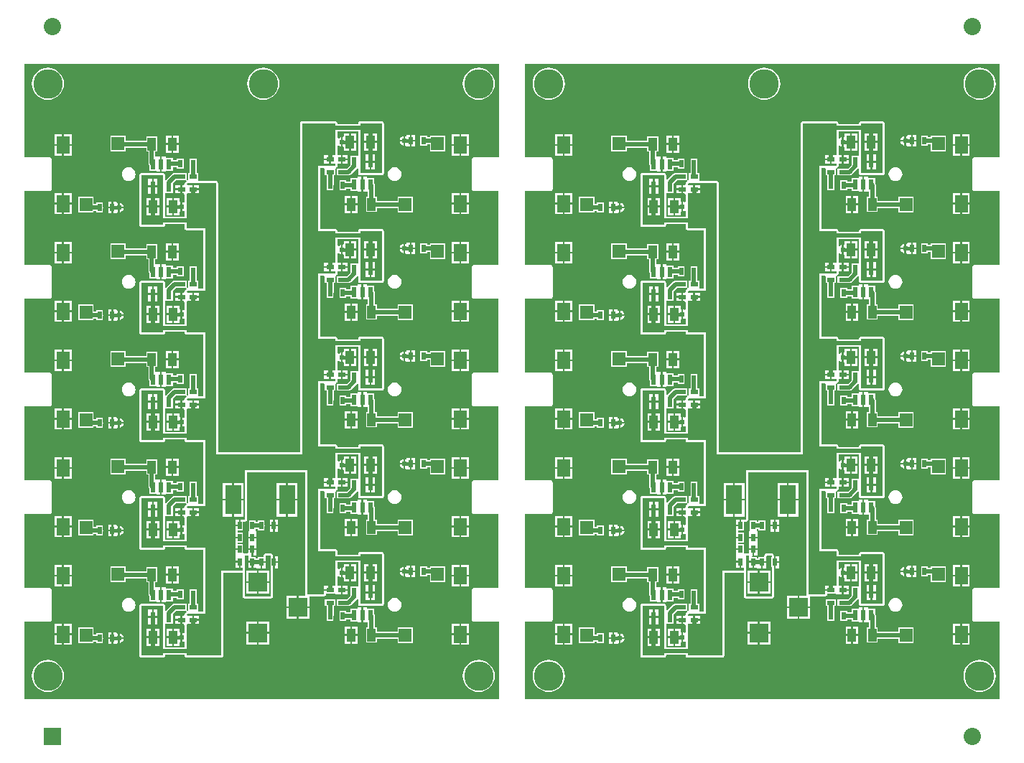
<source format=gtl>
G04 Layer_Physical_Order=1*
G04 Layer_Color=255*
%FSLAX24Y24*%
%MOIN*%
G70*
G01*
G75*
%ADD10C,0.0800*%
%ADD11R,0.0800X0.0800*%
%ADD12R,0.0197X0.0354*%
%ADD13R,0.0394X0.0591*%
%ADD14R,0.0354X0.0197*%
%ADD15R,0.0236X0.0480*%
%ADD16R,0.0768X0.1378*%
%ADD17R,0.0591X0.0787*%
%ADD18R,0.0591X0.0630*%
%ADD19C,0.0200*%
%ADD20C,0.0150*%
%ADD21R,0.0866X0.0866*%
%ADD22C,0.0240*%
%ADD23C,0.1370*%
G36*
X45438Y28332D02*
X44278D01*
X44235Y28323D01*
X44198Y28299D01*
X44174Y28262D01*
X44166Y28219D01*
Y26881D01*
X44174Y26838D01*
X44198Y26802D01*
X44235Y26777D01*
X44278Y26769D01*
X45425D01*
Y23332D01*
X44278D01*
X44235Y23323D01*
X44198Y23299D01*
X44174Y23262D01*
X44166Y23219D01*
Y21881D01*
X44174Y21838D01*
X44198Y21802D01*
X44235Y21777D01*
X44278Y21769D01*
X45425D01*
Y18332D01*
X44278D01*
X44235Y18323D01*
X44198Y18299D01*
X44174Y18262D01*
X44166Y18219D01*
Y16881D01*
X44174Y16838D01*
X44198Y16802D01*
X44235Y16777D01*
X44278Y16769D01*
X45425D01*
Y13332D01*
X44278D01*
X44235Y13323D01*
X44198Y13299D01*
X44174Y13262D01*
X44166Y13219D01*
Y11881D01*
X44174Y11838D01*
X44198Y11802D01*
X44235Y11777D01*
X44278Y11769D01*
X45425D01*
Y8332D01*
X44278D01*
X44235Y8323D01*
X44198Y8299D01*
X44174Y8262D01*
X44166Y8219D01*
Y6881D01*
X44174Y6838D01*
X44198Y6802D01*
X44235Y6777D01*
X44278Y6769D01*
X45438D01*
Y3162D01*
X23412D01*
Y6769D01*
X24573D01*
X24616Y6777D01*
X24652Y6802D01*
X24676Y6838D01*
X24685Y6881D01*
Y8219D01*
X24676Y8262D01*
X24652Y8299D01*
X24616Y8323D01*
X24573Y8332D01*
X23412D01*
Y11769D01*
X24573D01*
X24616Y11777D01*
X24652Y11802D01*
X24676Y11838D01*
X24685Y11881D01*
Y13219D01*
X24676Y13262D01*
X24652Y13299D01*
X24616Y13323D01*
X24573Y13332D01*
X23412D01*
Y16769D01*
X24573D01*
X24616Y16777D01*
X24652Y16802D01*
X24676Y16838D01*
X24685Y16881D01*
Y18219D01*
X24676Y18262D01*
X24652Y18299D01*
X24616Y18323D01*
X24573Y18332D01*
X23412D01*
Y21769D01*
X24573D01*
X24616Y21777D01*
X24652Y21802D01*
X24676Y21838D01*
X24685Y21881D01*
Y23219D01*
X24676Y23262D01*
X24652Y23299D01*
X24616Y23323D01*
X24573Y23332D01*
X23412D01*
Y26769D01*
X24573D01*
X24616Y26777D01*
X24652Y26802D01*
X24676Y26838D01*
X24685Y26881D01*
Y28219D01*
X24676Y28262D01*
X24652Y28299D01*
X24616Y28323D01*
X24573Y28332D01*
X23412D01*
Y32688D01*
X45438D01*
Y28332D01*
D02*
G37*
G36*
X22188D02*
X21028D01*
X20985Y28323D01*
X20948Y28299D01*
X20924Y28262D01*
X20916Y28219D01*
Y26881D01*
X20924Y26838D01*
X20948Y26802D01*
X20985Y26777D01*
X21028Y26769D01*
X22175D01*
Y23332D01*
X21028D01*
X20985Y23323D01*
X20948Y23299D01*
X20924Y23262D01*
X20916Y23219D01*
Y21881D01*
X20924Y21838D01*
X20948Y21802D01*
X20985Y21777D01*
X21028Y21769D01*
X22175D01*
Y18332D01*
X21028D01*
X20985Y18323D01*
X20948Y18299D01*
X20924Y18262D01*
X20916Y18219D01*
Y16881D01*
X20924Y16838D01*
X20948Y16802D01*
X20985Y16777D01*
X21028Y16769D01*
X22175D01*
Y13332D01*
X21028D01*
X20985Y13323D01*
X20948Y13299D01*
X20924Y13262D01*
X20916Y13219D01*
Y11881D01*
X20924Y11838D01*
X20948Y11802D01*
X20985Y11777D01*
X21028Y11769D01*
X22175D01*
Y8332D01*
X21028D01*
X20985Y8323D01*
X20948Y8299D01*
X20924Y8262D01*
X20916Y8219D01*
Y6881D01*
X20924Y6838D01*
X20948Y6802D01*
X20985Y6777D01*
X21028Y6769D01*
X22188D01*
Y3162D01*
X162D01*
Y6769D01*
X1323D01*
X1366Y6777D01*
X1402Y6802D01*
X1426Y6838D01*
X1435Y6881D01*
Y8219D01*
X1426Y8262D01*
X1402Y8299D01*
X1366Y8323D01*
X1323Y8332D01*
X162D01*
Y11769D01*
X1323D01*
X1366Y11777D01*
X1402Y11802D01*
X1426Y11838D01*
X1435Y11881D01*
Y13219D01*
X1426Y13262D01*
X1402Y13299D01*
X1366Y13323D01*
X1323Y13332D01*
X162D01*
Y16769D01*
X1323D01*
X1366Y16777D01*
X1402Y16802D01*
X1426Y16838D01*
X1435Y16881D01*
Y18219D01*
X1426Y18262D01*
X1402Y18299D01*
X1366Y18323D01*
X1323Y18332D01*
X162D01*
Y21769D01*
X1323D01*
X1366Y21777D01*
X1402Y21802D01*
X1426Y21838D01*
X1435Y21881D01*
Y23219D01*
X1426Y23262D01*
X1402Y23299D01*
X1366Y23323D01*
X1323Y23332D01*
X162D01*
Y26769D01*
X1323D01*
X1366Y26777D01*
X1402Y26802D01*
X1426Y26838D01*
X1435Y26881D01*
Y28219D01*
X1426Y28262D01*
X1402Y28299D01*
X1366Y28323D01*
X1323Y28332D01*
X162D01*
Y32688D01*
X22188D01*
Y28332D01*
D02*
G37*
%LPC*%
G36*
X44500Y32499D02*
X44354Y32484D01*
X44214Y32442D01*
X44084Y32373D01*
X43971Y32279D01*
X43878Y32166D01*
X43809Y32037D01*
X43766Y31896D01*
X43752Y31750D01*
X43766Y31604D01*
X43809Y31464D01*
X43878Y31334D01*
X43971Y31221D01*
X44084Y31128D01*
X44214Y31059D01*
X44354Y31016D01*
X44500Y31002D01*
X44646Y31016D01*
X44787Y31059D01*
X44916Y31128D01*
X45029Y31221D01*
X45123Y31334D01*
X45192Y31464D01*
X45234Y31604D01*
X45249Y31750D01*
X45234Y31896D01*
X45192Y32037D01*
X45123Y32166D01*
X45029Y32279D01*
X44916Y32373D01*
X44787Y32442D01*
X44646Y32484D01*
X44500Y32499D01*
D02*
G37*
G36*
X34500D02*
X34354Y32484D01*
X34214Y32442D01*
X34084Y32373D01*
X33971Y32279D01*
X33878Y32166D01*
X33809Y32037D01*
X33766Y31896D01*
X33752Y31750D01*
X33766Y31604D01*
X33809Y31464D01*
X33878Y31334D01*
X33971Y31221D01*
X34084Y31128D01*
X34214Y31059D01*
X34354Y31016D01*
X34500Y31002D01*
X34646Y31016D01*
X34787Y31059D01*
X34916Y31128D01*
X35029Y31221D01*
X35123Y31334D01*
X35192Y31464D01*
X35234Y31604D01*
X35249Y31750D01*
X35234Y31896D01*
X35192Y32037D01*
X35123Y32166D01*
X35029Y32279D01*
X34916Y32373D01*
X34787Y32442D01*
X34646Y32484D01*
X34500Y32499D01*
D02*
G37*
G36*
X24500D02*
X24354Y32484D01*
X24214Y32442D01*
X24084Y32373D01*
X23971Y32279D01*
X23878Y32166D01*
X23809Y32037D01*
X23766Y31896D01*
X23752Y31750D01*
X23766Y31604D01*
X23809Y31464D01*
X23878Y31334D01*
X23971Y31221D01*
X24084Y31128D01*
X24214Y31059D01*
X24354Y31016D01*
X24500Y31002D01*
X24646Y31016D01*
X24787Y31059D01*
X24916Y31128D01*
X25029Y31221D01*
X25123Y31334D01*
X25192Y31464D01*
X25234Y31604D01*
X25249Y31750D01*
X25234Y31896D01*
X25192Y32037D01*
X25123Y32166D01*
X25029Y32279D01*
X24916Y32373D01*
X24787Y32442D01*
X24646Y32484D01*
X24500Y32499D01*
D02*
G37*
G36*
X40000Y30002D02*
X39000D01*
X38961Y29994D01*
X38928Y29972D01*
X38906Y29939D01*
X38898Y29900D01*
Y29863D01*
X37952D01*
Y29900D01*
X37944Y29939D01*
X37922Y29972D01*
X37889Y29994D01*
X37850Y30002D01*
X36300D01*
X36261Y29994D01*
X36228Y29972D01*
X36206Y29939D01*
X36198Y29900D01*
Y14652D01*
X32402D01*
Y27150D01*
X32394Y27189D01*
X32372Y27222D01*
X32339Y27244D01*
X32300Y27252D01*
X31523D01*
X31487Y27287D01*
X31487Y27302D01*
Y27604D01*
X31409D01*
Y28050D01*
X31404Y28074D01*
Y28287D01*
X31087D01*
Y28074D01*
X31082Y28050D01*
Y27604D01*
X31013D01*
X31013Y27308D01*
X30970Y27277D01*
X30943Y27284D01*
X30937Y27294D01*
X30937Y27332D01*
Y27604D01*
X30724D01*
X30700Y27609D01*
X30395D01*
X30333Y27596D01*
X30280Y27561D01*
X30009Y27290D01*
X30006Y27285D01*
X29952D01*
Y27500D01*
X29944Y27539D01*
X29922Y27572D01*
X29889Y27594D01*
X29850Y27602D01*
X28850D01*
X28811Y27594D01*
X28778Y27572D01*
X28756Y27539D01*
X28748Y27500D01*
Y25200D01*
X28756Y25161D01*
X28778Y25128D01*
X28811Y25106D01*
X28850Y25098D01*
X29850D01*
X29889Y25106D01*
X29922Y25128D01*
X29944Y25161D01*
X29952Y25200D01*
Y25237D01*
X30848D01*
Y25050D01*
X30856Y25011D01*
X30878Y24978D01*
X30911Y24956D01*
X30950Y24948D01*
X31698D01*
Y22252D01*
X31523D01*
X31487Y22287D01*
X31487Y22302D01*
Y22604D01*
X31409D01*
Y23050D01*
X31404Y23074D01*
Y23287D01*
X31087D01*
Y23074D01*
X31082Y23050D01*
Y22604D01*
X31013D01*
X31013Y22308D01*
X30970Y22277D01*
X30943Y22284D01*
X30937Y22294D01*
X30937Y22332D01*
Y22604D01*
X30724D01*
X30700Y22609D01*
X30395D01*
X30333Y22596D01*
X30280Y22561D01*
X30009Y22290D01*
X30006Y22285D01*
X29952D01*
Y22500D01*
X29944Y22539D01*
X29922Y22572D01*
X29889Y22594D01*
X29850Y22602D01*
X28850D01*
X28811Y22594D01*
X28778Y22572D01*
X28756Y22539D01*
X28748Y22500D01*
Y20200D01*
X28756Y20161D01*
X28778Y20128D01*
X28811Y20106D01*
X28850Y20098D01*
X29850D01*
X29889Y20106D01*
X29922Y20128D01*
X29944Y20161D01*
X29952Y20200D01*
Y20237D01*
X30848D01*
Y20200D01*
X30856Y20161D01*
X30878Y20128D01*
X30911Y20106D01*
X30950Y20098D01*
X31698D01*
Y17252D01*
X31523D01*
X31487Y17287D01*
X31487Y17302D01*
Y17604D01*
X31409D01*
Y18050D01*
X31404Y18074D01*
Y18287D01*
X31087D01*
Y18074D01*
X31082Y18050D01*
Y17604D01*
X31013D01*
X31013Y17308D01*
X30970Y17277D01*
X30943Y17284D01*
X30937Y17293D01*
X30937Y17332D01*
Y17604D01*
X30724D01*
X30700Y17609D01*
X30395D01*
X30333Y17596D01*
X30280Y17561D01*
X30009Y17290D01*
X30006Y17285D01*
X29952D01*
Y17500D01*
X29944Y17539D01*
X29922Y17572D01*
X29889Y17594D01*
X29850Y17602D01*
X28850D01*
X28811Y17594D01*
X28778Y17572D01*
X28756Y17539D01*
X28748Y17500D01*
Y15200D01*
X28756Y15161D01*
X28778Y15128D01*
X28811Y15106D01*
X28850Y15098D01*
X29850D01*
X29889Y15106D01*
X29922Y15128D01*
X29944Y15161D01*
X29952Y15200D01*
Y15237D01*
X30848D01*
Y15200D01*
X30856Y15161D01*
X30878Y15128D01*
X30911Y15106D01*
X30950Y15098D01*
X31698D01*
Y12252D01*
X31523D01*
X31487Y12287D01*
X31487Y12302D01*
Y12604D01*
X31409D01*
Y13050D01*
X31404Y13074D01*
Y13287D01*
X31087D01*
Y13074D01*
X31082Y13050D01*
Y12604D01*
X31013D01*
X31013Y12308D01*
X30970Y12277D01*
X30943Y12284D01*
X30937Y12293D01*
X30937Y12332D01*
Y12604D01*
X30724D01*
X30700Y12609D01*
X30395D01*
X30333Y12596D01*
X30280Y12561D01*
X30009Y12290D01*
X30006Y12285D01*
X29952D01*
Y12500D01*
X29944Y12539D01*
X29922Y12572D01*
X29889Y12594D01*
X29850Y12602D01*
X28850D01*
X28811Y12594D01*
X28778Y12572D01*
X28756Y12539D01*
X28748Y12500D01*
Y10200D01*
X28756Y10161D01*
X28778Y10128D01*
X28811Y10106D01*
X28850Y10098D01*
X29850D01*
X29889Y10106D01*
X29922Y10128D01*
X29944Y10161D01*
X29952Y10200D01*
Y10237D01*
X30848D01*
Y10200D01*
X30856Y10161D01*
X30878Y10128D01*
X30911Y10106D01*
X30950Y10098D01*
X31698D01*
Y7252D01*
X31523D01*
X31487Y7287D01*
X31487Y7302D01*
Y7604D01*
X31409D01*
Y8050D01*
X31404Y8074D01*
Y8287D01*
X31087D01*
Y8074D01*
X31082Y8050D01*
Y7604D01*
X31013D01*
X31013Y7308D01*
X30970Y7277D01*
X30943Y7284D01*
X30937Y7293D01*
X30937Y7332D01*
Y7604D01*
X30724D01*
X30700Y7609D01*
X30395D01*
X30333Y7596D01*
X30280Y7561D01*
X30009Y7290D01*
X30006Y7285D01*
X29952D01*
Y7500D01*
X29944Y7539D01*
X29922Y7572D01*
X29889Y7594D01*
X29850Y7602D01*
X28850D01*
X28811Y7594D01*
X28778Y7572D01*
X28756Y7539D01*
X28748Y7500D01*
Y5200D01*
X28756Y5161D01*
X28778Y5128D01*
X28811Y5106D01*
X28850Y5098D01*
X29850D01*
X29889Y5106D01*
X29922Y5128D01*
X29944Y5161D01*
X29952Y5200D01*
Y5237D01*
X30848D01*
Y5200D01*
X30856Y5161D01*
X30878Y5128D01*
X30911Y5106D01*
X30950Y5098D01*
X32550D01*
X32589Y5106D01*
X32622Y5128D01*
X32644Y5161D01*
X32652Y5200D01*
Y9048D01*
X33548D01*
X33548Y7950D01*
X33556Y7911D01*
X33578Y7878D01*
X33611Y7856D01*
X33650Y7848D01*
X34850Y7848D01*
X34889Y7856D01*
X34922Y7878D01*
X34944Y7911D01*
X34952Y7950D01*
X34952Y9254D01*
X34955D01*
Y9531D01*
Y9808D01*
X34952D01*
Y9850D01*
X34944Y9889D01*
X34922Y9922D01*
X34889Y9944D01*
X34850Y9952D01*
X34623D01*
X34623Y9952D01*
X34622Y9952D01*
X34603Y9948D01*
X34584Y9944D01*
X34584Y9944D01*
X34583Y9944D01*
X34567Y9933D01*
X34551Y9922D01*
X34551Y9922D01*
X34550Y9921D01*
X34540Y9905D01*
X34529Y9889D01*
X34529Y9889D01*
X34529Y9888D01*
X34509Y9838D01*
X34505Y9819D01*
X34501Y9800D01*
Y9768D01*
X34246D01*
Y9713D01*
X34154D01*
Y9787D01*
X33949D01*
X33944Y9793D01*
X33941Y9805D01*
X33955Y9824D01*
Y10091D01*
X33797D01*
Y9995D01*
X33797Y9994D01*
X33782Y9972D01*
X33756Y9952D01*
X33650D01*
X33613Y9945D01*
X33611Y9945D01*
X33563Y9973D01*
Y10368D01*
X33308D01*
Y10444D01*
X33563D01*
Y10918D01*
X33308D01*
Y10994D01*
X33563D01*
Y11405D01*
X33589Y11406D01*
X33603D01*
X33610Y11408D01*
X33613Y11408D01*
X33620Y11408D01*
X33666Y11415D01*
X33678Y11420D01*
X33689Y11422D01*
X33696Y11426D01*
X33704Y11429D01*
X33712Y11437D01*
X33722Y11444D01*
X33727Y11451D01*
X33733Y11456D01*
X33738Y11467D01*
X33744Y11477D01*
X33746Y11485D01*
X33749Y11493D01*
X33750Y11504D01*
X33752Y11516D01*
Y13698D01*
X36448D01*
Y8050D01*
X36455Y8014D01*
X36455Y8010D01*
X36427Y7964D01*
X36141D01*
Y7471D01*
X36634D01*
Y7948D01*
X37323D01*
X37362Y7956D01*
X37395Y7978D01*
X37417Y8011D01*
X37425Y8050D01*
Y8087D01*
X37576D01*
X37600Y8082D01*
X37624Y8087D01*
X37837D01*
X37873Y8052D01*
Y8047D01*
X38110D01*
Y8245D01*
Y8444D01*
X37952D01*
Y8867D01*
X38002Y8884D01*
X38064Y8843D01*
X38110Y8834D01*
Y9050D01*
Y9266D01*
X38064Y9257D01*
X38002Y9216D01*
X37952Y9233D01*
Y9537D01*
X38898D01*
Y8416D01*
X38548D01*
Y7979D01*
X38387Y7818D01*
X38150D01*
X38126Y7813D01*
X37913D01*
Y7496D01*
X38126D01*
X38150Y7492D01*
X38455D01*
X38517Y7504D01*
X38570Y7540D01*
X38841Y7811D01*
X38845Y7816D01*
X38898D01*
Y7600D01*
X38906Y7561D01*
X38928Y7528D01*
X38961Y7506D01*
X39000Y7498D01*
X40000D01*
X40039Y7506D01*
X40072Y7528D01*
X40094Y7561D01*
X40102Y7600D01*
Y9900D01*
X40094Y9939D01*
X40072Y9972D01*
X40039Y9994D01*
X40000Y10002D01*
X39000D01*
X38961Y9994D01*
X38928Y9972D01*
X38906Y9939D01*
X38898Y9900D01*
Y9863D01*
X37952D01*
Y10050D01*
X37944Y10089D01*
X37922Y10122D01*
X37889Y10144D01*
X37850Y10152D01*
X37152D01*
Y12848D01*
X37327D01*
X37363Y12813D01*
X37363Y12798D01*
Y12496D01*
X37442D01*
Y12050D01*
X37446Y12026D01*
Y11813D01*
X37763D01*
Y12026D01*
X37768Y12050D01*
Y12496D01*
X37837D01*
X37837Y12804D01*
X37842Y12819D01*
X37866Y12851D01*
X37889Y12856D01*
X37922Y12878D01*
X37944Y12911D01*
X37952Y12950D01*
Y13047D01*
X38110D01*
Y13245D01*
Y13444D01*
X37952D01*
Y13867D01*
X38002Y13884D01*
X38064Y13843D01*
X38110Y13834D01*
Y14050D01*
Y14267D01*
X38064Y14257D01*
X38002Y14216D01*
X37952Y14233D01*
Y14537D01*
X38898D01*
Y13416D01*
X38548D01*
Y12979D01*
X38387Y12818D01*
X38150D01*
X38126Y12813D01*
X37913D01*
Y12496D01*
X38126D01*
X38150Y12492D01*
X38455D01*
X38517Y12504D01*
X38570Y12540D01*
X38841Y12811D01*
X38845Y12816D01*
X38898D01*
Y12600D01*
X38906Y12561D01*
X38928Y12528D01*
X38961Y12506D01*
X39000Y12498D01*
X40000D01*
X40039Y12506D01*
X40072Y12528D01*
X40094Y12561D01*
X40102Y12600D01*
Y14900D01*
X40094Y14939D01*
X40072Y14972D01*
X40039Y14994D01*
X40000Y15002D01*
X39000D01*
X38961Y14994D01*
X38928Y14972D01*
X38906Y14939D01*
X38898Y14900D01*
Y14863D01*
X37952D01*
Y14900D01*
X37944Y14939D01*
X37922Y14972D01*
X37889Y14994D01*
X37850Y15002D01*
X37152D01*
Y17848D01*
X37327D01*
X37363Y17813D01*
X37363Y17798D01*
Y17496D01*
X37442D01*
Y17050D01*
X37446Y17026D01*
Y16813D01*
X37763D01*
Y17026D01*
X37768Y17050D01*
Y17496D01*
X37837D01*
X37837Y17804D01*
X37842Y17819D01*
X37866Y17851D01*
X37889Y17856D01*
X37922Y17878D01*
X37944Y17911D01*
X37952Y17950D01*
Y18047D01*
X38110D01*
Y18245D01*
Y18444D01*
X37952D01*
Y18867D01*
X38002Y18884D01*
X38064Y18843D01*
X38110Y18834D01*
Y19050D01*
Y19267D01*
X38064Y19257D01*
X38002Y19216D01*
X37952Y19233D01*
Y19537D01*
X38898D01*
Y18416D01*
X38548D01*
Y17979D01*
X38387Y17818D01*
X38150D01*
X38126Y17813D01*
X37913D01*
Y17496D01*
X38126D01*
X38150Y17492D01*
X38455D01*
X38517Y17504D01*
X38570Y17540D01*
X38841Y17811D01*
X38845Y17816D01*
X38898D01*
Y17600D01*
X38906Y17561D01*
X38928Y17528D01*
X38961Y17506D01*
X39000Y17498D01*
X40000D01*
X40039Y17506D01*
X40072Y17528D01*
X40094Y17561D01*
X40102Y17600D01*
Y19900D01*
X40094Y19939D01*
X40072Y19972D01*
X40039Y19994D01*
X40000Y20002D01*
X39000D01*
X38961Y19994D01*
X38928Y19972D01*
X38906Y19939D01*
X38898Y19900D01*
Y19863D01*
X37952D01*
Y19900D01*
X37944Y19939D01*
X37922Y19972D01*
X37889Y19994D01*
X37850Y20002D01*
X37152D01*
Y22848D01*
X37327D01*
X37363Y22813D01*
X37363Y22798D01*
Y22496D01*
X37442D01*
Y22050D01*
X37446Y22026D01*
Y21813D01*
X37763D01*
Y22026D01*
X37768Y22050D01*
Y22496D01*
X37837D01*
X37837Y22804D01*
X37842Y22819D01*
X37866Y22851D01*
X37889Y22856D01*
X37922Y22878D01*
X37944Y22911D01*
X37952Y22950D01*
Y23047D01*
X38110D01*
Y23245D01*
Y23444D01*
X37952D01*
Y23867D01*
X38002Y23884D01*
X38064Y23843D01*
X38110Y23834D01*
Y24050D01*
Y24267D01*
X38064Y24257D01*
X38002Y24216D01*
X37952Y24233D01*
Y24537D01*
X38898D01*
Y23416D01*
X38548D01*
Y22979D01*
X38387Y22818D01*
X38150D01*
X38126Y22813D01*
X37913D01*
Y22496D01*
X38126D01*
X38150Y22492D01*
X38455D01*
X38517Y22504D01*
X38570Y22540D01*
X38841Y22811D01*
X38845Y22816D01*
X38898D01*
Y22600D01*
X38906Y22561D01*
X38928Y22528D01*
X38961Y22506D01*
X39000Y22498D01*
X40000D01*
X40039Y22506D01*
X40072Y22528D01*
X40094Y22561D01*
X40102Y22600D01*
Y24900D01*
X40094Y24939D01*
X40072Y24972D01*
X40039Y24994D01*
X40000Y25002D01*
X39000D01*
X38961Y24994D01*
X38928Y24972D01*
X38906Y24939D01*
X38898Y24900D01*
Y24863D01*
X37952D01*
Y24900D01*
X37944Y24939D01*
X37922Y24972D01*
X37889Y24994D01*
X37850Y25002D01*
X37152D01*
Y27848D01*
X37327D01*
X37363Y27813D01*
X37363Y27798D01*
Y27496D01*
X37442D01*
Y27050D01*
X37446Y27026D01*
Y26813D01*
X37763D01*
Y27026D01*
X37768Y27050D01*
Y27496D01*
X37837D01*
X37837Y27804D01*
X37842Y27819D01*
X37866Y27851D01*
X37889Y27856D01*
X37922Y27878D01*
X37944Y27911D01*
X37952Y27950D01*
Y28047D01*
X38110D01*
Y28245D01*
Y28444D01*
X37952D01*
Y28867D01*
X38002Y28884D01*
X38064Y28843D01*
X38110Y28834D01*
Y29050D01*
Y29267D01*
X38064Y29257D01*
X38002Y29216D01*
X37952Y29233D01*
Y29537D01*
X38898D01*
Y28416D01*
X38548D01*
Y27979D01*
X38387Y27818D01*
X38150D01*
X38126Y27813D01*
X37913D01*
Y27496D01*
X38126D01*
X38150Y27492D01*
X38455D01*
X38517Y27504D01*
X38570Y27540D01*
X38841Y27811D01*
X38845Y27816D01*
X38898D01*
Y27600D01*
X38906Y27561D01*
X38928Y27528D01*
X38961Y27506D01*
X39000Y27498D01*
X40000D01*
X40039Y27506D01*
X40072Y27528D01*
X40094Y27561D01*
X40102Y27600D01*
Y29900D01*
X40094Y29939D01*
X40072Y29972D01*
X40039Y29994D01*
X40000Y30002D01*
D02*
G37*
G36*
X41315Y29377D02*
X41156D01*
Y29349D01*
X41106Y29313D01*
X41090Y29316D01*
Y29100D01*
Y28884D01*
X41106Y28887D01*
X41156Y28851D01*
Y28823D01*
X41315D01*
Y29100D01*
Y29377D01*
D02*
G37*
G36*
X38488Y29445D02*
X38231D01*
Y29298D01*
X38192Y29266D01*
X38190Y29267D01*
Y29050D01*
Y28834D01*
X38192Y28834D01*
X38231Y28802D01*
Y28655D01*
X38488D01*
Y29050D01*
Y29445D01*
D02*
G37*
G36*
X42940Y29342D02*
X42230D01*
Y29263D01*
X42104D01*
Y29337D01*
X41787D01*
Y29124D01*
X41782Y29100D01*
X41787Y29076D01*
Y28863D01*
X42104D01*
Y28937D01*
X42230D01*
Y28593D01*
X42940D01*
Y29342D01*
D02*
G37*
G36*
X41553Y29377D02*
X41395D01*
Y29140D01*
X41553D01*
Y29377D01*
D02*
G37*
G36*
X41010Y29316D02*
X40964Y29307D01*
X40892Y29259D01*
X40843Y29186D01*
X40834Y29140D01*
X41010D01*
Y29316D01*
D02*
G37*
G36*
X38825Y29445D02*
X38568D01*
Y29090D01*
X38825D01*
Y29445D01*
D02*
G37*
G36*
X30569Y29345D02*
X30313D01*
Y28990D01*
X30569D01*
Y29345D01*
D02*
G37*
G36*
X30233D02*
X29976D01*
Y28990D01*
X30233D01*
Y29345D01*
D02*
G37*
G36*
X25598Y29408D02*
X25243D01*
Y28954D01*
X25598D01*
Y29408D01*
D02*
G37*
G36*
X25163D02*
X24807D01*
Y28954D01*
X25163D01*
Y29408D01*
D02*
G37*
G36*
X44043D02*
X43688D01*
Y28954D01*
X44043D01*
Y29408D01*
D02*
G37*
G36*
X43608D02*
X43253D01*
Y28954D01*
X43608D01*
Y29408D01*
D02*
G37*
G36*
X41010Y29060D02*
X40834D01*
X40843Y29014D01*
X40892Y28942D01*
X40964Y28893D01*
X41010Y28884D01*
Y29060D01*
D02*
G37*
G36*
X41553D02*
X41395D01*
Y28823D01*
X41553D01*
Y29060D01*
D02*
G37*
G36*
X38825Y29010D02*
X38568D01*
Y28655D01*
X38825D01*
Y29010D01*
D02*
G37*
G36*
X30569Y28910D02*
X30313D01*
Y28555D01*
X30569D01*
Y28910D01*
D02*
G37*
G36*
X30233D02*
X29976D01*
Y28555D01*
X30233D01*
Y28910D01*
D02*
G37*
G36*
X44043Y28874D02*
X43688D01*
Y28421D01*
X44043D01*
Y28874D01*
D02*
G37*
G36*
X43608D02*
X43253D01*
Y28421D01*
X43608D01*
Y28874D01*
D02*
G37*
G36*
X25598Y28874D02*
X25243D01*
Y28421D01*
X25598D01*
Y28874D01*
D02*
G37*
G36*
X25163D02*
X24807D01*
Y28421D01*
X25163D01*
Y28874D01*
D02*
G37*
G36*
X38427Y28444D02*
X38190D01*
Y28285D01*
X38427D01*
Y28444D01*
D02*
G37*
G36*
Y28205D02*
X38190D01*
Y28047D01*
X38427D01*
Y28205D01*
D02*
G37*
G36*
X29968Y28356D02*
X29790D01*
Y28016D01*
Y27676D01*
X29968D01*
Y27716D01*
X30302D01*
Y27887D01*
X30496D01*
Y27813D01*
X30813D01*
Y28026D01*
X30818Y28050D01*
X30813Y28074D01*
Y28287D01*
X30496D01*
Y28213D01*
X30302D01*
Y28316D01*
X29968D01*
Y28356D01*
D02*
G37*
G36*
X28117Y29342D02*
X27406D01*
Y28593D01*
X28117D01*
Y28787D01*
X29071D01*
Y28595D01*
X29165D01*
Y28064D01*
X29177Y28002D01*
X29198Y27970D01*
Y27716D01*
X29532D01*
Y27676D01*
X29710D01*
Y28016D01*
Y28356D01*
X29532D01*
X29491Y28377D01*
Y28595D01*
X29585D01*
Y29305D01*
X29071D01*
Y29113D01*
X28117D01*
Y29342D01*
D02*
G37*
G36*
X40597Y27869D02*
X40514Y27858D01*
X40437Y27826D01*
X40371Y27775D01*
X40321Y27709D01*
X40289Y27633D01*
X40278Y27550D01*
X40289Y27468D01*
X40321Y27391D01*
X40371Y27325D01*
X40437Y27274D01*
X40514Y27242D01*
X40597Y27232D01*
X40679Y27242D01*
X40756Y27274D01*
X40822Y27325D01*
X40873Y27391D01*
X40904Y27468D01*
X40915Y27550D01*
X40904Y27633D01*
X40873Y27709D01*
X40822Y27775D01*
X40756Y27826D01*
X40679Y27858D01*
X40597Y27869D01*
D02*
G37*
G36*
X28254D02*
X28171Y27858D01*
X28094Y27826D01*
X28028Y27775D01*
X27978Y27709D01*
X27946Y27633D01*
X27935Y27550D01*
X27946Y27468D01*
X27978Y27391D01*
X28028Y27325D01*
X28094Y27274D01*
X28171Y27242D01*
X28254Y27232D01*
X28336Y27242D01*
X28413Y27274D01*
X28479Y27325D01*
X28530Y27391D01*
X28561Y27468D01*
X28572Y27550D01*
X28561Y27633D01*
X28530Y27709D01*
X28479Y27775D01*
X28413Y27826D01*
X28336Y27858D01*
X28254Y27869D01*
D02*
G37*
G36*
X39060Y27425D02*
X38882D01*
Y27385D01*
X38548D01*
Y27213D01*
X38354D01*
Y27287D01*
X38037D01*
Y27074D01*
X38032Y27050D01*
X38037Y27026D01*
Y26813D01*
X38354D01*
Y26887D01*
X38548D01*
Y26784D01*
X38882D01*
Y26744D01*
X39060D01*
Y27084D01*
Y27425D01*
D02*
G37*
G36*
X44043Y26680D02*
X43688D01*
Y26226D01*
X44043D01*
Y26680D01*
D02*
G37*
G36*
X43608D02*
X43253D01*
Y26226D01*
X43608D01*
Y26680D01*
D02*
G37*
G36*
X25598D02*
X25243D01*
Y26226D01*
X25598D01*
Y26680D01*
D02*
G37*
G36*
X25163D02*
X24807D01*
Y26226D01*
X25163D01*
Y26680D01*
D02*
G37*
G36*
X38875Y26545D02*
X38618D01*
Y26190D01*
X38875D01*
Y26545D01*
D02*
G37*
G36*
X38538D02*
X38281D01*
Y26190D01*
X38538D01*
Y26545D01*
D02*
G37*
G36*
X27840Y26216D02*
Y26040D01*
X28017D01*
X28007Y26086D01*
X27959Y26159D01*
X27886Y26207D01*
X27840Y26216D01*
D02*
G37*
G36*
X27455Y26277D02*
X27297D01*
Y26040D01*
X27455D01*
Y26277D01*
D02*
G37*
G36*
X28017Y25960D02*
X27840D01*
Y25784D01*
X27886Y25793D01*
X27959Y25842D01*
X28007Y25914D01*
X28017Y25960D01*
D02*
G37*
G36*
X27694Y26277D02*
X27535D01*
Y26000D01*
Y25723D01*
X27694D01*
Y25751D01*
X27744Y25787D01*
X27760Y25784D01*
Y26000D01*
Y26216D01*
X27744Y26213D01*
X27694Y26249D01*
Y26277D01*
D02*
G37*
G36*
X26621Y26508D02*
X25910D01*
Y25758D01*
X26621D01*
Y25837D01*
X26746D01*
Y25763D01*
X27063D01*
Y25976D01*
X27068Y26000D01*
X27063Y26024D01*
Y26237D01*
X26746D01*
Y26163D01*
X26621D01*
Y26508D01*
D02*
G37*
G36*
X39318Y27425D02*
X39140D01*
Y27084D01*
Y26744D01*
X39318D01*
X39359Y26723D01*
Y26505D01*
X39266D01*
Y25795D01*
X39779D01*
Y25987D01*
X40733D01*
Y25758D01*
X41444D01*
Y26508D01*
X40733D01*
Y26313D01*
X39779D01*
Y26505D01*
X39686D01*
Y27036D01*
X39673Y27098D01*
X39652Y27130D01*
Y27385D01*
X39318D01*
Y27425D01*
D02*
G37*
G36*
X38875Y26110D02*
X38618D01*
Y25755D01*
X38875D01*
Y26110D01*
D02*
G37*
G36*
X38538D02*
X38281D01*
Y25755D01*
X38538D01*
Y26110D01*
D02*
G37*
G36*
X27455Y25960D02*
X27297D01*
Y25723D01*
X27455D01*
Y25960D01*
D02*
G37*
G36*
X44043Y26146D02*
X43688D01*
Y25692D01*
X44043D01*
Y26146D01*
D02*
G37*
G36*
X43608D02*
X43253D01*
Y25692D01*
X43608D01*
Y26146D01*
D02*
G37*
G36*
X25598Y26146D02*
X25243D01*
Y25692D01*
X25598D01*
Y26146D01*
D02*
G37*
G36*
X25163D02*
X24807D01*
Y25692D01*
X25163D01*
Y26146D01*
D02*
G37*
G36*
X41315Y24377D02*
X41156D01*
Y24349D01*
X41106Y24313D01*
X41090Y24316D01*
Y24100D01*
Y23884D01*
X41106Y23887D01*
X41156Y23851D01*
Y23823D01*
X41315D01*
Y24100D01*
Y24377D01*
D02*
G37*
G36*
X38488Y24445D02*
X38231D01*
Y24298D01*
X38192Y24266D01*
X38190Y24267D01*
Y24050D01*
Y23834D01*
X38192Y23834D01*
X38231Y23802D01*
Y23655D01*
X38488D01*
Y24050D01*
Y24445D01*
D02*
G37*
G36*
X42940Y24342D02*
X42230D01*
Y24263D01*
X42104D01*
Y24337D01*
X41787D01*
Y24124D01*
X41782Y24100D01*
X41787Y24076D01*
Y23863D01*
X42104D01*
Y23937D01*
X42230D01*
Y23593D01*
X42940D01*
Y24342D01*
D02*
G37*
G36*
X41553Y24377D02*
X41395D01*
Y24140D01*
X41553D01*
Y24377D01*
D02*
G37*
G36*
X41010Y24316D02*
X40964Y24307D01*
X40892Y24259D01*
X40843Y24186D01*
X40834Y24140D01*
X41010D01*
Y24316D01*
D02*
G37*
G36*
X38825Y24445D02*
X38568D01*
Y24090D01*
X38825D01*
Y24445D01*
D02*
G37*
G36*
X30569Y24345D02*
X30313D01*
Y23990D01*
X30569D01*
Y24345D01*
D02*
G37*
G36*
X30233D02*
X29976D01*
Y23990D01*
X30233D01*
Y24345D01*
D02*
G37*
G36*
X25598Y24408D02*
X25243D01*
Y23954D01*
X25598D01*
Y24408D01*
D02*
G37*
G36*
X25163D02*
X24807D01*
Y23954D01*
X25163D01*
Y24408D01*
D02*
G37*
G36*
X44043D02*
X43688D01*
Y23954D01*
X44043D01*
Y24408D01*
D02*
G37*
G36*
X43608D02*
X43253D01*
Y23954D01*
X43608D01*
Y24408D01*
D02*
G37*
G36*
X41010Y24060D02*
X40834D01*
X40843Y24014D01*
X40892Y23942D01*
X40964Y23893D01*
X41010Y23884D01*
Y24060D01*
D02*
G37*
G36*
X41553D02*
X41395D01*
Y23823D01*
X41553D01*
Y24060D01*
D02*
G37*
G36*
X38825Y24010D02*
X38568D01*
Y23655D01*
X38825D01*
Y24010D01*
D02*
G37*
G36*
X30569Y23910D02*
X30313D01*
Y23555D01*
X30569D01*
Y23910D01*
D02*
G37*
G36*
X30233D02*
X29976D01*
Y23555D01*
X30233D01*
Y23910D01*
D02*
G37*
G36*
X44043Y23874D02*
X43688D01*
Y23421D01*
X44043D01*
Y23874D01*
D02*
G37*
G36*
X43608D02*
X43253D01*
Y23421D01*
X43608D01*
Y23874D01*
D02*
G37*
G36*
X25598Y23874D02*
X25243D01*
Y23421D01*
X25598D01*
Y23874D01*
D02*
G37*
G36*
X25163D02*
X24807D01*
Y23421D01*
X25163D01*
Y23874D01*
D02*
G37*
G36*
X38427Y23444D02*
X38190D01*
Y23285D01*
X38427D01*
Y23444D01*
D02*
G37*
G36*
Y23205D02*
X38190D01*
Y23047D01*
X38427D01*
Y23205D01*
D02*
G37*
G36*
X29968Y23356D02*
X29790D01*
Y23016D01*
Y22676D01*
X29968D01*
Y22716D01*
X30302D01*
Y22887D01*
X30496D01*
Y22813D01*
X30813D01*
Y23026D01*
X30818Y23050D01*
X30813Y23074D01*
Y23287D01*
X30496D01*
Y23213D01*
X30302D01*
Y23316D01*
X29968D01*
Y23356D01*
D02*
G37*
G36*
X28117Y24342D02*
X27406D01*
Y23593D01*
X28117D01*
Y23787D01*
X29071D01*
Y23595D01*
X29165D01*
Y23064D01*
X29177Y23002D01*
X29198Y22970D01*
Y22716D01*
X29532D01*
Y22676D01*
X29710D01*
Y23016D01*
Y23356D01*
X29532D01*
X29491Y23377D01*
Y23595D01*
X29585D01*
Y24305D01*
X29071D01*
Y24113D01*
X28117D01*
Y24342D01*
D02*
G37*
G36*
X40597Y22869D02*
X40514Y22858D01*
X40437Y22826D01*
X40371Y22775D01*
X40321Y22709D01*
X40289Y22633D01*
X40278Y22550D01*
X40289Y22468D01*
X40321Y22391D01*
X40371Y22325D01*
X40437Y22274D01*
X40514Y22242D01*
X40597Y22232D01*
X40679Y22242D01*
X40756Y22274D01*
X40822Y22325D01*
X40873Y22391D01*
X40904Y22468D01*
X40915Y22550D01*
X40904Y22633D01*
X40873Y22709D01*
X40822Y22775D01*
X40756Y22826D01*
X40679Y22858D01*
X40597Y22869D01*
D02*
G37*
G36*
X28254D02*
X28171Y22858D01*
X28094Y22826D01*
X28028Y22775D01*
X27978Y22709D01*
X27946Y22633D01*
X27935Y22550D01*
X27946Y22468D01*
X27978Y22391D01*
X28028Y22325D01*
X28094Y22274D01*
X28171Y22242D01*
X28254Y22232D01*
X28336Y22242D01*
X28413Y22274D01*
X28479Y22325D01*
X28530Y22391D01*
X28561Y22468D01*
X28572Y22550D01*
X28561Y22633D01*
X28530Y22709D01*
X28479Y22775D01*
X28413Y22826D01*
X28336Y22858D01*
X28254Y22869D01*
D02*
G37*
G36*
X39060Y22425D02*
X38882D01*
Y22385D01*
X38548D01*
Y22213D01*
X38354D01*
Y22287D01*
X38037D01*
Y22074D01*
X38032Y22050D01*
X38037Y22026D01*
Y21813D01*
X38354D01*
Y21887D01*
X38548D01*
Y21784D01*
X38882D01*
Y21744D01*
X39060D01*
Y22084D01*
Y22425D01*
D02*
G37*
G36*
X44043Y21680D02*
X43688D01*
Y21226D01*
X44043D01*
Y21680D01*
D02*
G37*
G36*
X43608D02*
X43253D01*
Y21226D01*
X43608D01*
Y21680D01*
D02*
G37*
G36*
X25598D02*
X25243D01*
Y21226D01*
X25598D01*
Y21680D01*
D02*
G37*
G36*
X25163D02*
X24807D01*
Y21226D01*
X25163D01*
Y21680D01*
D02*
G37*
G36*
X38875Y21545D02*
X38618D01*
Y21190D01*
X38875D01*
Y21545D01*
D02*
G37*
G36*
X38538D02*
X38281D01*
Y21190D01*
X38538D01*
Y21545D01*
D02*
G37*
G36*
X27840Y21216D02*
Y21040D01*
X28017D01*
X28007Y21086D01*
X27959Y21159D01*
X27886Y21207D01*
X27840Y21216D01*
D02*
G37*
G36*
X27455Y21277D02*
X27297D01*
Y21040D01*
X27455D01*
Y21277D01*
D02*
G37*
G36*
X28017Y20960D02*
X27840D01*
Y20784D01*
X27886Y20793D01*
X27959Y20842D01*
X28007Y20914D01*
X28017Y20960D01*
D02*
G37*
G36*
X27694Y21277D02*
X27535D01*
Y21000D01*
Y20723D01*
X27694D01*
Y20751D01*
X27744Y20787D01*
X27760Y20784D01*
Y21000D01*
Y21216D01*
X27744Y21213D01*
X27694Y21249D01*
Y21277D01*
D02*
G37*
G36*
X26621Y21508D02*
X25910D01*
Y20758D01*
X26621D01*
Y20837D01*
X26746D01*
Y20763D01*
X27063D01*
Y20976D01*
X27068Y21000D01*
X27063Y21024D01*
Y21237D01*
X26746D01*
Y21163D01*
X26621D01*
Y21508D01*
D02*
G37*
G36*
X39318Y22425D02*
X39140D01*
Y22084D01*
Y21744D01*
X39318D01*
X39359Y21723D01*
Y21505D01*
X39266D01*
Y20795D01*
X39779D01*
Y20987D01*
X40733D01*
Y20758D01*
X41444D01*
Y21508D01*
X40733D01*
Y21313D01*
X39779D01*
Y21505D01*
X39686D01*
Y22036D01*
X39673Y22098D01*
X39652Y22130D01*
Y22385D01*
X39318D01*
Y22425D01*
D02*
G37*
G36*
X38875Y21110D02*
X38618D01*
Y20755D01*
X38875D01*
Y21110D01*
D02*
G37*
G36*
X38538D02*
X38281D01*
Y20755D01*
X38538D01*
Y21110D01*
D02*
G37*
G36*
X27455Y20960D02*
X27297D01*
Y20723D01*
X27455D01*
Y20960D01*
D02*
G37*
G36*
X44043Y21146D02*
X43688D01*
Y20692D01*
X44043D01*
Y21146D01*
D02*
G37*
G36*
X43608D02*
X43253D01*
Y20692D01*
X43608D01*
Y21146D01*
D02*
G37*
G36*
X25598Y21146D02*
X25243D01*
Y20692D01*
X25598D01*
Y21146D01*
D02*
G37*
G36*
X25163D02*
X24807D01*
Y20692D01*
X25163D01*
Y21146D01*
D02*
G37*
G36*
X41315Y19377D02*
X41156D01*
Y19349D01*
X41106Y19313D01*
X41090Y19317D01*
Y19100D01*
Y18884D01*
X41106Y18887D01*
X41156Y18851D01*
Y18823D01*
X41315D01*
Y19100D01*
Y19377D01*
D02*
G37*
G36*
X38488Y19445D02*
X38231D01*
Y19298D01*
X38192Y19266D01*
X38190Y19267D01*
Y19050D01*
Y18834D01*
X38192Y18834D01*
X38231Y18802D01*
Y18655D01*
X38488D01*
Y19050D01*
Y19445D01*
D02*
G37*
G36*
X42940Y19342D02*
X42230D01*
Y19263D01*
X42104D01*
Y19337D01*
X41787D01*
Y19124D01*
X41782Y19100D01*
X41787Y19076D01*
Y18863D01*
X42104D01*
Y18937D01*
X42230D01*
Y18593D01*
X42940D01*
Y19342D01*
D02*
G37*
G36*
X41553Y19377D02*
X41395D01*
Y19140D01*
X41553D01*
Y19377D01*
D02*
G37*
G36*
X41010Y19317D02*
X40964Y19307D01*
X40892Y19259D01*
X40843Y19186D01*
X40834Y19140D01*
X41010D01*
Y19317D01*
D02*
G37*
G36*
X38825Y19445D02*
X38568D01*
Y19090D01*
X38825D01*
Y19445D01*
D02*
G37*
G36*
X30569Y19345D02*
X30313D01*
Y18990D01*
X30569D01*
Y19345D01*
D02*
G37*
G36*
X30233D02*
X29976D01*
Y18990D01*
X30233D01*
Y19345D01*
D02*
G37*
G36*
X25598Y19408D02*
X25243D01*
Y18954D01*
X25598D01*
Y19408D01*
D02*
G37*
G36*
X25163D02*
X24807D01*
Y18954D01*
X25163D01*
Y19408D01*
D02*
G37*
G36*
X44043D02*
X43688D01*
Y18954D01*
X44043D01*
Y19408D01*
D02*
G37*
G36*
X43608D02*
X43253D01*
Y18954D01*
X43608D01*
Y19408D01*
D02*
G37*
G36*
X41010Y19060D02*
X40834D01*
X40843Y19014D01*
X40892Y18942D01*
X40964Y18893D01*
X41010Y18884D01*
Y19060D01*
D02*
G37*
G36*
X41553D02*
X41395D01*
Y18823D01*
X41553D01*
Y19060D01*
D02*
G37*
G36*
X38825Y19010D02*
X38568D01*
Y18655D01*
X38825D01*
Y19010D01*
D02*
G37*
G36*
X30569Y18910D02*
X30313D01*
Y18555D01*
X30569D01*
Y18910D01*
D02*
G37*
G36*
X30233D02*
X29976D01*
Y18555D01*
X30233D01*
Y18910D01*
D02*
G37*
G36*
X44043Y18874D02*
X43688D01*
Y18421D01*
X44043D01*
Y18874D01*
D02*
G37*
G36*
X43608D02*
X43253D01*
Y18421D01*
X43608D01*
Y18874D01*
D02*
G37*
G36*
X25598Y18874D02*
X25243D01*
Y18421D01*
X25598D01*
Y18874D01*
D02*
G37*
G36*
X25163D02*
X24807D01*
Y18421D01*
X25163D01*
Y18874D01*
D02*
G37*
G36*
X38427Y18444D02*
X38190D01*
Y18285D01*
X38427D01*
Y18444D01*
D02*
G37*
G36*
Y18205D02*
X38190D01*
Y18047D01*
X38427D01*
Y18205D01*
D02*
G37*
G36*
X29968Y18356D02*
X29790D01*
Y18016D01*
Y17676D01*
X29968D01*
Y17716D01*
X30302D01*
Y17887D01*
X30496D01*
Y17813D01*
X30813D01*
Y18026D01*
X30818Y18050D01*
X30813Y18074D01*
Y18287D01*
X30496D01*
Y18213D01*
X30302D01*
Y18316D01*
X29968D01*
Y18356D01*
D02*
G37*
G36*
X28117Y19342D02*
X27406D01*
Y18593D01*
X28117D01*
Y18787D01*
X29071D01*
Y18595D01*
X29165D01*
Y18064D01*
X29177Y18002D01*
X29198Y17970D01*
Y17716D01*
X29532D01*
Y17676D01*
X29710D01*
Y18016D01*
Y18356D01*
X29532D01*
X29491Y18377D01*
Y18595D01*
X29585D01*
Y19305D01*
X29071D01*
Y19113D01*
X28117D01*
Y19342D01*
D02*
G37*
G36*
X40597Y17869D02*
X40514Y17858D01*
X40437Y17826D01*
X40371Y17775D01*
X40321Y17709D01*
X40289Y17633D01*
X40278Y17550D01*
X40289Y17468D01*
X40321Y17391D01*
X40371Y17325D01*
X40437Y17274D01*
X40514Y17242D01*
X40597Y17232D01*
X40679Y17242D01*
X40756Y17274D01*
X40822Y17325D01*
X40873Y17391D01*
X40904Y17468D01*
X40915Y17550D01*
X40904Y17633D01*
X40873Y17709D01*
X40822Y17775D01*
X40756Y17826D01*
X40679Y17858D01*
X40597Y17869D01*
D02*
G37*
G36*
X28254D02*
X28171Y17858D01*
X28094Y17826D01*
X28028Y17775D01*
X27978Y17709D01*
X27946Y17633D01*
X27935Y17550D01*
X27946Y17468D01*
X27978Y17391D01*
X28028Y17325D01*
X28094Y17274D01*
X28171Y17242D01*
X28254Y17232D01*
X28336Y17242D01*
X28413Y17274D01*
X28479Y17325D01*
X28530Y17391D01*
X28561Y17468D01*
X28572Y17550D01*
X28561Y17633D01*
X28530Y17709D01*
X28479Y17775D01*
X28413Y17826D01*
X28336Y17858D01*
X28254Y17869D01*
D02*
G37*
G36*
X39060Y17425D02*
X38882D01*
Y17385D01*
X38548D01*
Y17213D01*
X38354D01*
Y17287D01*
X38037D01*
Y17074D01*
X38032Y17050D01*
X38037Y17026D01*
Y16813D01*
X38354D01*
Y16887D01*
X38548D01*
Y16784D01*
X38882D01*
Y16744D01*
X39060D01*
Y17084D01*
Y17425D01*
D02*
G37*
G36*
X44043Y16680D02*
X43688D01*
Y16226D01*
X44043D01*
Y16680D01*
D02*
G37*
G36*
X43608D02*
X43253D01*
Y16226D01*
X43608D01*
Y16680D01*
D02*
G37*
G36*
X25598D02*
X25243D01*
Y16226D01*
X25598D01*
Y16680D01*
D02*
G37*
G36*
X25163D02*
X24807D01*
Y16226D01*
X25163D01*
Y16680D01*
D02*
G37*
G36*
X38875Y16545D02*
X38618D01*
Y16190D01*
X38875D01*
Y16545D01*
D02*
G37*
G36*
X38538D02*
X38281D01*
Y16190D01*
X38538D01*
Y16545D01*
D02*
G37*
G36*
X27840Y16216D02*
Y16040D01*
X28017D01*
X28007Y16086D01*
X27959Y16159D01*
X27886Y16207D01*
X27840Y16216D01*
D02*
G37*
G36*
X27455Y16277D02*
X27297D01*
Y16040D01*
X27455D01*
Y16277D01*
D02*
G37*
G36*
X28017Y15960D02*
X27840D01*
Y15784D01*
X27886Y15793D01*
X27959Y15842D01*
X28007Y15914D01*
X28017Y15960D01*
D02*
G37*
G36*
X27694Y16277D02*
X27535D01*
Y16000D01*
Y15723D01*
X27694D01*
Y15751D01*
X27744Y15787D01*
X27760Y15784D01*
Y16000D01*
Y16216D01*
X27744Y16213D01*
X27694Y16249D01*
Y16277D01*
D02*
G37*
G36*
X26621Y16508D02*
X25910D01*
Y15758D01*
X26621D01*
Y15837D01*
X26746D01*
Y15763D01*
X27063D01*
Y15976D01*
X27068Y16000D01*
X27063Y16024D01*
Y16237D01*
X26746D01*
Y16163D01*
X26621D01*
Y16508D01*
D02*
G37*
G36*
X39318Y17425D02*
X39140D01*
Y17084D01*
Y16744D01*
X39318D01*
X39359Y16723D01*
Y16505D01*
X39266D01*
Y15795D01*
X39779D01*
Y15987D01*
X40733D01*
Y15758D01*
X41444D01*
Y16508D01*
X40733D01*
Y16313D01*
X39779D01*
Y16505D01*
X39686D01*
Y17036D01*
X39673Y17098D01*
X39652Y17130D01*
Y17385D01*
X39318D01*
Y17425D01*
D02*
G37*
G36*
X38875Y16110D02*
X38618D01*
Y15755D01*
X38875D01*
Y16110D01*
D02*
G37*
G36*
X38538D02*
X38281D01*
Y15755D01*
X38538D01*
Y16110D01*
D02*
G37*
G36*
X27455Y15960D02*
X27297D01*
Y15723D01*
X27455D01*
Y15960D01*
D02*
G37*
G36*
X44043Y16146D02*
X43688D01*
Y15692D01*
X44043D01*
Y16146D01*
D02*
G37*
G36*
X43608D02*
X43253D01*
Y15692D01*
X43608D01*
Y16146D01*
D02*
G37*
G36*
X25598Y16146D02*
X25243D01*
Y15692D01*
X25598D01*
Y16146D01*
D02*
G37*
G36*
X25163D02*
X24807D01*
Y15692D01*
X25163D01*
Y16146D01*
D02*
G37*
G36*
X41315Y14377D02*
X41156D01*
Y14349D01*
X41106Y14313D01*
X41090Y14317D01*
Y14100D01*
Y13884D01*
X41106Y13887D01*
X41156Y13851D01*
Y13823D01*
X41315D01*
Y14100D01*
Y14377D01*
D02*
G37*
G36*
X38488Y14445D02*
X38231D01*
Y14298D01*
X38192Y14266D01*
X38190Y14267D01*
Y14050D01*
Y13834D01*
X38192Y13834D01*
X38231Y13802D01*
Y13655D01*
X38488D01*
Y14050D01*
Y14445D01*
D02*
G37*
G36*
X42940Y14342D02*
X42230D01*
Y14263D01*
X42104D01*
Y14337D01*
X41787D01*
Y14124D01*
X41782Y14100D01*
X41787Y14076D01*
Y13863D01*
X42104D01*
Y13937D01*
X42230D01*
Y13593D01*
X42940D01*
Y14342D01*
D02*
G37*
G36*
X41553Y14377D02*
X41395D01*
Y14140D01*
X41553D01*
Y14377D01*
D02*
G37*
G36*
X41010Y14317D02*
X40964Y14307D01*
X40892Y14259D01*
X40843Y14186D01*
X40834Y14140D01*
X41010D01*
Y14317D01*
D02*
G37*
G36*
X38825Y14445D02*
X38568D01*
Y14090D01*
X38825D01*
Y14445D01*
D02*
G37*
G36*
X30569Y14345D02*
X30313D01*
Y13990D01*
X30569D01*
Y14345D01*
D02*
G37*
G36*
X30233D02*
X29976D01*
Y13990D01*
X30233D01*
Y14345D01*
D02*
G37*
G36*
X25598Y14408D02*
X25243D01*
Y13954D01*
X25598D01*
Y14408D01*
D02*
G37*
G36*
X25163D02*
X24807D01*
Y13954D01*
X25163D01*
Y14408D01*
D02*
G37*
G36*
X44043D02*
X43688D01*
Y13954D01*
X44043D01*
Y14408D01*
D02*
G37*
G36*
X43608D02*
X43253D01*
Y13954D01*
X43608D01*
Y14408D01*
D02*
G37*
G36*
X41010Y14060D02*
X40834D01*
X40843Y14014D01*
X40892Y13942D01*
X40964Y13893D01*
X41010Y13884D01*
Y14060D01*
D02*
G37*
G36*
X41553D02*
X41395D01*
Y13823D01*
X41553D01*
Y14060D01*
D02*
G37*
G36*
X38825Y14010D02*
X38568D01*
Y13655D01*
X38825D01*
Y14010D01*
D02*
G37*
G36*
X30569Y13910D02*
X30313D01*
Y13555D01*
X30569D01*
Y13910D01*
D02*
G37*
G36*
X30233D02*
X29976D01*
Y13555D01*
X30233D01*
Y13910D01*
D02*
G37*
G36*
X44043Y13874D02*
X43688D01*
Y13421D01*
X44043D01*
Y13874D01*
D02*
G37*
G36*
X43608D02*
X43253D01*
Y13421D01*
X43608D01*
Y13874D01*
D02*
G37*
G36*
X25598Y13874D02*
X25243D01*
Y13421D01*
X25598D01*
Y13874D01*
D02*
G37*
G36*
X25163D02*
X24807D01*
Y13421D01*
X25163D01*
Y13874D01*
D02*
G37*
G36*
X38427Y13444D02*
X38190D01*
Y13285D01*
X38427D01*
Y13444D01*
D02*
G37*
G36*
Y13205D02*
X38190D01*
Y13047D01*
X38427D01*
Y13205D01*
D02*
G37*
G36*
X29968Y13356D02*
X29790D01*
Y13016D01*
Y12676D01*
X29968D01*
Y12716D01*
X30302D01*
Y12887D01*
X30496D01*
Y12813D01*
X30813D01*
Y13026D01*
X30818Y13050D01*
X30813Y13074D01*
Y13287D01*
X30496D01*
Y13213D01*
X30302D01*
Y13316D01*
X29968D01*
Y13356D01*
D02*
G37*
G36*
X28117Y14342D02*
X27406D01*
Y13593D01*
X28117D01*
Y13787D01*
X29071D01*
Y13595D01*
X29165D01*
Y13064D01*
X29177Y13002D01*
X29198Y12970D01*
Y12716D01*
X29532D01*
Y12676D01*
X29710D01*
Y13016D01*
Y13356D01*
X29532D01*
X29491Y13377D01*
Y13595D01*
X29585D01*
Y14305D01*
X29071D01*
Y14113D01*
X28117D01*
Y14342D01*
D02*
G37*
G36*
X36084Y13220D02*
X35640D01*
Y12471D01*
X36084D01*
Y13220D01*
D02*
G37*
G36*
X35560D02*
X35116D01*
Y12471D01*
X35560D01*
Y13220D01*
D02*
G37*
G36*
X40597Y12869D02*
X40514Y12858D01*
X40437Y12826D01*
X40371Y12775D01*
X40321Y12709D01*
X40289Y12633D01*
X40278Y12550D01*
X40289Y12468D01*
X40321Y12391D01*
X40371Y12325D01*
X40437Y12274D01*
X40514Y12242D01*
X40597Y12232D01*
X40679Y12242D01*
X40756Y12274D01*
X40822Y12325D01*
X40873Y12391D01*
X40904Y12468D01*
X40915Y12550D01*
X40904Y12633D01*
X40873Y12709D01*
X40822Y12775D01*
X40756Y12826D01*
X40679Y12858D01*
X40597Y12869D01*
D02*
G37*
G36*
X28254D02*
X28171Y12858D01*
X28094Y12826D01*
X28028Y12775D01*
X27978Y12709D01*
X27946Y12633D01*
X27935Y12550D01*
X27946Y12468D01*
X27978Y12391D01*
X28028Y12325D01*
X28094Y12274D01*
X28171Y12242D01*
X28254Y12232D01*
X28336Y12242D01*
X28413Y12274D01*
X28479Y12325D01*
X28530Y12391D01*
X28561Y12468D01*
X28572Y12550D01*
X28561Y12633D01*
X28530Y12709D01*
X28479Y12775D01*
X28413Y12826D01*
X28336Y12858D01*
X28254Y12869D01*
D02*
G37*
G36*
X39060Y12425D02*
X38882D01*
Y12385D01*
X38548D01*
Y12213D01*
X38354D01*
Y12287D01*
X38037D01*
Y12074D01*
X38032Y12050D01*
X38037Y12026D01*
Y11813D01*
X38354D01*
Y11887D01*
X38548D01*
Y11784D01*
X38882D01*
Y11744D01*
X39060D01*
Y12084D01*
Y12425D01*
D02*
G37*
G36*
X36084Y12391D02*
X35640D01*
Y11642D01*
X36084D01*
Y12391D01*
D02*
G37*
G36*
X35560D02*
X35116D01*
Y11642D01*
X35560D01*
Y12391D01*
D02*
G37*
G36*
X34563Y11468D02*
X34246D01*
Y11394D01*
X34154D01*
Y11468D01*
X33837D01*
Y11255D01*
X33832Y11231D01*
X33837Y11208D01*
Y11008D01*
X33837Y10994D01*
X33802Y10958D01*
X33797D01*
Y10721D01*
X33995D01*
X34194D01*
Y10958D01*
X34188D01*
X34154Y10994D01*
X34154Y11008D01*
Y11068D01*
X34246D01*
Y10994D01*
X34563D01*
Y11208D01*
X34568Y11231D01*
X34563Y11255D01*
Y11468D01*
D02*
G37*
G36*
X35194Y11508D02*
X35035D01*
Y11271D01*
X35194D01*
Y11508D01*
D02*
G37*
G36*
X34955D02*
X34797D01*
Y11271D01*
X34955D01*
Y11508D01*
D02*
G37*
G36*
X44043Y11680D02*
X43688D01*
Y11226D01*
X44043D01*
Y11680D01*
D02*
G37*
G36*
X43608D02*
X43253D01*
Y11226D01*
X43608D01*
Y11680D01*
D02*
G37*
G36*
X25598D02*
X25243D01*
Y11226D01*
X25598D01*
Y11680D01*
D02*
G37*
G36*
X25163D02*
X24807D01*
Y11226D01*
X25163D01*
Y11680D01*
D02*
G37*
G36*
X38875Y11545D02*
X38618D01*
Y11190D01*
X38875D01*
Y11545D01*
D02*
G37*
G36*
X38538D02*
X38281D01*
Y11190D01*
X38538D01*
Y11545D01*
D02*
G37*
G36*
X27840Y11216D02*
Y11040D01*
X28017D01*
X28007Y11086D01*
X27959Y11159D01*
X27886Y11207D01*
X27840Y11216D01*
D02*
G37*
G36*
X27455Y11277D02*
X27297D01*
Y11040D01*
X27455D01*
Y11277D01*
D02*
G37*
G36*
X35194Y11191D02*
X35035D01*
Y10954D01*
X35194D01*
Y11191D01*
D02*
G37*
G36*
X34955D02*
X34797D01*
Y10954D01*
X34955D01*
Y11191D01*
D02*
G37*
G36*
X28017Y10960D02*
X27840D01*
Y10784D01*
X27886Y10793D01*
X27959Y10842D01*
X28007Y10914D01*
X28017Y10960D01*
D02*
G37*
G36*
X27694Y11277D02*
X27535D01*
Y11000D01*
Y10723D01*
X27694D01*
Y10751D01*
X27744Y10787D01*
X27760Y10784D01*
Y11000D01*
Y11216D01*
X27744Y11213D01*
X27694Y11249D01*
Y11277D01*
D02*
G37*
G36*
X26621Y11508D02*
X25910D01*
Y10758D01*
X26621D01*
Y10837D01*
X26746D01*
Y10763D01*
X27063D01*
Y10976D01*
X27068Y11000D01*
X27063Y11024D01*
Y11237D01*
X26746D01*
Y11163D01*
X26621D01*
Y11508D01*
D02*
G37*
G36*
X39318Y12425D02*
X39140D01*
Y12084D01*
Y11744D01*
X39318D01*
X39359Y11723D01*
Y11505D01*
X39266D01*
Y10795D01*
X39779D01*
Y10987D01*
X40733D01*
Y10758D01*
X41444D01*
Y11508D01*
X40733D01*
Y11313D01*
X39779D01*
Y11505D01*
X39686D01*
Y12036D01*
X39673Y12098D01*
X39652Y12130D01*
Y12385D01*
X39318D01*
Y12425D01*
D02*
G37*
G36*
X38875Y11110D02*
X38618D01*
Y10755D01*
X38875D01*
Y11110D01*
D02*
G37*
G36*
X38538D02*
X38281D01*
Y10755D01*
X38538D01*
Y11110D01*
D02*
G37*
G36*
X27455Y10960D02*
X27297D01*
Y10723D01*
X27455D01*
Y10960D01*
D02*
G37*
G36*
X44043Y11146D02*
X43688D01*
Y10692D01*
X44043D01*
Y11146D01*
D02*
G37*
G36*
X43608D02*
X43253D01*
Y10692D01*
X43608D01*
Y11146D01*
D02*
G37*
G36*
X25598Y11146D02*
X25243D01*
Y10692D01*
X25598D01*
Y11146D01*
D02*
G37*
G36*
X25163D02*
X24807D01*
Y10692D01*
X25163D01*
Y11146D01*
D02*
G37*
G36*
X34194Y10641D02*
X33995D01*
X33797D01*
Y10404D01*
Y10171D01*
X33995D01*
X34194D01*
Y10404D01*
Y10641D01*
D02*
G37*
G36*
Y10091D02*
X34035D01*
Y9854D01*
X34194D01*
Y10091D01*
D02*
G37*
G36*
X35194Y9808D02*
X35035D01*
Y9571D01*
X35194D01*
Y9808D01*
D02*
G37*
G36*
X41315Y9377D02*
X41156D01*
Y9349D01*
X41106Y9313D01*
X41090Y9316D01*
Y9100D01*
Y8884D01*
X41106Y8887D01*
X41156Y8851D01*
Y8823D01*
X41315D01*
Y9100D01*
Y9377D01*
D02*
G37*
G36*
X38488Y9445D02*
X38231D01*
Y9298D01*
X38192Y9266D01*
X38190Y9266D01*
Y9050D01*
Y8834D01*
X38192Y8834D01*
X38231Y8802D01*
Y8655D01*
X38488D01*
Y9050D01*
Y9445D01*
D02*
G37*
G36*
X42940Y9342D02*
X42230D01*
Y9263D01*
X42104D01*
Y9337D01*
X41787D01*
Y9124D01*
X41782Y9100D01*
X41787Y9076D01*
Y8863D01*
X42104D01*
Y8937D01*
X42230D01*
Y8593D01*
X42940D01*
Y9342D01*
D02*
G37*
G36*
X35194Y9491D02*
X35035D01*
Y9254D01*
X35194D01*
Y9491D01*
D02*
G37*
G36*
X41553Y9377D02*
X41395D01*
Y9140D01*
X41553D01*
Y9377D01*
D02*
G37*
G36*
X41010Y9316D02*
X40964Y9307D01*
X40892Y9259D01*
X40843Y9186D01*
X40834Y9140D01*
X41010D01*
Y9316D01*
D02*
G37*
G36*
X38825Y9445D02*
X38568D01*
Y9090D01*
X38825D01*
Y9445D01*
D02*
G37*
G36*
X30569Y9345D02*
X30313D01*
Y8990D01*
X30569D01*
Y9345D01*
D02*
G37*
G36*
X30233D02*
X29976D01*
Y8990D01*
X30233D01*
Y9345D01*
D02*
G37*
G36*
X44043Y9408D02*
X43688D01*
Y8954D01*
X44043D01*
Y9408D01*
D02*
G37*
G36*
X25598D02*
X25243D01*
Y8954D01*
X25598D01*
Y9408D01*
D02*
G37*
G36*
X25163D02*
X24807D01*
Y8954D01*
X25163D01*
Y9408D01*
D02*
G37*
G36*
X43608D02*
X43253D01*
Y8954D01*
X43608D01*
Y9408D01*
D02*
G37*
G36*
X41010Y9060D02*
X40834D01*
X40843Y9014D01*
X40892Y8942D01*
X40964Y8893D01*
X41010Y8884D01*
Y9060D01*
D02*
G37*
G36*
X41553D02*
X41395D01*
Y8823D01*
X41553D01*
Y9060D01*
D02*
G37*
G36*
X38825Y9010D02*
X38568D01*
Y8655D01*
X38825D01*
Y9010D01*
D02*
G37*
G36*
X30569Y8910D02*
X30313D01*
Y8555D01*
X30569D01*
Y8910D01*
D02*
G37*
G36*
X30233D02*
X29976D01*
Y8555D01*
X30233D01*
Y8910D01*
D02*
G37*
G36*
X44043Y8874D02*
X43688D01*
Y8421D01*
X44043D01*
Y8874D01*
D02*
G37*
G36*
X43608D02*
X43253D01*
Y8421D01*
X43608D01*
Y8874D01*
D02*
G37*
G36*
X25598D02*
X25243D01*
Y8421D01*
X25598D01*
Y8874D01*
D02*
G37*
G36*
X25163D02*
X24807D01*
Y8421D01*
X25163D01*
Y8874D01*
D02*
G37*
G36*
X38427Y8444D02*
X38190D01*
Y8285D01*
X38427D01*
Y8444D01*
D02*
G37*
G36*
Y8205D02*
X38190D01*
Y8047D01*
X38427D01*
Y8205D01*
D02*
G37*
G36*
X29968Y8356D02*
X29790D01*
Y8016D01*
Y7676D01*
X29968D01*
Y7716D01*
X30302D01*
Y7887D01*
X30496D01*
Y7813D01*
X30813D01*
Y8026D01*
X30818Y8050D01*
X30813Y8074D01*
Y8287D01*
X30496D01*
Y8213D01*
X30302D01*
Y8316D01*
X29968D01*
Y8356D01*
D02*
G37*
G36*
X28117Y9342D02*
X27406D01*
Y8593D01*
X28117D01*
Y8787D01*
X29071D01*
Y8595D01*
X29165D01*
Y8064D01*
X29177Y8002D01*
X29198Y7970D01*
Y7716D01*
X29532D01*
Y7676D01*
X29710D01*
Y8016D01*
Y8356D01*
X29532D01*
X29491Y8377D01*
Y8595D01*
X29585D01*
Y9305D01*
X29071D01*
Y9113D01*
X28117D01*
Y9342D01*
D02*
G37*
G36*
X36061Y7964D02*
X35567D01*
Y7471D01*
X36061D01*
Y7964D01*
D02*
G37*
G36*
X40597Y7869D02*
X40514Y7858D01*
X40437Y7826D01*
X40371Y7775D01*
X40321Y7709D01*
X40289Y7633D01*
X40278Y7550D01*
X40289Y7468D01*
X40321Y7391D01*
X40371Y7325D01*
X40437Y7274D01*
X40514Y7242D01*
X40597Y7232D01*
X40679Y7242D01*
X40756Y7274D01*
X40822Y7325D01*
X40873Y7391D01*
X40904Y7468D01*
X40915Y7550D01*
X40904Y7633D01*
X40873Y7709D01*
X40822Y7775D01*
X40756Y7826D01*
X40679Y7858D01*
X40597Y7869D01*
D02*
G37*
G36*
X28254D02*
X28171Y7858D01*
X28094Y7826D01*
X28028Y7775D01*
X27978Y7709D01*
X27946Y7633D01*
X27935Y7550D01*
X27946Y7468D01*
X27978Y7391D01*
X28028Y7325D01*
X28094Y7274D01*
X28171Y7242D01*
X28254Y7232D01*
X28336Y7242D01*
X28413Y7274D01*
X28479Y7325D01*
X28530Y7391D01*
X28561Y7468D01*
X28572Y7550D01*
X28561Y7633D01*
X28530Y7709D01*
X28479Y7775D01*
X28413Y7826D01*
X28336Y7858D01*
X28254Y7869D01*
D02*
G37*
G36*
X39060Y7425D02*
X38882D01*
Y7385D01*
X38548D01*
Y7213D01*
X38354D01*
Y7287D01*
X38037D01*
Y7074D01*
X38032Y7050D01*
X38037Y7026D01*
Y6813D01*
X38354D01*
Y6887D01*
X38548D01*
Y6784D01*
X38882D01*
Y6744D01*
X39060D01*
Y7084D01*
Y7425D01*
D02*
G37*
G36*
X36634Y7391D02*
X36141D01*
Y6898D01*
X36634D01*
Y7391D01*
D02*
G37*
G36*
X36061D02*
X35567D01*
Y6898D01*
X36061D01*
Y7391D01*
D02*
G37*
G36*
X37837Y7813D02*
X37363D01*
Y7496D01*
X37442D01*
Y7050D01*
X37446Y7026D01*
Y6813D01*
X37763D01*
Y7026D01*
X37768Y7050D01*
Y7496D01*
X37837D01*
Y7813D01*
D02*
G37*
G36*
X34783Y6783D02*
X34290D01*
Y6290D01*
X34783D01*
Y6783D01*
D02*
G37*
G36*
X34210D02*
X33717D01*
Y6290D01*
X34210D01*
Y6783D01*
D02*
G37*
G36*
X44043Y6680D02*
X43688D01*
Y6226D01*
X44043D01*
Y6680D01*
D02*
G37*
G36*
X25598D02*
X25243D01*
Y6226D01*
X25598D01*
Y6680D01*
D02*
G37*
G36*
X25163D02*
X24807D01*
Y6226D01*
X25163D01*
Y6680D01*
D02*
G37*
G36*
X43608D02*
X43253D01*
Y6226D01*
X43608D01*
Y6680D01*
D02*
G37*
G36*
X38875Y6545D02*
X38618D01*
Y6190D01*
X38875D01*
Y6545D01*
D02*
G37*
G36*
X38538D02*
X38281D01*
Y6190D01*
X38538D01*
Y6545D01*
D02*
G37*
G36*
X27840Y6216D02*
Y6040D01*
X28017D01*
X28007Y6086D01*
X27959Y6159D01*
X27886Y6207D01*
X27840Y6216D01*
D02*
G37*
G36*
X27455Y6277D02*
X27297D01*
Y6040D01*
X27455D01*
Y6277D01*
D02*
G37*
G36*
X28017Y5960D02*
X27840D01*
Y5784D01*
X27886Y5793D01*
X27959Y5842D01*
X28007Y5914D01*
X28017Y5960D01*
D02*
G37*
G36*
X27694Y6277D02*
X27535D01*
Y6000D01*
Y5723D01*
X27694D01*
Y5751D01*
X27744Y5787D01*
X27760Y5784D01*
Y6000D01*
Y6216D01*
X27744Y6213D01*
X27694Y6249D01*
Y6277D01*
D02*
G37*
G36*
X26621Y6508D02*
X25910D01*
Y5758D01*
X26621D01*
Y5837D01*
X26746D01*
Y5763D01*
X27063D01*
Y5976D01*
X27068Y6000D01*
X27063Y6024D01*
Y6237D01*
X26746D01*
Y6163D01*
X26621D01*
Y6508D01*
D02*
G37*
G36*
X39318Y7425D02*
X39140D01*
Y7084D01*
Y6744D01*
X39318D01*
X39359Y6723D01*
Y6505D01*
X39266D01*
Y5795D01*
X39779D01*
Y5987D01*
X40733D01*
Y5758D01*
X41444D01*
Y6508D01*
X40733D01*
Y6313D01*
X39779D01*
Y6505D01*
X39686D01*
Y7036D01*
X39673Y7098D01*
X39652Y7130D01*
Y7385D01*
X39318D01*
Y7425D01*
D02*
G37*
G36*
X38875Y6110D02*
X38618D01*
Y5755D01*
X38875D01*
Y6110D01*
D02*
G37*
G36*
X38538D02*
X38281D01*
Y5755D01*
X38538D01*
Y6110D01*
D02*
G37*
G36*
X27455Y5960D02*
X27297D01*
Y5723D01*
X27455D01*
Y5960D01*
D02*
G37*
G36*
X34783Y6210D02*
X34290D01*
Y5717D01*
X34783D01*
Y6210D01*
D02*
G37*
G36*
X34210D02*
X33717D01*
Y5717D01*
X34210D01*
Y6210D01*
D02*
G37*
G36*
X44043Y6146D02*
X43688D01*
Y5692D01*
X44043D01*
Y6146D01*
D02*
G37*
G36*
X43608D02*
X43253D01*
Y5692D01*
X43608D01*
Y6146D01*
D02*
G37*
G36*
X25598D02*
X25243D01*
Y5692D01*
X25598D01*
Y6146D01*
D02*
G37*
G36*
X25163D02*
X24807D01*
Y5692D01*
X25163D01*
Y6146D01*
D02*
G37*
G36*
X44500Y4999D02*
X44354Y4984D01*
X44214Y4942D01*
X44084Y4873D01*
X43971Y4779D01*
X43878Y4666D01*
X43809Y4537D01*
X43766Y4396D01*
X43752Y4250D01*
X43766Y4104D01*
X43809Y3964D01*
X43878Y3834D01*
X43971Y3721D01*
X44084Y3628D01*
X44214Y3559D01*
X44354Y3516D01*
X44500Y3502D01*
X44646Y3516D01*
X44787Y3559D01*
X44916Y3628D01*
X45029Y3721D01*
X45123Y3834D01*
X45192Y3964D01*
X45234Y4104D01*
X45249Y4250D01*
X45234Y4396D01*
X45192Y4537D01*
X45123Y4666D01*
X45029Y4779D01*
X44916Y4873D01*
X44787Y4942D01*
X44646Y4984D01*
X44500Y4999D01*
D02*
G37*
G36*
X24500D02*
X24354Y4984D01*
X24214Y4942D01*
X24084Y4873D01*
X23971Y4779D01*
X23878Y4666D01*
X23809Y4537D01*
X23766Y4396D01*
X23752Y4250D01*
X23766Y4104D01*
X23809Y3964D01*
X23878Y3834D01*
X23971Y3721D01*
X24084Y3628D01*
X24214Y3559D01*
X24354Y3516D01*
X24500Y3502D01*
X24646Y3516D01*
X24787Y3559D01*
X24916Y3628D01*
X25029Y3721D01*
X25123Y3834D01*
X25192Y3964D01*
X25234Y4104D01*
X25249Y4250D01*
X25234Y4396D01*
X25192Y4537D01*
X25123Y4666D01*
X25029Y4779D01*
X24916Y4873D01*
X24787Y4942D01*
X24646Y4984D01*
X24500Y4999D01*
D02*
G37*
%LPD*%
G36*
X40000Y27600D02*
X39000D01*
Y29900D01*
X40000D01*
Y27600D01*
D02*
G37*
G36*
X30890Y27287D02*
X30892Y27287D01*
X30892Y27287D01*
X30895Y27287D01*
X30925Y27285D01*
X30934Y27243D01*
X30933Y27235D01*
X30913Y27222D01*
X30878Y27187D01*
X30856Y27154D01*
X30848Y27115D01*
Y27094D01*
X30828Y27068D01*
X30806Y27053D01*
X30805Y27053D01*
X30740D01*
Y26855D01*
Y26656D01*
X30805D01*
X30806Y26656D01*
X30828Y26642D01*
X30848Y26616D01*
Y26269D01*
X30804Y26245D01*
X30786Y26257D01*
X30740Y26267D01*
Y26050D01*
Y25834D01*
X30786Y25843D01*
X30804Y25855D01*
X30848Y25831D01*
Y25563D01*
X29952D01*
Y26684D01*
X30302D01*
Y27122D01*
X30463Y27282D01*
X30700D01*
X30724Y27287D01*
X30890D01*
D02*
G37*
G36*
X29850Y25200D02*
X28850D01*
Y27500D01*
X29850D01*
Y25200D01*
D02*
G37*
G36*
X40000Y22600D02*
X39000D01*
Y24900D01*
X40000D01*
Y22600D01*
D02*
G37*
G36*
X30890Y22287D02*
X30892Y22287D01*
X30892Y22287D01*
X30895Y22287D01*
X30925Y22285D01*
X30934Y22243D01*
X30933Y22235D01*
X30913Y22222D01*
X30878Y22187D01*
X30856Y22154D01*
X30848Y22115D01*
Y22094D01*
X30828Y22068D01*
X30806Y22053D01*
X30805Y22053D01*
X30740D01*
Y21855D01*
Y21656D01*
X30805D01*
X30806Y21656D01*
X30828Y21642D01*
X30848Y21616D01*
Y21269D01*
X30804Y21245D01*
X30786Y21257D01*
X30740Y21267D01*
Y21050D01*
Y20834D01*
X30786Y20843D01*
X30804Y20855D01*
X30848Y20831D01*
Y20563D01*
X29952D01*
Y21684D01*
X30302D01*
Y22122D01*
X30463Y22282D01*
X30700D01*
X30724Y22287D01*
X30890D01*
D02*
G37*
G36*
X29850Y20200D02*
X28850D01*
Y22500D01*
X29850D01*
Y20200D01*
D02*
G37*
G36*
X40000Y17600D02*
X39000D01*
Y19900D01*
X40000D01*
Y17600D01*
D02*
G37*
G36*
X30890Y17287D02*
X30892Y17287D01*
X30892Y17287D01*
X30895Y17287D01*
X30925Y17285D01*
X30934Y17243D01*
X30933Y17235D01*
X30913Y17222D01*
X30878Y17187D01*
X30856Y17154D01*
X30848Y17115D01*
Y17094D01*
X30828Y17068D01*
X30806Y17053D01*
X30805Y17053D01*
X30740D01*
Y16855D01*
Y16656D01*
X30805D01*
X30806Y16656D01*
X30828Y16642D01*
X30848Y16616D01*
Y16269D01*
X30804Y16245D01*
X30786Y16257D01*
X30740Y16266D01*
Y16050D01*
Y15834D01*
X30786Y15843D01*
X30804Y15855D01*
X30848Y15831D01*
Y15563D01*
X29952D01*
Y16684D01*
X30302D01*
Y17122D01*
X30463Y17282D01*
X30700D01*
X30724Y17287D01*
X30890D01*
D02*
G37*
G36*
X29850Y15200D02*
X28850D01*
Y17500D01*
X29850D01*
Y15200D01*
D02*
G37*
G36*
X37850Y28444D02*
X37640D01*
Y28245D01*
Y28047D01*
X37850D01*
Y27950D01*
X37050D01*
Y24900D01*
X37850D01*
Y23444D01*
X37640D01*
Y23245D01*
Y23047D01*
X37850D01*
Y22950D01*
X37050D01*
Y19900D01*
X37850D01*
Y18444D01*
X37640D01*
Y18245D01*
Y18047D01*
X37850D01*
Y17950D01*
X37050D01*
Y14900D01*
X37850D01*
Y13550D01*
Y13444D01*
X37640D01*
Y13245D01*
Y13047D01*
X37850D01*
Y12950D01*
X37050D01*
Y10050D01*
X37850D01*
Y8444D01*
X37640D01*
Y8245D01*
X37600D01*
Y8205D01*
X37323D01*
Y8050D01*
X36550D01*
Y13800D01*
X33650D01*
Y11516D01*
X33603Y11508D01*
Y11508D01*
X33445D01*
Y11231D01*
X33405D01*
Y11191D01*
X33206D01*
Y10954D01*
Y10721D01*
X33405D01*
Y10641D01*
X33206D01*
Y10404D01*
Y10171D01*
X33405D01*
Y10091D01*
X33206D01*
Y9854D01*
X33206Y9854D01*
Y9827D01*
X33206D01*
X33206Y9804D01*
Y9590D01*
X33405D01*
Y9550D01*
X33445D01*
Y9273D01*
X33548D01*
Y9150D01*
X32550D01*
Y5200D01*
X30950D01*
Y6616D01*
X30973Y6656D01*
X31000Y6656D01*
X31210D01*
Y6855D01*
Y7053D01*
X31000D01*
X30973Y7053D01*
X30950Y7094D01*
Y7115D01*
X30986Y7150D01*
X31800D01*
Y10200D01*
X30950D01*
Y11616D01*
X30973Y11656D01*
X31000Y11656D01*
X31210D01*
Y11855D01*
Y12053D01*
X31000D01*
X30973Y12053D01*
X30950Y12094D01*
Y12115D01*
X30986Y12150D01*
X31800D01*
Y15200D01*
X30950D01*
Y16616D01*
X30973Y16656D01*
X31000Y16656D01*
X31210D01*
Y16855D01*
Y17053D01*
X31000D01*
X30973Y17053D01*
X30950Y17094D01*
Y17115D01*
X30986Y17150D01*
X31800D01*
Y20200D01*
X30950D01*
Y21616D01*
X30973Y21656D01*
X31000Y21656D01*
X31210D01*
Y21855D01*
Y22053D01*
X31000D01*
X30973Y22053D01*
X30950Y22094D01*
Y22115D01*
X30986Y22150D01*
X31800D01*
Y25050D01*
X30950D01*
Y25150D01*
Y26616D01*
X30973Y26656D01*
X31000Y26656D01*
X31210D01*
Y26855D01*
Y27053D01*
X31000D01*
X30973Y27053D01*
X30950Y27094D01*
Y27115D01*
X30986Y27150D01*
X32300D01*
Y14550D01*
X36300D01*
Y29900D01*
X37850D01*
Y28444D01*
D02*
G37*
G36*
X40000Y12600D02*
X39000D01*
Y14900D01*
X40000D01*
Y12600D01*
D02*
G37*
G36*
X30890Y12287D02*
X30892Y12287D01*
X30892Y12287D01*
X30895Y12287D01*
X30925Y12285D01*
X30934Y12243D01*
X30933Y12235D01*
X30913Y12222D01*
X30878Y12187D01*
X30856Y12154D01*
X30848Y12115D01*
Y12094D01*
X30828Y12068D01*
X30806Y12053D01*
X30805Y12053D01*
X30740D01*
Y11855D01*
Y11656D01*
X30805D01*
X30806Y11656D01*
X30828Y11642D01*
X30848Y11616D01*
Y11269D01*
X30804Y11245D01*
X30786Y11257D01*
X30740Y11266D01*
Y11050D01*
Y10834D01*
X30786Y10843D01*
X30804Y10855D01*
X30848Y10831D01*
Y10563D01*
X29952D01*
Y11684D01*
X30302D01*
Y12122D01*
X30463Y12282D01*
X30700D01*
X30724Y12287D01*
X30890D01*
D02*
G37*
G36*
X29850Y10200D02*
X28850D01*
Y12500D01*
X29850D01*
Y10200D01*
D02*
G37*
G36*
X33756Y9850D02*
X33797Y9827D01*
X33797Y9800D01*
Y9590D01*
X33995D01*
Y9550D01*
X34035D01*
Y9273D01*
X34164D01*
X34206Y9254D01*
X34236Y9254D01*
X34365D01*
Y9531D01*
X34405D01*
Y9571D01*
X34603D01*
Y9800D01*
X34623Y9850D01*
X34850D01*
Y9768D01*
X34837D01*
Y9294D01*
X34850D01*
X34850Y7950D01*
X33650Y7950D01*
X33650Y9850D01*
X33700D01*
X33756D01*
D02*
G37*
G36*
X40000Y7600D02*
X39000D01*
Y9900D01*
X40000D01*
Y7600D01*
D02*
G37*
G36*
X30890Y7287D02*
X30892Y7287D01*
X30892Y7287D01*
X30895Y7287D01*
X30925Y7285D01*
X30934Y7243D01*
X30933Y7235D01*
X30913Y7222D01*
X30878Y7187D01*
X30856Y7154D01*
X30848Y7115D01*
Y7094D01*
X30828Y7068D01*
X30806Y7053D01*
X30805Y7053D01*
X30740D01*
Y6855D01*
Y6656D01*
X30805D01*
X30806Y6656D01*
X30828Y6642D01*
X30848Y6616D01*
Y6269D01*
X30804Y6245D01*
X30786Y6257D01*
X30740Y6266D01*
Y6050D01*
Y5834D01*
X30786Y5843D01*
X30804Y5855D01*
X30848Y5831D01*
Y5563D01*
X29952D01*
Y6684D01*
X30302D01*
Y7122D01*
X30463Y7282D01*
X30700D01*
X30724Y7287D01*
X30890D01*
D02*
G37*
G36*
X29850Y5200D02*
X28850D01*
Y7500D01*
X29850D01*
Y5200D01*
D02*
G37*
%LPC*%
G36*
X39769Y29445D02*
X39513D01*
Y29090D01*
X39769D01*
Y29445D01*
D02*
G37*
G36*
X39433D02*
X39176D01*
Y29090D01*
X39433D01*
Y29445D01*
D02*
G37*
G36*
X39769Y29010D02*
X39513D01*
Y28655D01*
X39769D01*
Y29010D01*
D02*
G37*
G36*
X39433D02*
X39176D01*
Y28655D01*
X39433D01*
Y29010D01*
D02*
G37*
G36*
X39692Y28456D02*
X39514D01*
Y28156D01*
X39692D01*
Y28456D01*
D02*
G37*
G36*
X39434D02*
X39256D01*
Y28156D01*
X39434D01*
Y28456D01*
D02*
G37*
G36*
X39692Y28076D02*
X39514D01*
Y27776D01*
X39692D01*
Y28076D01*
D02*
G37*
G36*
X39434D02*
X39256D01*
Y27776D01*
X39434D01*
Y28076D01*
D02*
G37*
G36*
X30660Y27053D02*
X30423D01*
Y26895D01*
X30660D01*
Y27053D01*
D02*
G37*
G36*
Y26815D02*
X30423D01*
Y26656D01*
X30660D01*
Y26815D01*
D02*
G37*
G36*
X30283Y26445D02*
X30026D01*
Y26090D01*
X30283D01*
Y26445D01*
D02*
G37*
G36*
X30619D02*
X30363D01*
Y26050D01*
Y25655D01*
X30619D01*
Y25802D01*
X30658Y25834D01*
X30660Y25834D01*
Y26050D01*
Y26267D01*
X30658Y26266D01*
X30619Y26298D01*
Y26445D01*
D02*
G37*
G36*
X30283Y26010D02*
X30026D01*
Y25655D01*
X30283D01*
Y26010D01*
D02*
G37*
G36*
X29594Y27325D02*
X29416D01*
Y27024D01*
X29594D01*
Y27325D01*
D02*
G37*
G36*
X29336D02*
X29158D01*
Y27024D01*
X29336D01*
Y27325D01*
D02*
G37*
G36*
X29594Y26944D02*
X29416D01*
Y26644D01*
X29594D01*
Y26944D01*
D02*
G37*
G36*
X29336D02*
X29158D01*
Y26644D01*
X29336D01*
Y26944D01*
D02*
G37*
G36*
X29675Y26445D02*
X29418D01*
Y26090D01*
X29675D01*
Y26445D01*
D02*
G37*
G36*
X29338D02*
X29081D01*
Y26090D01*
X29338D01*
Y26445D01*
D02*
G37*
G36*
X29675Y26010D02*
X29418D01*
Y25655D01*
X29675D01*
Y26010D01*
D02*
G37*
G36*
X29338D02*
X29081D01*
Y25655D01*
X29338D01*
Y26010D01*
D02*
G37*
G36*
X39769Y24445D02*
X39513D01*
Y24090D01*
X39769D01*
Y24445D01*
D02*
G37*
G36*
X39433D02*
X39176D01*
Y24090D01*
X39433D01*
Y24445D01*
D02*
G37*
G36*
X39769Y24010D02*
X39513D01*
Y23655D01*
X39769D01*
Y24010D01*
D02*
G37*
G36*
X39433D02*
X39176D01*
Y23655D01*
X39433D01*
Y24010D01*
D02*
G37*
G36*
X39692Y23456D02*
X39514D01*
Y23156D01*
X39692D01*
Y23456D01*
D02*
G37*
G36*
X39434D02*
X39256D01*
Y23156D01*
X39434D01*
Y23456D01*
D02*
G37*
G36*
X39692Y23076D02*
X39514D01*
Y22776D01*
X39692D01*
Y23076D01*
D02*
G37*
G36*
X39434D02*
X39256D01*
Y22776D01*
X39434D01*
Y23076D01*
D02*
G37*
G36*
X30660Y22053D02*
X30423D01*
Y21895D01*
X30660D01*
Y22053D01*
D02*
G37*
G36*
Y21815D02*
X30423D01*
Y21656D01*
X30660D01*
Y21815D01*
D02*
G37*
G36*
X30283Y21445D02*
X30026D01*
Y21090D01*
X30283D01*
Y21445D01*
D02*
G37*
G36*
X30619D02*
X30363D01*
Y21050D01*
Y20655D01*
X30619D01*
Y20802D01*
X30658Y20834D01*
X30660Y20834D01*
Y21050D01*
Y21267D01*
X30658Y21266D01*
X30619Y21298D01*
Y21445D01*
D02*
G37*
G36*
X30283Y21010D02*
X30026D01*
Y20655D01*
X30283D01*
Y21010D01*
D02*
G37*
G36*
X29594Y22325D02*
X29416D01*
Y22024D01*
X29594D01*
Y22325D01*
D02*
G37*
G36*
X29336D02*
X29158D01*
Y22024D01*
X29336D01*
Y22325D01*
D02*
G37*
G36*
X29594Y21944D02*
X29416D01*
Y21644D01*
X29594D01*
Y21944D01*
D02*
G37*
G36*
X29336D02*
X29158D01*
Y21644D01*
X29336D01*
Y21944D01*
D02*
G37*
G36*
X29675Y21445D02*
X29418D01*
Y21090D01*
X29675D01*
Y21445D01*
D02*
G37*
G36*
X29338D02*
X29081D01*
Y21090D01*
X29338D01*
Y21445D01*
D02*
G37*
G36*
X29675Y21010D02*
X29418D01*
Y20655D01*
X29675D01*
Y21010D01*
D02*
G37*
G36*
X29338D02*
X29081D01*
Y20655D01*
X29338D01*
Y21010D01*
D02*
G37*
G36*
X39769Y19445D02*
X39513D01*
Y19090D01*
X39769D01*
Y19445D01*
D02*
G37*
G36*
X39433D02*
X39176D01*
Y19090D01*
X39433D01*
Y19445D01*
D02*
G37*
G36*
X39769Y19010D02*
X39513D01*
Y18655D01*
X39769D01*
Y19010D01*
D02*
G37*
G36*
X39433D02*
X39176D01*
Y18655D01*
X39433D01*
Y19010D01*
D02*
G37*
G36*
X39692Y18456D02*
X39514D01*
Y18156D01*
X39692D01*
Y18456D01*
D02*
G37*
G36*
X39434D02*
X39256D01*
Y18156D01*
X39434D01*
Y18456D01*
D02*
G37*
G36*
X39692Y18076D02*
X39514D01*
Y17776D01*
X39692D01*
Y18076D01*
D02*
G37*
G36*
X39434D02*
X39256D01*
Y17776D01*
X39434D01*
Y18076D01*
D02*
G37*
G36*
X30660Y17053D02*
X30423D01*
Y16895D01*
X30660D01*
Y17053D01*
D02*
G37*
G36*
Y16815D02*
X30423D01*
Y16656D01*
X30660D01*
Y16815D01*
D02*
G37*
G36*
X30283Y16445D02*
X30026D01*
Y16090D01*
X30283D01*
Y16445D01*
D02*
G37*
G36*
X30619D02*
X30363D01*
Y16050D01*
Y15655D01*
X30619D01*
Y15802D01*
X30658Y15834D01*
X30660Y15834D01*
Y16050D01*
Y16266D01*
X30658Y16266D01*
X30619Y16298D01*
Y16445D01*
D02*
G37*
G36*
X30283Y16010D02*
X30026D01*
Y15655D01*
X30283D01*
Y16010D01*
D02*
G37*
G36*
X29594Y17325D02*
X29416D01*
Y17024D01*
X29594D01*
Y17325D01*
D02*
G37*
G36*
X29336D02*
X29158D01*
Y17024D01*
X29336D01*
Y17325D01*
D02*
G37*
G36*
X29594Y16944D02*
X29416D01*
Y16644D01*
X29594D01*
Y16944D01*
D02*
G37*
G36*
X29336D02*
X29158D01*
Y16644D01*
X29336D01*
Y16944D01*
D02*
G37*
G36*
X29675Y16445D02*
X29418D01*
Y16090D01*
X29675D01*
Y16445D01*
D02*
G37*
G36*
X29338D02*
X29081D01*
Y16090D01*
X29338D01*
Y16445D01*
D02*
G37*
G36*
X29675Y16010D02*
X29418D01*
Y15655D01*
X29675D01*
Y16010D01*
D02*
G37*
G36*
X29338D02*
X29081D01*
Y15655D01*
X29338D01*
Y16010D01*
D02*
G37*
G36*
X37560Y28444D02*
X37323D01*
Y28285D01*
X37560D01*
Y28444D01*
D02*
G37*
G36*
Y28205D02*
X37323D01*
Y28047D01*
X37560D01*
Y28205D01*
D02*
G37*
G36*
X31290Y27053D02*
Y26895D01*
X31527D01*
Y27053D01*
X31290D01*
D02*
G37*
G36*
X31527Y26815D02*
X31290D01*
Y26656D01*
X31527D01*
Y26815D01*
D02*
G37*
G36*
X37560Y23444D02*
X37323D01*
Y23285D01*
X37560D01*
Y23444D01*
D02*
G37*
G36*
Y23205D02*
X37323D01*
Y23047D01*
X37560D01*
Y23205D01*
D02*
G37*
G36*
X31290Y22053D02*
Y21895D01*
X31527D01*
Y22053D01*
X31290D01*
D02*
G37*
G36*
X31527Y21815D02*
X31290D01*
Y21656D01*
X31527D01*
Y21815D01*
D02*
G37*
G36*
X37560Y18444D02*
X37323D01*
Y18285D01*
X37560D01*
Y18444D01*
D02*
G37*
G36*
Y18205D02*
X37323D01*
Y18047D01*
X37560D01*
Y18205D01*
D02*
G37*
G36*
X31290Y17053D02*
Y16895D01*
X31527D01*
Y17053D01*
X31290D01*
D02*
G37*
G36*
X31527Y16815D02*
X31290D01*
Y16656D01*
X31527D01*
Y16815D01*
D02*
G37*
G36*
X37560Y13444D02*
X37323D01*
Y13285D01*
X37560D01*
Y13444D01*
D02*
G37*
G36*
Y13205D02*
X37323D01*
Y13047D01*
X37560D01*
Y13205D01*
D02*
G37*
G36*
X33584Y13220D02*
X33140D01*
Y12471D01*
X33584D01*
Y13220D01*
D02*
G37*
G36*
X33060D02*
X32616D01*
Y12471D01*
X33060D01*
Y13220D01*
D02*
G37*
G36*
X31290Y12053D02*
Y11895D01*
X31527D01*
Y12053D01*
X31290D01*
D02*
G37*
G36*
X31527Y11815D02*
X31290D01*
Y11656D01*
X31527D01*
Y11815D01*
D02*
G37*
G36*
X33584Y12391D02*
X33140D01*
Y11642D01*
X33584D01*
Y12391D01*
D02*
G37*
G36*
X33060D02*
X32616D01*
Y11642D01*
X33060D01*
Y12391D01*
D02*
G37*
G36*
X33365Y11508D02*
X33206D01*
Y11271D01*
X33365D01*
Y11508D01*
D02*
G37*
G36*
Y9510D02*
X33206D01*
Y9273D01*
X33365D01*
Y9510D01*
D02*
G37*
G36*
X37560Y8444D02*
X37323D01*
Y8285D01*
X37560D01*
Y8444D01*
D02*
G37*
G36*
X31290Y7053D02*
Y6895D01*
X31527D01*
Y7053D01*
X31290D01*
D02*
G37*
G36*
X31527Y6815D02*
X31290D01*
Y6656D01*
X31527D01*
Y6815D01*
D02*
G37*
G36*
X39769Y14445D02*
X39513D01*
Y14090D01*
X39769D01*
Y14445D01*
D02*
G37*
G36*
X39433D02*
X39176D01*
Y14090D01*
X39433D01*
Y14445D01*
D02*
G37*
G36*
X39769Y14010D02*
X39513D01*
Y13655D01*
X39769D01*
Y14010D01*
D02*
G37*
G36*
X39433D02*
X39176D01*
Y13655D01*
X39433D01*
Y14010D01*
D02*
G37*
G36*
X39692Y13456D02*
X39514D01*
Y13156D01*
X39692D01*
Y13456D01*
D02*
G37*
G36*
X39434D02*
X39256D01*
Y13156D01*
X39434D01*
Y13456D01*
D02*
G37*
G36*
X39692Y13076D02*
X39514D01*
Y12776D01*
X39692D01*
Y13076D01*
D02*
G37*
G36*
X39434D02*
X39256D01*
Y12776D01*
X39434D01*
Y13076D01*
D02*
G37*
G36*
X30660Y12053D02*
X30423D01*
Y11895D01*
X30660D01*
Y12053D01*
D02*
G37*
G36*
Y11815D02*
X30423D01*
Y11656D01*
X30660D01*
Y11815D01*
D02*
G37*
G36*
X30283Y11445D02*
X30026D01*
Y11090D01*
X30283D01*
Y11445D01*
D02*
G37*
G36*
X30619D02*
X30363D01*
Y11050D01*
Y10655D01*
X30619D01*
Y10802D01*
X30658Y10834D01*
X30660Y10834D01*
Y11050D01*
Y11266D01*
X30658Y11266D01*
X30619Y11298D01*
Y11445D01*
D02*
G37*
G36*
X30283Y11010D02*
X30026D01*
Y10655D01*
X30283D01*
Y11010D01*
D02*
G37*
G36*
X29594Y12325D02*
X29416D01*
Y12024D01*
X29594D01*
Y12325D01*
D02*
G37*
G36*
X29336D02*
X29158D01*
Y12024D01*
X29336D01*
Y12325D01*
D02*
G37*
G36*
X29594Y11944D02*
X29416D01*
Y11644D01*
X29594D01*
Y11944D01*
D02*
G37*
G36*
X29336D02*
X29158D01*
Y11644D01*
X29336D01*
Y11944D01*
D02*
G37*
G36*
X29675Y11445D02*
X29418D01*
Y11090D01*
X29675D01*
Y11445D01*
D02*
G37*
G36*
X29338D02*
X29081D01*
Y11090D01*
X29338D01*
Y11445D01*
D02*
G37*
G36*
X29675Y11010D02*
X29418D01*
Y10655D01*
X29675D01*
Y11010D01*
D02*
G37*
G36*
X29338D02*
X29081D01*
Y10655D01*
X29338D01*
Y11010D01*
D02*
G37*
G36*
X33955Y9510D02*
X33797D01*
Y9273D01*
X33955D01*
Y9510D01*
D02*
G37*
G36*
X34603Y9491D02*
X34445D01*
Y9254D01*
X34603D01*
Y9491D01*
D02*
G37*
G36*
X34783Y9145D02*
X34290D01*
Y8652D01*
X34783D01*
Y9145D01*
D02*
G37*
G36*
X34210D02*
X33717D01*
Y8652D01*
X34210D01*
Y9145D01*
D02*
G37*
G36*
X34783Y8572D02*
X34290D01*
Y8079D01*
X34783D01*
Y8572D01*
D02*
G37*
G36*
X34210D02*
X33717D01*
Y8079D01*
X34210D01*
Y8572D01*
D02*
G37*
G36*
X39769Y9445D02*
X39513D01*
Y9090D01*
X39769D01*
Y9445D01*
D02*
G37*
G36*
X39433D02*
X39176D01*
Y9090D01*
X39433D01*
Y9445D01*
D02*
G37*
G36*
X39769Y9010D02*
X39513D01*
Y8655D01*
X39769D01*
Y9010D01*
D02*
G37*
G36*
X39433D02*
X39176D01*
Y8655D01*
X39433D01*
Y9010D01*
D02*
G37*
G36*
X39692Y8456D02*
X39514D01*
Y8156D01*
X39692D01*
Y8456D01*
D02*
G37*
G36*
X39434D02*
X39256D01*
Y8156D01*
X39434D01*
Y8456D01*
D02*
G37*
G36*
X39692Y8076D02*
X39514D01*
Y7776D01*
X39692D01*
Y8076D01*
D02*
G37*
G36*
X39434D02*
X39256D01*
Y7776D01*
X39434D01*
Y8076D01*
D02*
G37*
G36*
X30660Y7053D02*
X30423D01*
Y6895D01*
X30660D01*
Y7053D01*
D02*
G37*
G36*
Y6815D02*
X30423D01*
Y6656D01*
X30660D01*
Y6815D01*
D02*
G37*
G36*
X30283Y6445D02*
X30026D01*
Y6090D01*
X30283D01*
Y6445D01*
D02*
G37*
G36*
X30619D02*
X30363D01*
Y6050D01*
Y5655D01*
X30619D01*
Y5802D01*
X30658Y5834D01*
X30660Y5834D01*
Y6050D01*
Y6266D01*
X30658Y6266D01*
X30619Y6298D01*
Y6445D01*
D02*
G37*
G36*
X30283Y6010D02*
X30026D01*
Y5655D01*
X30283D01*
Y6010D01*
D02*
G37*
G36*
X29594Y7325D02*
X29416D01*
Y7024D01*
X29594D01*
Y7325D01*
D02*
G37*
G36*
X29336D02*
X29158D01*
Y7024D01*
X29336D01*
Y7325D01*
D02*
G37*
G36*
X29594Y6944D02*
X29416D01*
Y6644D01*
X29594D01*
Y6944D01*
D02*
G37*
G36*
X29336D02*
X29158D01*
Y6644D01*
X29336D01*
Y6944D01*
D02*
G37*
G36*
X29675Y6445D02*
X29418D01*
Y6090D01*
X29675D01*
Y6445D01*
D02*
G37*
G36*
X29338D02*
X29081D01*
Y6090D01*
X29338D01*
Y6445D01*
D02*
G37*
G36*
X29675Y6010D02*
X29418D01*
Y5655D01*
X29675D01*
Y6010D01*
D02*
G37*
G36*
X29338D02*
X29081D01*
Y5655D01*
X29338D01*
Y6010D01*
D02*
G37*
G36*
X21250Y32499D02*
X21104Y32484D01*
X20964Y32442D01*
X20834Y32373D01*
X20721Y32279D01*
X20628Y32166D01*
X20559Y32037D01*
X20516Y31896D01*
X20502Y31750D01*
X20516Y31604D01*
X20559Y31464D01*
X20628Y31334D01*
X20721Y31221D01*
X20834Y31128D01*
X20964Y31059D01*
X21104Y31016D01*
X21250Y31002D01*
X21396Y31016D01*
X21537Y31059D01*
X21666Y31128D01*
X21779Y31221D01*
X21873Y31334D01*
X21942Y31464D01*
X21984Y31604D01*
X21999Y31750D01*
X21984Y31896D01*
X21942Y32037D01*
X21873Y32166D01*
X21779Y32279D01*
X21666Y32373D01*
X21537Y32442D01*
X21396Y32484D01*
X21250Y32499D01*
D02*
G37*
G36*
X11250D02*
X11104Y32484D01*
X10964Y32442D01*
X10834Y32373D01*
X10721Y32279D01*
X10628Y32166D01*
X10559Y32037D01*
X10516Y31896D01*
X10502Y31750D01*
X10516Y31604D01*
X10559Y31464D01*
X10628Y31334D01*
X10721Y31221D01*
X10834Y31128D01*
X10964Y31059D01*
X11104Y31016D01*
X11250Y31002D01*
X11396Y31016D01*
X11537Y31059D01*
X11666Y31128D01*
X11779Y31221D01*
X11873Y31334D01*
X11942Y31464D01*
X11984Y31604D01*
X11999Y31750D01*
X11984Y31896D01*
X11942Y32037D01*
X11873Y32166D01*
X11779Y32279D01*
X11666Y32373D01*
X11537Y32442D01*
X11396Y32484D01*
X11250Y32499D01*
D02*
G37*
G36*
X1250D02*
X1104Y32484D01*
X964Y32442D01*
X834Y32373D01*
X721Y32279D01*
X628Y32166D01*
X559Y32037D01*
X516Y31896D01*
X502Y31750D01*
X516Y31604D01*
X559Y31464D01*
X628Y31334D01*
X721Y31221D01*
X834Y31128D01*
X964Y31059D01*
X1104Y31016D01*
X1250Y31002D01*
X1396Y31016D01*
X1537Y31059D01*
X1666Y31128D01*
X1779Y31221D01*
X1873Y31334D01*
X1942Y31464D01*
X1984Y31604D01*
X1999Y31750D01*
X1984Y31896D01*
X1942Y32037D01*
X1873Y32166D01*
X1779Y32279D01*
X1666Y32373D01*
X1537Y32442D01*
X1396Y32484D01*
X1250Y32499D01*
D02*
G37*
G36*
X16750Y30002D02*
X15750D01*
X15711Y29994D01*
X15678Y29972D01*
X15656Y29939D01*
X15648Y29900D01*
Y29863D01*
X14702D01*
Y29900D01*
X14694Y29939D01*
X14672Y29972D01*
X14639Y29994D01*
X14600Y30002D01*
X13050D01*
X13011Y29994D01*
X12978Y29972D01*
X12956Y29939D01*
X12948Y29900D01*
Y14652D01*
X9152D01*
Y27150D01*
X9144Y27189D01*
X9122Y27222D01*
X9089Y27244D01*
X9050Y27252D01*
X8273D01*
X8237Y27287D01*
X8237Y27302D01*
Y27604D01*
X8159D01*
Y28050D01*
X8154Y28074D01*
Y28287D01*
X7837D01*
Y28074D01*
X7832Y28050D01*
Y27604D01*
X7763D01*
X7763Y27308D01*
X7720Y27277D01*
X7693Y27284D01*
X7687Y27294D01*
X7687Y27332D01*
Y27604D01*
X7474D01*
X7450Y27609D01*
X7145D01*
X7083Y27596D01*
X7030Y27561D01*
X6759Y27290D01*
X6755Y27285D01*
X6702D01*
Y27500D01*
X6694Y27539D01*
X6672Y27572D01*
X6639Y27594D01*
X6600Y27602D01*
X5600D01*
X5561Y27594D01*
X5528Y27572D01*
X5506Y27539D01*
X5498Y27500D01*
Y25200D01*
X5506Y25161D01*
X5528Y25128D01*
X5561Y25106D01*
X5600Y25098D01*
X6600D01*
X6639Y25106D01*
X6672Y25128D01*
X6694Y25161D01*
X6702Y25200D01*
Y25237D01*
X7598D01*
Y25050D01*
X7606Y25011D01*
X7628Y24978D01*
X7661Y24956D01*
X7700Y24948D01*
X8448D01*
Y22252D01*
X8273D01*
X8237Y22287D01*
X8237Y22302D01*
Y22604D01*
X8159D01*
Y23050D01*
X8154Y23074D01*
Y23287D01*
X7837D01*
Y23074D01*
X7832Y23050D01*
Y22604D01*
X7763D01*
X7763Y22308D01*
X7720Y22277D01*
X7693Y22284D01*
X7687Y22294D01*
X7687Y22332D01*
Y22604D01*
X7474D01*
X7450Y22609D01*
X7145D01*
X7083Y22596D01*
X7030Y22561D01*
X6759Y22290D01*
X6755Y22285D01*
X6702D01*
Y22500D01*
X6694Y22539D01*
X6672Y22572D01*
X6639Y22594D01*
X6600Y22602D01*
X5600D01*
X5561Y22594D01*
X5528Y22572D01*
X5506Y22539D01*
X5498Y22500D01*
Y20200D01*
X5506Y20161D01*
X5528Y20128D01*
X5561Y20106D01*
X5600Y20098D01*
X6600D01*
X6639Y20106D01*
X6672Y20128D01*
X6694Y20161D01*
X6702Y20200D01*
Y20237D01*
X7598D01*
Y20200D01*
X7606Y20161D01*
X7628Y20128D01*
X7661Y20106D01*
X7700Y20098D01*
X8448D01*
Y17252D01*
X8273D01*
X8237Y17287D01*
X8237Y17302D01*
Y17604D01*
X8159D01*
Y18050D01*
X8154Y18074D01*
Y18287D01*
X7837D01*
Y18074D01*
X7832Y18050D01*
Y17604D01*
X7763D01*
X7763Y17308D01*
X7720Y17277D01*
X7693Y17284D01*
X7687Y17293D01*
X7687Y17332D01*
Y17604D01*
X7474D01*
X7450Y17609D01*
X7145D01*
X7083Y17596D01*
X7030Y17561D01*
X6759Y17290D01*
X6755Y17285D01*
X6702D01*
Y17500D01*
X6694Y17539D01*
X6672Y17572D01*
X6639Y17594D01*
X6600Y17602D01*
X5600D01*
X5561Y17594D01*
X5528Y17572D01*
X5506Y17539D01*
X5498Y17500D01*
Y15200D01*
X5506Y15161D01*
X5528Y15128D01*
X5561Y15106D01*
X5600Y15098D01*
X6600D01*
X6639Y15106D01*
X6672Y15128D01*
X6694Y15161D01*
X6702Y15200D01*
Y15237D01*
X7598D01*
Y15200D01*
X7606Y15161D01*
X7628Y15128D01*
X7661Y15106D01*
X7700Y15098D01*
X8448D01*
Y12252D01*
X8273D01*
X8237Y12287D01*
X8237Y12302D01*
Y12604D01*
X8159D01*
Y13050D01*
X8154Y13074D01*
Y13287D01*
X7837D01*
Y13074D01*
X7832Y13050D01*
Y12604D01*
X7763D01*
X7763Y12308D01*
X7720Y12277D01*
X7693Y12284D01*
X7687Y12293D01*
X7687Y12332D01*
Y12604D01*
X7474D01*
X7450Y12609D01*
X7145D01*
X7083Y12596D01*
X7030Y12561D01*
X6759Y12290D01*
X6755Y12285D01*
X6702D01*
Y12500D01*
X6694Y12539D01*
X6672Y12572D01*
X6639Y12594D01*
X6600Y12602D01*
X5600D01*
X5561Y12594D01*
X5528Y12572D01*
X5506Y12539D01*
X5498Y12500D01*
Y10200D01*
X5506Y10161D01*
X5528Y10128D01*
X5561Y10106D01*
X5600Y10098D01*
X6600D01*
X6639Y10106D01*
X6672Y10128D01*
X6694Y10161D01*
X6702Y10200D01*
Y10237D01*
X7598D01*
Y10200D01*
X7606Y10161D01*
X7628Y10128D01*
X7661Y10106D01*
X7700Y10098D01*
X8448D01*
Y7252D01*
X8273D01*
X8237Y7287D01*
X8237Y7302D01*
Y7604D01*
X8159D01*
Y8050D01*
X8154Y8074D01*
Y8287D01*
X7837D01*
Y8074D01*
X7832Y8050D01*
Y7604D01*
X7763D01*
X7763Y7308D01*
X7720Y7277D01*
X7693Y7284D01*
X7687Y7293D01*
X7687Y7332D01*
Y7604D01*
X7474D01*
X7450Y7609D01*
X7145D01*
X7083Y7596D01*
X7030Y7561D01*
X6759Y7290D01*
X6755Y7285D01*
X6702D01*
Y7500D01*
X6694Y7539D01*
X6672Y7572D01*
X6639Y7594D01*
X6600Y7602D01*
X5600D01*
X5561Y7594D01*
X5528Y7572D01*
X5506Y7539D01*
X5498Y7500D01*
Y5200D01*
X5506Y5161D01*
X5528Y5128D01*
X5561Y5106D01*
X5600Y5098D01*
X6600D01*
X6639Y5106D01*
X6672Y5128D01*
X6694Y5161D01*
X6702Y5200D01*
Y5237D01*
X7598D01*
Y5200D01*
X7606Y5161D01*
X7628Y5128D01*
X7661Y5106D01*
X7700Y5098D01*
X9300D01*
X9339Y5106D01*
X9372Y5128D01*
X9394Y5161D01*
X9402Y5200D01*
Y9048D01*
X10298D01*
X10298Y7950D01*
X10306Y7911D01*
X10328Y7878D01*
X10361Y7856D01*
X10400Y7848D01*
X11600Y7848D01*
X11639Y7856D01*
X11672Y7878D01*
X11694Y7911D01*
X11702Y7950D01*
X11702Y9254D01*
X11705D01*
Y9531D01*
Y9808D01*
X11702D01*
Y9850D01*
X11694Y9889D01*
X11672Y9922D01*
X11639Y9944D01*
X11600Y9952D01*
X11373D01*
X11373Y9952D01*
X11372Y9952D01*
X11353Y9948D01*
X11334Y9944D01*
X11334Y9944D01*
X11333Y9944D01*
X11317Y9933D01*
X11301Y9922D01*
X11301Y9922D01*
X11300Y9921D01*
X11290Y9905D01*
X11279Y9889D01*
X11279Y9889D01*
X11279Y9888D01*
X11259Y9838D01*
X11255Y9819D01*
X11251Y9800D01*
Y9768D01*
X10996D01*
Y9713D01*
X10904D01*
Y9787D01*
X10699D01*
X10694Y9793D01*
X10691Y9805D01*
X10705Y9824D01*
Y10091D01*
X10547D01*
Y9995D01*
X10547Y9994D01*
X10532Y9972D01*
X10506Y9952D01*
X10400D01*
X10363Y9945D01*
X10361Y9945D01*
X10313Y9973D01*
Y10368D01*
X10058D01*
Y10444D01*
X10313D01*
Y10918D01*
X10058D01*
Y10994D01*
X10313D01*
Y11405D01*
X10339Y11406D01*
X10353D01*
X10360Y11408D01*
X10363Y11408D01*
X10370Y11408D01*
X10416Y11415D01*
X10428Y11420D01*
X10439Y11422D01*
X10446Y11426D01*
X10454Y11429D01*
X10462Y11437D01*
X10472Y11444D01*
X10477Y11451D01*
X10483Y11456D01*
X10488Y11467D01*
X10494Y11477D01*
X10496Y11485D01*
X10499Y11493D01*
X10500Y11504D01*
X10502Y11516D01*
Y13698D01*
X13198D01*
Y8050D01*
X13205Y8014D01*
X13205Y8010D01*
X13177Y7964D01*
X12891D01*
Y7471D01*
X13384D01*
Y7948D01*
X14073D01*
X14112Y7956D01*
X14145Y7978D01*
X14167Y8011D01*
X14175Y8050D01*
Y8087D01*
X14326D01*
X14350Y8082D01*
X14374Y8087D01*
X14587D01*
X14623Y8052D01*
Y8047D01*
X14860D01*
Y8245D01*
Y8444D01*
X14702D01*
Y8867D01*
X14752Y8884D01*
X14814Y8843D01*
X14860Y8834D01*
Y9050D01*
Y9266D01*
X14814Y9257D01*
X14752Y9216D01*
X14702Y9233D01*
Y9537D01*
X15648D01*
Y8416D01*
X15298D01*
Y7979D01*
X15137Y7818D01*
X14900D01*
X14876Y7813D01*
X14663D01*
Y7496D01*
X14876D01*
X14900Y7492D01*
X15205D01*
X15267Y7504D01*
X15320Y7540D01*
X15591Y7811D01*
X15595Y7816D01*
X15648D01*
Y7600D01*
X15656Y7561D01*
X15678Y7528D01*
X15711Y7506D01*
X15750Y7498D01*
X16750D01*
X16789Y7506D01*
X16822Y7528D01*
X16844Y7561D01*
X16852Y7600D01*
Y9900D01*
X16844Y9939D01*
X16822Y9972D01*
X16789Y9994D01*
X16750Y10002D01*
X15750D01*
X15711Y9994D01*
X15678Y9972D01*
X15656Y9939D01*
X15648Y9900D01*
Y9863D01*
X14702D01*
Y10050D01*
X14694Y10089D01*
X14672Y10122D01*
X14639Y10144D01*
X14600Y10152D01*
X13902D01*
Y12848D01*
X14077D01*
X14113Y12813D01*
X14113Y12798D01*
Y12496D01*
X14192D01*
Y12050D01*
X14196Y12026D01*
Y11813D01*
X14513D01*
Y12026D01*
X14518Y12050D01*
Y12496D01*
X14587D01*
X14587Y12804D01*
X14592Y12819D01*
X14616Y12851D01*
X14639Y12856D01*
X14672Y12878D01*
X14694Y12911D01*
X14702Y12950D01*
Y13047D01*
X14860D01*
Y13245D01*
Y13444D01*
X14702D01*
Y13867D01*
X14752Y13884D01*
X14814Y13843D01*
X14860Y13834D01*
Y14050D01*
Y14267D01*
X14814Y14257D01*
X14752Y14216D01*
X14702Y14233D01*
Y14537D01*
X15648D01*
Y13416D01*
X15298D01*
Y12979D01*
X15137Y12818D01*
X14900D01*
X14876Y12813D01*
X14663D01*
Y12496D01*
X14876D01*
X14900Y12492D01*
X15205D01*
X15267Y12504D01*
X15320Y12540D01*
X15591Y12811D01*
X15595Y12816D01*
X15648D01*
Y12600D01*
X15656Y12561D01*
X15678Y12528D01*
X15711Y12506D01*
X15750Y12498D01*
X16750D01*
X16789Y12506D01*
X16822Y12528D01*
X16844Y12561D01*
X16852Y12600D01*
Y14900D01*
X16844Y14939D01*
X16822Y14972D01*
X16789Y14994D01*
X16750Y15002D01*
X15750D01*
X15711Y14994D01*
X15678Y14972D01*
X15656Y14939D01*
X15648Y14900D01*
Y14863D01*
X14702D01*
Y14900D01*
X14694Y14939D01*
X14672Y14972D01*
X14639Y14994D01*
X14600Y15002D01*
X13902D01*
Y17848D01*
X14077D01*
X14113Y17813D01*
X14113Y17798D01*
Y17496D01*
X14192D01*
Y17050D01*
X14196Y17026D01*
Y16813D01*
X14513D01*
Y17026D01*
X14518Y17050D01*
Y17496D01*
X14587D01*
X14587Y17804D01*
X14592Y17819D01*
X14616Y17851D01*
X14639Y17856D01*
X14672Y17878D01*
X14694Y17911D01*
X14702Y17950D01*
Y18047D01*
X14860D01*
Y18245D01*
Y18444D01*
X14702D01*
Y18867D01*
X14752Y18884D01*
X14814Y18843D01*
X14860Y18834D01*
Y19050D01*
Y19267D01*
X14814Y19257D01*
X14752Y19216D01*
X14702Y19233D01*
Y19537D01*
X15648D01*
Y18416D01*
X15298D01*
Y17979D01*
X15137Y17818D01*
X14900D01*
X14876Y17813D01*
X14663D01*
Y17496D01*
X14876D01*
X14900Y17492D01*
X15205D01*
X15267Y17504D01*
X15320Y17540D01*
X15591Y17811D01*
X15595Y17816D01*
X15648D01*
Y17600D01*
X15656Y17561D01*
X15678Y17528D01*
X15711Y17506D01*
X15750Y17498D01*
X16750D01*
X16789Y17506D01*
X16822Y17528D01*
X16844Y17561D01*
X16852Y17600D01*
Y19900D01*
X16844Y19939D01*
X16822Y19972D01*
X16789Y19994D01*
X16750Y20002D01*
X15750D01*
X15711Y19994D01*
X15678Y19972D01*
X15656Y19939D01*
X15648Y19900D01*
Y19863D01*
X14702D01*
Y19900D01*
X14694Y19939D01*
X14672Y19972D01*
X14639Y19994D01*
X14600Y20002D01*
X13902D01*
Y22848D01*
X14077D01*
X14113Y22813D01*
X14113Y22798D01*
Y22496D01*
X14192D01*
Y22050D01*
X14196Y22026D01*
Y21813D01*
X14513D01*
Y22026D01*
X14518Y22050D01*
Y22496D01*
X14587D01*
X14587Y22804D01*
X14592Y22819D01*
X14616Y22851D01*
X14639Y22856D01*
X14672Y22878D01*
X14694Y22911D01*
X14702Y22950D01*
Y23047D01*
X14860D01*
Y23245D01*
Y23444D01*
X14702D01*
Y23867D01*
X14752Y23884D01*
X14814Y23843D01*
X14860Y23834D01*
Y24050D01*
Y24267D01*
X14814Y24257D01*
X14752Y24216D01*
X14702Y24233D01*
Y24537D01*
X15648D01*
Y23416D01*
X15298D01*
Y22979D01*
X15137Y22818D01*
X14900D01*
X14876Y22813D01*
X14663D01*
Y22496D01*
X14876D01*
X14900Y22492D01*
X15205D01*
X15267Y22504D01*
X15320Y22540D01*
X15591Y22811D01*
X15595Y22816D01*
X15648D01*
Y22600D01*
X15656Y22561D01*
X15678Y22528D01*
X15711Y22506D01*
X15750Y22498D01*
X16750D01*
X16789Y22506D01*
X16822Y22528D01*
X16844Y22561D01*
X16852Y22600D01*
Y24900D01*
X16844Y24939D01*
X16822Y24972D01*
X16789Y24994D01*
X16750Y25002D01*
X15750D01*
X15711Y24994D01*
X15678Y24972D01*
X15656Y24939D01*
X15648Y24900D01*
Y24863D01*
X14702D01*
Y24900D01*
X14694Y24939D01*
X14672Y24972D01*
X14639Y24994D01*
X14600Y25002D01*
X13902D01*
Y27848D01*
X14077D01*
X14113Y27813D01*
X14113Y27798D01*
Y27496D01*
X14192D01*
Y27050D01*
X14196Y27026D01*
Y26813D01*
X14513D01*
Y27026D01*
X14518Y27050D01*
Y27496D01*
X14587D01*
X14587Y27804D01*
X14592Y27819D01*
X14616Y27851D01*
X14639Y27856D01*
X14672Y27878D01*
X14694Y27911D01*
X14702Y27950D01*
Y28047D01*
X14860D01*
Y28245D01*
Y28444D01*
X14702D01*
Y28867D01*
X14752Y28884D01*
X14814Y28843D01*
X14860Y28834D01*
Y29050D01*
Y29267D01*
X14814Y29257D01*
X14752Y29216D01*
X14702Y29233D01*
Y29537D01*
X15648D01*
Y28416D01*
X15298D01*
Y27979D01*
X15137Y27818D01*
X14900D01*
X14876Y27813D01*
X14663D01*
Y27496D01*
X14876D01*
X14900Y27492D01*
X15205D01*
X15267Y27504D01*
X15320Y27540D01*
X15591Y27811D01*
X15595Y27816D01*
X15648D01*
Y27600D01*
X15656Y27561D01*
X15678Y27528D01*
X15711Y27506D01*
X15750Y27498D01*
X16750D01*
X16789Y27506D01*
X16822Y27528D01*
X16844Y27561D01*
X16852Y27600D01*
Y29900D01*
X16844Y29939D01*
X16822Y29972D01*
X16789Y29994D01*
X16750Y30002D01*
D02*
G37*
G36*
X18065Y29377D02*
X17906D01*
Y29349D01*
X17856Y29313D01*
X17840Y29316D01*
Y29100D01*
Y28884D01*
X17856Y28887D01*
X17906Y28851D01*
Y28823D01*
X18065D01*
Y29100D01*
Y29377D01*
D02*
G37*
G36*
X15238Y29445D02*
X14981D01*
Y29298D01*
X14942Y29266D01*
X14940Y29267D01*
Y29050D01*
Y28834D01*
X14942Y28834D01*
X14981Y28802D01*
Y28655D01*
X15238D01*
Y29050D01*
Y29445D01*
D02*
G37*
G36*
X19690Y29342D02*
X18980D01*
Y29263D01*
X18854D01*
Y29337D01*
X18537D01*
Y29124D01*
X18532Y29100D01*
X18537Y29076D01*
Y28863D01*
X18854D01*
Y28937D01*
X18980D01*
Y28593D01*
X19690D01*
Y29342D01*
D02*
G37*
G36*
X18303Y29377D02*
X18145D01*
Y29140D01*
X18303D01*
Y29377D01*
D02*
G37*
G36*
X17760Y29316D02*
X17714Y29307D01*
X17642Y29259D01*
X17593Y29186D01*
X17584Y29140D01*
X17760D01*
Y29316D01*
D02*
G37*
G36*
X15575Y29445D02*
X15318D01*
Y29090D01*
X15575D01*
Y29445D01*
D02*
G37*
G36*
X7319Y29345D02*
X7063D01*
Y28990D01*
X7319D01*
Y29345D01*
D02*
G37*
G36*
X6983D02*
X6726D01*
Y28990D01*
X6983D01*
Y29345D01*
D02*
G37*
G36*
X2348Y29408D02*
X1993D01*
Y28954D01*
X2348D01*
Y29408D01*
D02*
G37*
G36*
X1913D02*
X1557D01*
Y28954D01*
X1913D01*
Y29408D01*
D02*
G37*
G36*
X20793D02*
X20438D01*
Y28954D01*
X20793D01*
Y29408D01*
D02*
G37*
G36*
X20358D02*
X20003D01*
Y28954D01*
X20358D01*
Y29408D01*
D02*
G37*
G36*
X17760Y29060D02*
X17584D01*
X17593Y29014D01*
X17642Y28942D01*
X17714Y28893D01*
X17760Y28884D01*
Y29060D01*
D02*
G37*
G36*
X18303D02*
X18145D01*
Y28823D01*
X18303D01*
Y29060D01*
D02*
G37*
G36*
X15575Y29010D02*
X15318D01*
Y28655D01*
X15575D01*
Y29010D01*
D02*
G37*
G36*
X7319Y28910D02*
X7063D01*
Y28555D01*
X7319D01*
Y28910D01*
D02*
G37*
G36*
X6983D02*
X6726D01*
Y28555D01*
X6983D01*
Y28910D01*
D02*
G37*
G36*
X20793Y28874D02*
X20438D01*
Y28421D01*
X20793D01*
Y28874D01*
D02*
G37*
G36*
X20358D02*
X20003D01*
Y28421D01*
X20358D01*
Y28874D01*
D02*
G37*
G36*
X2348Y28874D02*
X1993D01*
Y28421D01*
X2348D01*
Y28874D01*
D02*
G37*
G36*
X1913D02*
X1557D01*
Y28421D01*
X1913D01*
Y28874D01*
D02*
G37*
G36*
X15177Y28444D02*
X14940D01*
Y28285D01*
X15177D01*
Y28444D01*
D02*
G37*
G36*
Y28205D02*
X14940D01*
Y28047D01*
X15177D01*
Y28205D01*
D02*
G37*
G36*
X6718Y28356D02*
X6540D01*
Y28016D01*
Y27676D01*
X6718D01*
Y27716D01*
X7052D01*
Y27887D01*
X7246D01*
Y27813D01*
X7563D01*
Y28026D01*
X7568Y28050D01*
X7563Y28074D01*
Y28287D01*
X7246D01*
Y28213D01*
X7052D01*
Y28316D01*
X6718D01*
Y28356D01*
D02*
G37*
G36*
X4867Y29342D02*
X4156D01*
Y28593D01*
X4867D01*
Y28787D01*
X5821D01*
Y28595D01*
X5915D01*
Y28064D01*
X5927Y28002D01*
X5948Y27970D01*
Y27716D01*
X6282D01*
Y27676D01*
X6460D01*
Y28016D01*
Y28356D01*
X6282D01*
X6241Y28377D01*
Y28595D01*
X6335D01*
Y29305D01*
X5821D01*
Y29113D01*
X4867D01*
Y29342D01*
D02*
G37*
G36*
X17347Y27869D02*
X17264Y27858D01*
X17187Y27826D01*
X17121Y27775D01*
X17071Y27709D01*
X17039Y27633D01*
X17028Y27550D01*
X17039Y27468D01*
X17071Y27391D01*
X17121Y27325D01*
X17187Y27274D01*
X17264Y27242D01*
X17347Y27232D01*
X17429Y27242D01*
X17506Y27274D01*
X17572Y27325D01*
X17623Y27391D01*
X17654Y27468D01*
X17665Y27550D01*
X17654Y27633D01*
X17623Y27709D01*
X17572Y27775D01*
X17506Y27826D01*
X17429Y27858D01*
X17347Y27869D01*
D02*
G37*
G36*
X5004D02*
X4921Y27858D01*
X4844Y27826D01*
X4778Y27775D01*
X4728Y27709D01*
X4696Y27633D01*
X4685Y27550D01*
X4696Y27468D01*
X4728Y27391D01*
X4778Y27325D01*
X4844Y27274D01*
X4921Y27242D01*
X5004Y27232D01*
X5086Y27242D01*
X5163Y27274D01*
X5229Y27325D01*
X5280Y27391D01*
X5311Y27468D01*
X5322Y27550D01*
X5311Y27633D01*
X5280Y27709D01*
X5229Y27775D01*
X5163Y27826D01*
X5086Y27858D01*
X5004Y27869D01*
D02*
G37*
G36*
X15810Y27425D02*
X15632D01*
Y27385D01*
X15298D01*
Y27213D01*
X15104D01*
Y27287D01*
X14787D01*
Y27074D01*
X14782Y27050D01*
X14787Y27026D01*
Y26813D01*
X15104D01*
Y26887D01*
X15298D01*
Y26784D01*
X15632D01*
Y26744D01*
X15810D01*
Y27084D01*
Y27425D01*
D02*
G37*
G36*
X20793Y26680D02*
X20438D01*
Y26226D01*
X20793D01*
Y26680D01*
D02*
G37*
G36*
X20358D02*
X20003D01*
Y26226D01*
X20358D01*
Y26680D01*
D02*
G37*
G36*
X2348D02*
X1993D01*
Y26226D01*
X2348D01*
Y26680D01*
D02*
G37*
G36*
X1913D02*
X1557D01*
Y26226D01*
X1913D01*
Y26680D01*
D02*
G37*
G36*
X15625Y26545D02*
X15368D01*
Y26190D01*
X15625D01*
Y26545D01*
D02*
G37*
G36*
X15288D02*
X15031D01*
Y26190D01*
X15288D01*
Y26545D01*
D02*
G37*
G36*
X4590Y26216D02*
Y26040D01*
X4766D01*
X4757Y26086D01*
X4709Y26159D01*
X4636Y26207D01*
X4590Y26216D01*
D02*
G37*
G36*
X4205Y26277D02*
X4047D01*
Y26040D01*
X4205D01*
Y26277D01*
D02*
G37*
G36*
X4766Y25960D02*
X4590D01*
Y25784D01*
X4636Y25793D01*
X4709Y25842D01*
X4757Y25914D01*
X4766Y25960D01*
D02*
G37*
G36*
X4444Y26277D02*
X4285D01*
Y26000D01*
Y25723D01*
X4444D01*
Y25751D01*
X4494Y25787D01*
X4510Y25784D01*
Y26000D01*
Y26216D01*
X4494Y26213D01*
X4444Y26249D01*
Y26277D01*
D02*
G37*
G36*
X3371Y26508D02*
X2660D01*
Y25758D01*
X3371D01*
Y25837D01*
X3496D01*
Y25763D01*
X3813D01*
Y25976D01*
X3818Y26000D01*
X3813Y26024D01*
Y26237D01*
X3496D01*
Y26163D01*
X3371D01*
Y26508D01*
D02*
G37*
G36*
X16068Y27425D02*
X15890D01*
Y27084D01*
Y26744D01*
X16068D01*
X16109Y26723D01*
Y26505D01*
X16016D01*
Y25795D01*
X16529D01*
Y25987D01*
X17483D01*
Y25758D01*
X18194D01*
Y26508D01*
X17483D01*
Y26313D01*
X16529D01*
Y26505D01*
X16436D01*
Y27036D01*
X16423Y27098D01*
X16402Y27130D01*
Y27385D01*
X16068D01*
Y27425D01*
D02*
G37*
G36*
X15625Y26110D02*
X15368D01*
Y25755D01*
X15625D01*
Y26110D01*
D02*
G37*
G36*
X15288D02*
X15031D01*
Y25755D01*
X15288D01*
Y26110D01*
D02*
G37*
G36*
X4205Y25960D02*
X4047D01*
Y25723D01*
X4205D01*
Y25960D01*
D02*
G37*
G36*
X20793Y26146D02*
X20438D01*
Y25692D01*
X20793D01*
Y26146D01*
D02*
G37*
G36*
X20358D02*
X20003D01*
Y25692D01*
X20358D01*
Y26146D01*
D02*
G37*
G36*
X2348Y26146D02*
X1993D01*
Y25692D01*
X2348D01*
Y26146D01*
D02*
G37*
G36*
X1913D02*
X1557D01*
Y25692D01*
X1913D01*
Y26146D01*
D02*
G37*
G36*
X18065Y24377D02*
X17906D01*
Y24349D01*
X17856Y24313D01*
X17840Y24316D01*
Y24100D01*
Y23884D01*
X17856Y23887D01*
X17906Y23851D01*
Y23823D01*
X18065D01*
Y24100D01*
Y24377D01*
D02*
G37*
G36*
X15238Y24445D02*
X14981D01*
Y24298D01*
X14942Y24266D01*
X14940Y24267D01*
Y24050D01*
Y23834D01*
X14942Y23834D01*
X14981Y23802D01*
Y23655D01*
X15238D01*
Y24050D01*
Y24445D01*
D02*
G37*
G36*
X19690Y24342D02*
X18980D01*
Y24263D01*
X18854D01*
Y24337D01*
X18537D01*
Y24124D01*
X18532Y24100D01*
X18537Y24076D01*
Y23863D01*
X18854D01*
Y23937D01*
X18980D01*
Y23593D01*
X19690D01*
Y24342D01*
D02*
G37*
G36*
X18303Y24377D02*
X18145D01*
Y24140D01*
X18303D01*
Y24377D01*
D02*
G37*
G36*
X17760Y24316D02*
X17714Y24307D01*
X17642Y24259D01*
X17593Y24186D01*
X17584Y24140D01*
X17760D01*
Y24316D01*
D02*
G37*
G36*
X15575Y24445D02*
X15318D01*
Y24090D01*
X15575D01*
Y24445D01*
D02*
G37*
G36*
X7319Y24345D02*
X7063D01*
Y23990D01*
X7319D01*
Y24345D01*
D02*
G37*
G36*
X6983D02*
X6726D01*
Y23990D01*
X6983D01*
Y24345D01*
D02*
G37*
G36*
X2348Y24408D02*
X1993D01*
Y23954D01*
X2348D01*
Y24408D01*
D02*
G37*
G36*
X1913D02*
X1557D01*
Y23954D01*
X1913D01*
Y24408D01*
D02*
G37*
G36*
X20793D02*
X20438D01*
Y23954D01*
X20793D01*
Y24408D01*
D02*
G37*
G36*
X20358D02*
X20003D01*
Y23954D01*
X20358D01*
Y24408D01*
D02*
G37*
G36*
X17760Y24060D02*
X17584D01*
X17593Y24014D01*
X17642Y23942D01*
X17714Y23893D01*
X17760Y23884D01*
Y24060D01*
D02*
G37*
G36*
X18303D02*
X18145D01*
Y23823D01*
X18303D01*
Y24060D01*
D02*
G37*
G36*
X15575Y24010D02*
X15318D01*
Y23655D01*
X15575D01*
Y24010D01*
D02*
G37*
G36*
X7319Y23910D02*
X7063D01*
Y23555D01*
X7319D01*
Y23910D01*
D02*
G37*
G36*
X6983D02*
X6726D01*
Y23555D01*
X6983D01*
Y23910D01*
D02*
G37*
G36*
X20793Y23874D02*
X20438D01*
Y23421D01*
X20793D01*
Y23874D01*
D02*
G37*
G36*
X20358D02*
X20003D01*
Y23421D01*
X20358D01*
Y23874D01*
D02*
G37*
G36*
X2348Y23874D02*
X1993D01*
Y23421D01*
X2348D01*
Y23874D01*
D02*
G37*
G36*
X1913D02*
X1557D01*
Y23421D01*
X1913D01*
Y23874D01*
D02*
G37*
G36*
X15177Y23444D02*
X14940D01*
Y23285D01*
X15177D01*
Y23444D01*
D02*
G37*
G36*
Y23205D02*
X14940D01*
Y23047D01*
X15177D01*
Y23205D01*
D02*
G37*
G36*
X6718Y23356D02*
X6540D01*
Y23016D01*
Y22676D01*
X6718D01*
Y22716D01*
X7052D01*
Y22887D01*
X7246D01*
Y22813D01*
X7563D01*
Y23026D01*
X7568Y23050D01*
X7563Y23074D01*
Y23287D01*
X7246D01*
Y23213D01*
X7052D01*
Y23316D01*
X6718D01*
Y23356D01*
D02*
G37*
G36*
X4867Y24342D02*
X4156D01*
Y23593D01*
X4867D01*
Y23787D01*
X5821D01*
Y23595D01*
X5915D01*
Y23064D01*
X5927Y23002D01*
X5948Y22970D01*
Y22716D01*
X6282D01*
Y22676D01*
X6460D01*
Y23016D01*
Y23356D01*
X6282D01*
X6241Y23377D01*
Y23595D01*
X6335D01*
Y24305D01*
X5821D01*
Y24113D01*
X4867D01*
Y24342D01*
D02*
G37*
G36*
X17347Y22869D02*
X17264Y22858D01*
X17187Y22826D01*
X17121Y22775D01*
X17071Y22709D01*
X17039Y22633D01*
X17028Y22550D01*
X17039Y22468D01*
X17071Y22391D01*
X17121Y22325D01*
X17187Y22274D01*
X17264Y22242D01*
X17347Y22232D01*
X17429Y22242D01*
X17506Y22274D01*
X17572Y22325D01*
X17623Y22391D01*
X17654Y22468D01*
X17665Y22550D01*
X17654Y22633D01*
X17623Y22709D01*
X17572Y22775D01*
X17506Y22826D01*
X17429Y22858D01*
X17347Y22869D01*
D02*
G37*
G36*
X5004D02*
X4921Y22858D01*
X4844Y22826D01*
X4778Y22775D01*
X4728Y22709D01*
X4696Y22633D01*
X4685Y22550D01*
X4696Y22468D01*
X4728Y22391D01*
X4778Y22325D01*
X4844Y22274D01*
X4921Y22242D01*
X5004Y22232D01*
X5086Y22242D01*
X5163Y22274D01*
X5229Y22325D01*
X5280Y22391D01*
X5311Y22468D01*
X5322Y22550D01*
X5311Y22633D01*
X5280Y22709D01*
X5229Y22775D01*
X5163Y22826D01*
X5086Y22858D01*
X5004Y22869D01*
D02*
G37*
G36*
X15810Y22425D02*
X15632D01*
Y22385D01*
X15298D01*
Y22213D01*
X15104D01*
Y22287D01*
X14787D01*
Y22074D01*
X14782Y22050D01*
X14787Y22026D01*
Y21813D01*
X15104D01*
Y21887D01*
X15298D01*
Y21784D01*
X15632D01*
Y21744D01*
X15810D01*
Y22084D01*
Y22425D01*
D02*
G37*
G36*
X20793Y21680D02*
X20438D01*
Y21226D01*
X20793D01*
Y21680D01*
D02*
G37*
G36*
X20358D02*
X20003D01*
Y21226D01*
X20358D01*
Y21680D01*
D02*
G37*
G36*
X2348D02*
X1993D01*
Y21226D01*
X2348D01*
Y21680D01*
D02*
G37*
G36*
X1913D02*
X1557D01*
Y21226D01*
X1913D01*
Y21680D01*
D02*
G37*
G36*
X15625Y21545D02*
X15368D01*
Y21190D01*
X15625D01*
Y21545D01*
D02*
G37*
G36*
X15288D02*
X15031D01*
Y21190D01*
X15288D01*
Y21545D01*
D02*
G37*
G36*
X4590Y21216D02*
Y21040D01*
X4766D01*
X4757Y21086D01*
X4709Y21159D01*
X4636Y21207D01*
X4590Y21216D01*
D02*
G37*
G36*
X4205Y21277D02*
X4047D01*
Y21040D01*
X4205D01*
Y21277D01*
D02*
G37*
G36*
X4766Y20960D02*
X4590D01*
Y20784D01*
X4636Y20793D01*
X4709Y20842D01*
X4757Y20914D01*
X4766Y20960D01*
D02*
G37*
G36*
X4444Y21277D02*
X4285D01*
Y21000D01*
Y20723D01*
X4444D01*
Y20751D01*
X4494Y20787D01*
X4510Y20784D01*
Y21000D01*
Y21216D01*
X4494Y21213D01*
X4444Y21249D01*
Y21277D01*
D02*
G37*
G36*
X3371Y21508D02*
X2660D01*
Y20758D01*
X3371D01*
Y20837D01*
X3496D01*
Y20763D01*
X3813D01*
Y20976D01*
X3818Y21000D01*
X3813Y21024D01*
Y21237D01*
X3496D01*
Y21163D01*
X3371D01*
Y21508D01*
D02*
G37*
G36*
X16068Y22425D02*
X15890D01*
Y22084D01*
Y21744D01*
X16068D01*
X16109Y21723D01*
Y21505D01*
X16016D01*
Y20795D01*
X16529D01*
Y20987D01*
X17483D01*
Y20758D01*
X18194D01*
Y21508D01*
X17483D01*
Y21313D01*
X16529D01*
Y21505D01*
X16436D01*
Y22036D01*
X16423Y22098D01*
X16402Y22130D01*
Y22385D01*
X16068D01*
Y22425D01*
D02*
G37*
G36*
X15625Y21110D02*
X15368D01*
Y20755D01*
X15625D01*
Y21110D01*
D02*
G37*
G36*
X15288D02*
X15031D01*
Y20755D01*
X15288D01*
Y21110D01*
D02*
G37*
G36*
X4205Y20960D02*
X4047D01*
Y20723D01*
X4205D01*
Y20960D01*
D02*
G37*
G36*
X20793Y21146D02*
X20438D01*
Y20692D01*
X20793D01*
Y21146D01*
D02*
G37*
G36*
X20358D02*
X20003D01*
Y20692D01*
X20358D01*
Y21146D01*
D02*
G37*
G36*
X2348Y21146D02*
X1993D01*
Y20692D01*
X2348D01*
Y21146D01*
D02*
G37*
G36*
X1913D02*
X1557D01*
Y20692D01*
X1913D01*
Y21146D01*
D02*
G37*
G36*
X18065Y19377D02*
X17906D01*
Y19349D01*
X17856Y19313D01*
X17840Y19317D01*
Y19100D01*
Y18884D01*
X17856Y18887D01*
X17906Y18851D01*
Y18823D01*
X18065D01*
Y19100D01*
Y19377D01*
D02*
G37*
G36*
X15238Y19445D02*
X14981D01*
Y19298D01*
X14942Y19266D01*
X14940Y19267D01*
Y19050D01*
Y18834D01*
X14942Y18834D01*
X14981Y18802D01*
Y18655D01*
X15238D01*
Y19050D01*
Y19445D01*
D02*
G37*
G36*
X19690Y19342D02*
X18980D01*
Y19263D01*
X18854D01*
Y19337D01*
X18537D01*
Y19124D01*
X18532Y19100D01*
X18537Y19076D01*
Y18863D01*
X18854D01*
Y18937D01*
X18980D01*
Y18593D01*
X19690D01*
Y19342D01*
D02*
G37*
G36*
X18303Y19377D02*
X18145D01*
Y19140D01*
X18303D01*
Y19377D01*
D02*
G37*
G36*
X17760Y19317D02*
X17714Y19307D01*
X17642Y19259D01*
X17593Y19186D01*
X17584Y19140D01*
X17760D01*
Y19317D01*
D02*
G37*
G36*
X15575Y19445D02*
X15318D01*
Y19090D01*
X15575D01*
Y19445D01*
D02*
G37*
G36*
X7319Y19345D02*
X7063D01*
Y18990D01*
X7319D01*
Y19345D01*
D02*
G37*
G36*
X6983D02*
X6726D01*
Y18990D01*
X6983D01*
Y19345D01*
D02*
G37*
G36*
X2348Y19408D02*
X1993D01*
Y18954D01*
X2348D01*
Y19408D01*
D02*
G37*
G36*
X1913D02*
X1557D01*
Y18954D01*
X1913D01*
Y19408D01*
D02*
G37*
G36*
X20793D02*
X20438D01*
Y18954D01*
X20793D01*
Y19408D01*
D02*
G37*
G36*
X20358D02*
X20003D01*
Y18954D01*
X20358D01*
Y19408D01*
D02*
G37*
G36*
X17760Y19060D02*
X17584D01*
X17593Y19014D01*
X17642Y18942D01*
X17714Y18893D01*
X17760Y18884D01*
Y19060D01*
D02*
G37*
G36*
X18303D02*
X18145D01*
Y18823D01*
X18303D01*
Y19060D01*
D02*
G37*
G36*
X15575Y19010D02*
X15318D01*
Y18655D01*
X15575D01*
Y19010D01*
D02*
G37*
G36*
X7319Y18910D02*
X7063D01*
Y18555D01*
X7319D01*
Y18910D01*
D02*
G37*
G36*
X6983D02*
X6726D01*
Y18555D01*
X6983D01*
Y18910D01*
D02*
G37*
G36*
X20793Y18874D02*
X20438D01*
Y18421D01*
X20793D01*
Y18874D01*
D02*
G37*
G36*
X20358D02*
X20003D01*
Y18421D01*
X20358D01*
Y18874D01*
D02*
G37*
G36*
X2348Y18874D02*
X1993D01*
Y18421D01*
X2348D01*
Y18874D01*
D02*
G37*
G36*
X1913D02*
X1557D01*
Y18421D01*
X1913D01*
Y18874D01*
D02*
G37*
G36*
X15177Y18444D02*
X14940D01*
Y18285D01*
X15177D01*
Y18444D01*
D02*
G37*
G36*
Y18205D02*
X14940D01*
Y18047D01*
X15177D01*
Y18205D01*
D02*
G37*
G36*
X6718Y18356D02*
X6540D01*
Y18016D01*
Y17676D01*
X6718D01*
Y17716D01*
X7052D01*
Y17887D01*
X7246D01*
Y17813D01*
X7563D01*
Y18026D01*
X7568Y18050D01*
X7563Y18074D01*
Y18287D01*
X7246D01*
Y18213D01*
X7052D01*
Y18316D01*
X6718D01*
Y18356D01*
D02*
G37*
G36*
X4867Y19342D02*
X4156D01*
Y18593D01*
X4867D01*
Y18787D01*
X5821D01*
Y18595D01*
X5915D01*
Y18064D01*
X5927Y18002D01*
X5948Y17970D01*
Y17716D01*
X6282D01*
Y17676D01*
X6460D01*
Y18016D01*
Y18356D01*
X6282D01*
X6241Y18377D01*
Y18595D01*
X6335D01*
Y19305D01*
X5821D01*
Y19113D01*
X4867D01*
Y19342D01*
D02*
G37*
G36*
X17347Y17869D02*
X17264Y17858D01*
X17187Y17826D01*
X17121Y17775D01*
X17071Y17709D01*
X17039Y17633D01*
X17028Y17550D01*
X17039Y17468D01*
X17071Y17391D01*
X17121Y17325D01*
X17187Y17274D01*
X17264Y17242D01*
X17347Y17232D01*
X17429Y17242D01*
X17506Y17274D01*
X17572Y17325D01*
X17623Y17391D01*
X17654Y17468D01*
X17665Y17550D01*
X17654Y17633D01*
X17623Y17709D01*
X17572Y17775D01*
X17506Y17826D01*
X17429Y17858D01*
X17347Y17869D01*
D02*
G37*
G36*
X5004D02*
X4921Y17858D01*
X4844Y17826D01*
X4778Y17775D01*
X4728Y17709D01*
X4696Y17633D01*
X4685Y17550D01*
X4696Y17468D01*
X4728Y17391D01*
X4778Y17325D01*
X4844Y17274D01*
X4921Y17242D01*
X5004Y17232D01*
X5086Y17242D01*
X5163Y17274D01*
X5229Y17325D01*
X5280Y17391D01*
X5311Y17468D01*
X5322Y17550D01*
X5311Y17633D01*
X5280Y17709D01*
X5229Y17775D01*
X5163Y17826D01*
X5086Y17858D01*
X5004Y17869D01*
D02*
G37*
G36*
X15810Y17425D02*
X15632D01*
Y17385D01*
X15298D01*
Y17213D01*
X15104D01*
Y17287D01*
X14787D01*
Y17074D01*
X14782Y17050D01*
X14787Y17026D01*
Y16813D01*
X15104D01*
Y16887D01*
X15298D01*
Y16784D01*
X15632D01*
Y16744D01*
X15810D01*
Y17084D01*
Y17425D01*
D02*
G37*
G36*
X20793Y16680D02*
X20438D01*
Y16226D01*
X20793D01*
Y16680D01*
D02*
G37*
G36*
X20358D02*
X20003D01*
Y16226D01*
X20358D01*
Y16680D01*
D02*
G37*
G36*
X2348D02*
X1993D01*
Y16226D01*
X2348D01*
Y16680D01*
D02*
G37*
G36*
X1913D02*
X1557D01*
Y16226D01*
X1913D01*
Y16680D01*
D02*
G37*
G36*
X15625Y16545D02*
X15368D01*
Y16190D01*
X15625D01*
Y16545D01*
D02*
G37*
G36*
X15288D02*
X15031D01*
Y16190D01*
X15288D01*
Y16545D01*
D02*
G37*
G36*
X4590Y16216D02*
Y16040D01*
X4766D01*
X4757Y16086D01*
X4709Y16159D01*
X4636Y16207D01*
X4590Y16216D01*
D02*
G37*
G36*
X4205Y16277D02*
X4047D01*
Y16040D01*
X4205D01*
Y16277D01*
D02*
G37*
G36*
X4766Y15960D02*
X4590D01*
Y15784D01*
X4636Y15793D01*
X4709Y15842D01*
X4757Y15914D01*
X4766Y15960D01*
D02*
G37*
G36*
X4444Y16277D02*
X4285D01*
Y16000D01*
Y15723D01*
X4444D01*
Y15751D01*
X4494Y15787D01*
X4510Y15784D01*
Y16000D01*
Y16216D01*
X4494Y16213D01*
X4444Y16249D01*
Y16277D01*
D02*
G37*
G36*
X3371Y16508D02*
X2660D01*
Y15758D01*
X3371D01*
Y15837D01*
X3496D01*
Y15763D01*
X3813D01*
Y15976D01*
X3818Y16000D01*
X3813Y16024D01*
Y16237D01*
X3496D01*
Y16163D01*
X3371D01*
Y16508D01*
D02*
G37*
G36*
X16068Y17425D02*
X15890D01*
Y17084D01*
Y16744D01*
X16068D01*
X16109Y16723D01*
Y16505D01*
X16016D01*
Y15795D01*
X16529D01*
Y15987D01*
X17483D01*
Y15758D01*
X18194D01*
Y16508D01*
X17483D01*
Y16313D01*
X16529D01*
Y16505D01*
X16436D01*
Y17036D01*
X16423Y17098D01*
X16402Y17130D01*
Y17385D01*
X16068D01*
Y17425D01*
D02*
G37*
G36*
X15625Y16110D02*
X15368D01*
Y15755D01*
X15625D01*
Y16110D01*
D02*
G37*
G36*
X15288D02*
X15031D01*
Y15755D01*
X15288D01*
Y16110D01*
D02*
G37*
G36*
X4205Y15960D02*
X4047D01*
Y15723D01*
X4205D01*
Y15960D01*
D02*
G37*
G36*
X20793Y16146D02*
X20438D01*
Y15692D01*
X20793D01*
Y16146D01*
D02*
G37*
G36*
X20358D02*
X20003D01*
Y15692D01*
X20358D01*
Y16146D01*
D02*
G37*
G36*
X2348Y16146D02*
X1993D01*
Y15692D01*
X2348D01*
Y16146D01*
D02*
G37*
G36*
X1913D02*
X1557D01*
Y15692D01*
X1913D01*
Y16146D01*
D02*
G37*
G36*
X18065Y14377D02*
X17906D01*
Y14349D01*
X17856Y14313D01*
X17840Y14317D01*
Y14100D01*
Y13884D01*
X17856Y13887D01*
X17906Y13851D01*
Y13823D01*
X18065D01*
Y14100D01*
Y14377D01*
D02*
G37*
G36*
X15238Y14445D02*
X14981D01*
Y14298D01*
X14942Y14266D01*
X14940Y14267D01*
Y14050D01*
Y13834D01*
X14942Y13834D01*
X14981Y13802D01*
Y13655D01*
X15238D01*
Y14050D01*
Y14445D01*
D02*
G37*
G36*
X19690Y14342D02*
X18980D01*
Y14263D01*
X18854D01*
Y14337D01*
X18537D01*
Y14124D01*
X18532Y14100D01*
X18537Y14076D01*
Y13863D01*
X18854D01*
Y13937D01*
X18980D01*
Y13593D01*
X19690D01*
Y14342D01*
D02*
G37*
G36*
X18303Y14377D02*
X18145D01*
Y14140D01*
X18303D01*
Y14377D01*
D02*
G37*
G36*
X17760Y14317D02*
X17714Y14307D01*
X17642Y14259D01*
X17593Y14186D01*
X17584Y14140D01*
X17760D01*
Y14317D01*
D02*
G37*
G36*
X15575Y14445D02*
X15318D01*
Y14090D01*
X15575D01*
Y14445D01*
D02*
G37*
G36*
X7319Y14345D02*
X7063D01*
Y13990D01*
X7319D01*
Y14345D01*
D02*
G37*
G36*
X6983D02*
X6726D01*
Y13990D01*
X6983D01*
Y14345D01*
D02*
G37*
G36*
X2348Y14408D02*
X1993D01*
Y13954D01*
X2348D01*
Y14408D01*
D02*
G37*
G36*
X1913D02*
X1557D01*
Y13954D01*
X1913D01*
Y14408D01*
D02*
G37*
G36*
X20793D02*
X20438D01*
Y13954D01*
X20793D01*
Y14408D01*
D02*
G37*
G36*
X20358D02*
X20003D01*
Y13954D01*
X20358D01*
Y14408D01*
D02*
G37*
G36*
X17760Y14060D02*
X17584D01*
X17593Y14014D01*
X17642Y13942D01*
X17714Y13893D01*
X17760Y13884D01*
Y14060D01*
D02*
G37*
G36*
X18303D02*
X18145D01*
Y13823D01*
X18303D01*
Y14060D01*
D02*
G37*
G36*
X15575Y14010D02*
X15318D01*
Y13655D01*
X15575D01*
Y14010D01*
D02*
G37*
G36*
X7319Y13910D02*
X7063D01*
Y13555D01*
X7319D01*
Y13910D01*
D02*
G37*
G36*
X6983D02*
X6726D01*
Y13555D01*
X6983D01*
Y13910D01*
D02*
G37*
G36*
X20793Y13874D02*
X20438D01*
Y13421D01*
X20793D01*
Y13874D01*
D02*
G37*
G36*
X20358D02*
X20003D01*
Y13421D01*
X20358D01*
Y13874D01*
D02*
G37*
G36*
X2348Y13874D02*
X1993D01*
Y13421D01*
X2348D01*
Y13874D01*
D02*
G37*
G36*
X1913D02*
X1557D01*
Y13421D01*
X1913D01*
Y13874D01*
D02*
G37*
G36*
X15177Y13444D02*
X14940D01*
Y13285D01*
X15177D01*
Y13444D01*
D02*
G37*
G36*
Y13205D02*
X14940D01*
Y13047D01*
X15177D01*
Y13205D01*
D02*
G37*
G36*
X6718Y13356D02*
X6540D01*
Y13016D01*
Y12676D01*
X6718D01*
Y12716D01*
X7052D01*
Y12887D01*
X7246D01*
Y12813D01*
X7563D01*
Y13026D01*
X7568Y13050D01*
X7563Y13074D01*
Y13287D01*
X7246D01*
Y13213D01*
X7052D01*
Y13316D01*
X6718D01*
Y13356D01*
D02*
G37*
G36*
X4867Y14342D02*
X4156D01*
Y13593D01*
X4867D01*
Y13787D01*
X5821D01*
Y13595D01*
X5915D01*
Y13064D01*
X5927Y13002D01*
X5948Y12970D01*
Y12716D01*
X6282D01*
Y12676D01*
X6460D01*
Y13016D01*
Y13356D01*
X6282D01*
X6241Y13377D01*
Y13595D01*
X6335D01*
Y14305D01*
X5821D01*
Y14113D01*
X4867D01*
Y14342D01*
D02*
G37*
G36*
X12834Y13220D02*
X12390D01*
Y12471D01*
X12834D01*
Y13220D01*
D02*
G37*
G36*
X12310D02*
X11866D01*
Y12471D01*
X12310D01*
Y13220D01*
D02*
G37*
G36*
X17347Y12869D02*
X17264Y12858D01*
X17187Y12826D01*
X17121Y12775D01*
X17071Y12709D01*
X17039Y12633D01*
X17028Y12550D01*
X17039Y12468D01*
X17071Y12391D01*
X17121Y12325D01*
X17187Y12274D01*
X17264Y12242D01*
X17347Y12232D01*
X17429Y12242D01*
X17506Y12274D01*
X17572Y12325D01*
X17623Y12391D01*
X17654Y12468D01*
X17665Y12550D01*
X17654Y12633D01*
X17623Y12709D01*
X17572Y12775D01*
X17506Y12826D01*
X17429Y12858D01*
X17347Y12869D01*
D02*
G37*
G36*
X5004D02*
X4921Y12858D01*
X4844Y12826D01*
X4778Y12775D01*
X4728Y12709D01*
X4696Y12633D01*
X4685Y12550D01*
X4696Y12468D01*
X4728Y12391D01*
X4778Y12325D01*
X4844Y12274D01*
X4921Y12242D01*
X5004Y12232D01*
X5086Y12242D01*
X5163Y12274D01*
X5229Y12325D01*
X5280Y12391D01*
X5311Y12468D01*
X5322Y12550D01*
X5311Y12633D01*
X5280Y12709D01*
X5229Y12775D01*
X5163Y12826D01*
X5086Y12858D01*
X5004Y12869D01*
D02*
G37*
G36*
X15810Y12425D02*
X15632D01*
Y12385D01*
X15298D01*
Y12213D01*
X15104D01*
Y12287D01*
X14787D01*
Y12074D01*
X14782Y12050D01*
X14787Y12026D01*
Y11813D01*
X15104D01*
Y11887D01*
X15298D01*
Y11784D01*
X15632D01*
Y11744D01*
X15810D01*
Y12084D01*
Y12425D01*
D02*
G37*
G36*
X12834Y12391D02*
X12390D01*
Y11642D01*
X12834D01*
Y12391D01*
D02*
G37*
G36*
X12310D02*
X11866D01*
Y11642D01*
X12310D01*
Y12391D01*
D02*
G37*
G36*
X11313Y11468D02*
X10996D01*
Y11394D01*
X10904D01*
Y11468D01*
X10587D01*
Y11255D01*
X10582Y11231D01*
X10587Y11208D01*
Y11008D01*
X10587Y10994D01*
X10552Y10958D01*
X10547D01*
Y10721D01*
X10745D01*
X10944D01*
Y10958D01*
X10938D01*
X10904Y10994D01*
X10904Y11008D01*
Y11068D01*
X10996D01*
Y10994D01*
X11313D01*
Y11208D01*
X11318Y11231D01*
X11313Y11255D01*
Y11468D01*
D02*
G37*
G36*
X11944Y11508D02*
X11785D01*
Y11271D01*
X11944D01*
Y11508D01*
D02*
G37*
G36*
X11705D02*
X11547D01*
Y11271D01*
X11705D01*
Y11508D01*
D02*
G37*
G36*
X20793Y11680D02*
X20438D01*
Y11226D01*
X20793D01*
Y11680D01*
D02*
G37*
G36*
X20358D02*
X20003D01*
Y11226D01*
X20358D01*
Y11680D01*
D02*
G37*
G36*
X2348D02*
X1993D01*
Y11226D01*
X2348D01*
Y11680D01*
D02*
G37*
G36*
X1913D02*
X1557D01*
Y11226D01*
X1913D01*
Y11680D01*
D02*
G37*
G36*
X15625Y11545D02*
X15368D01*
Y11190D01*
X15625D01*
Y11545D01*
D02*
G37*
G36*
X15288D02*
X15031D01*
Y11190D01*
X15288D01*
Y11545D01*
D02*
G37*
G36*
X4590Y11216D02*
Y11040D01*
X4766D01*
X4757Y11086D01*
X4709Y11159D01*
X4636Y11207D01*
X4590Y11216D01*
D02*
G37*
G36*
X4205Y11277D02*
X4047D01*
Y11040D01*
X4205D01*
Y11277D01*
D02*
G37*
G36*
X11944Y11191D02*
X11785D01*
Y10954D01*
X11944D01*
Y11191D01*
D02*
G37*
G36*
X11705D02*
X11547D01*
Y10954D01*
X11705D01*
Y11191D01*
D02*
G37*
G36*
X4766Y10960D02*
X4590D01*
Y10784D01*
X4636Y10793D01*
X4709Y10842D01*
X4757Y10914D01*
X4766Y10960D01*
D02*
G37*
G36*
X4444Y11277D02*
X4285D01*
Y11000D01*
Y10723D01*
X4444D01*
Y10751D01*
X4494Y10787D01*
X4510Y10784D01*
Y11000D01*
Y11216D01*
X4494Y11213D01*
X4444Y11249D01*
Y11277D01*
D02*
G37*
G36*
X3371Y11508D02*
X2660D01*
Y10758D01*
X3371D01*
Y10837D01*
X3496D01*
Y10763D01*
X3813D01*
Y10976D01*
X3818Y11000D01*
X3813Y11024D01*
Y11237D01*
X3496D01*
Y11163D01*
X3371D01*
Y11508D01*
D02*
G37*
G36*
X16068Y12425D02*
X15890D01*
Y12084D01*
Y11744D01*
X16068D01*
X16109Y11723D01*
Y11505D01*
X16016D01*
Y10795D01*
X16529D01*
Y10987D01*
X17483D01*
Y10758D01*
X18194D01*
Y11508D01*
X17483D01*
Y11313D01*
X16529D01*
Y11505D01*
X16436D01*
Y12036D01*
X16423Y12098D01*
X16402Y12130D01*
Y12385D01*
X16068D01*
Y12425D01*
D02*
G37*
G36*
X15625Y11110D02*
X15368D01*
Y10755D01*
X15625D01*
Y11110D01*
D02*
G37*
G36*
X15288D02*
X15031D01*
Y10755D01*
X15288D01*
Y11110D01*
D02*
G37*
G36*
X4205Y10960D02*
X4047D01*
Y10723D01*
X4205D01*
Y10960D01*
D02*
G37*
G36*
X20793Y11146D02*
X20438D01*
Y10692D01*
X20793D01*
Y11146D01*
D02*
G37*
G36*
X20358D02*
X20003D01*
Y10692D01*
X20358D01*
Y11146D01*
D02*
G37*
G36*
X2348Y11146D02*
X1993D01*
Y10692D01*
X2348D01*
Y11146D01*
D02*
G37*
G36*
X1913D02*
X1557D01*
Y10692D01*
X1913D01*
Y11146D01*
D02*
G37*
G36*
X10944Y10641D02*
X10745D01*
X10547D01*
Y10404D01*
Y10171D01*
X10745D01*
X10944D01*
Y10404D01*
Y10641D01*
D02*
G37*
G36*
Y10091D02*
X10785D01*
Y9854D01*
X10944D01*
Y10091D01*
D02*
G37*
G36*
X11944Y9808D02*
X11785D01*
Y9571D01*
X11944D01*
Y9808D01*
D02*
G37*
G36*
X18065Y9377D02*
X17906D01*
Y9349D01*
X17856Y9313D01*
X17840Y9316D01*
Y9100D01*
Y8884D01*
X17856Y8887D01*
X17906Y8851D01*
Y8823D01*
X18065D01*
Y9100D01*
Y9377D01*
D02*
G37*
G36*
X15238Y9445D02*
X14981D01*
Y9298D01*
X14942Y9266D01*
X14940Y9266D01*
Y9050D01*
Y8834D01*
X14942Y8834D01*
X14981Y8802D01*
Y8655D01*
X15238D01*
Y9050D01*
Y9445D01*
D02*
G37*
G36*
X19690Y9342D02*
X18980D01*
Y9263D01*
X18854D01*
Y9337D01*
X18537D01*
Y9124D01*
X18532Y9100D01*
X18537Y9076D01*
Y8863D01*
X18854D01*
Y8937D01*
X18980D01*
Y8593D01*
X19690D01*
Y9342D01*
D02*
G37*
G36*
X11944Y9491D02*
X11785D01*
Y9254D01*
X11944D01*
Y9491D01*
D02*
G37*
G36*
X18303Y9377D02*
X18145D01*
Y9140D01*
X18303D01*
Y9377D01*
D02*
G37*
G36*
X17760Y9316D02*
X17714Y9307D01*
X17642Y9259D01*
X17593Y9186D01*
X17584Y9140D01*
X17760D01*
Y9316D01*
D02*
G37*
G36*
X15575Y9445D02*
X15318D01*
Y9090D01*
X15575D01*
Y9445D01*
D02*
G37*
G36*
X7319Y9345D02*
X7063D01*
Y8990D01*
X7319D01*
Y9345D01*
D02*
G37*
G36*
X6983D02*
X6726D01*
Y8990D01*
X6983D01*
Y9345D01*
D02*
G37*
G36*
X20793Y9408D02*
X20438D01*
Y8954D01*
X20793D01*
Y9408D01*
D02*
G37*
G36*
X2348D02*
X1993D01*
Y8954D01*
X2348D01*
Y9408D01*
D02*
G37*
G36*
X1913D02*
X1557D01*
Y8954D01*
X1913D01*
Y9408D01*
D02*
G37*
G36*
X20358D02*
X20003D01*
Y8954D01*
X20358D01*
Y9408D01*
D02*
G37*
G36*
X17760Y9060D02*
X17584D01*
X17593Y9014D01*
X17642Y8942D01*
X17714Y8893D01*
X17760Y8884D01*
Y9060D01*
D02*
G37*
G36*
X18303D02*
X18145D01*
Y8823D01*
X18303D01*
Y9060D01*
D02*
G37*
G36*
X15575Y9010D02*
X15318D01*
Y8655D01*
X15575D01*
Y9010D01*
D02*
G37*
G36*
X7319Y8910D02*
X7063D01*
Y8555D01*
X7319D01*
Y8910D01*
D02*
G37*
G36*
X6983D02*
X6726D01*
Y8555D01*
X6983D01*
Y8910D01*
D02*
G37*
G36*
X20793Y8874D02*
X20438D01*
Y8421D01*
X20793D01*
Y8874D01*
D02*
G37*
G36*
X20358D02*
X20003D01*
Y8421D01*
X20358D01*
Y8874D01*
D02*
G37*
G36*
X2348D02*
X1993D01*
Y8421D01*
X2348D01*
Y8874D01*
D02*
G37*
G36*
X1913D02*
X1557D01*
Y8421D01*
X1913D01*
Y8874D01*
D02*
G37*
G36*
X15177Y8444D02*
X14940D01*
Y8285D01*
X15177D01*
Y8444D01*
D02*
G37*
G36*
Y8205D02*
X14940D01*
Y8047D01*
X15177D01*
Y8205D01*
D02*
G37*
G36*
X6718Y8356D02*
X6540D01*
Y8016D01*
Y7676D01*
X6718D01*
Y7716D01*
X7052D01*
Y7887D01*
X7246D01*
Y7813D01*
X7563D01*
Y8026D01*
X7568Y8050D01*
X7563Y8074D01*
Y8287D01*
X7246D01*
Y8213D01*
X7052D01*
Y8316D01*
X6718D01*
Y8356D01*
D02*
G37*
G36*
X4867Y9342D02*
X4156D01*
Y8593D01*
X4867D01*
Y8787D01*
X5821D01*
Y8595D01*
X5915D01*
Y8064D01*
X5927Y8002D01*
X5948Y7970D01*
Y7716D01*
X6282D01*
Y7676D01*
X6460D01*
Y8016D01*
Y8356D01*
X6282D01*
X6241Y8377D01*
Y8595D01*
X6335D01*
Y9305D01*
X5821D01*
Y9113D01*
X4867D01*
Y9342D01*
D02*
G37*
G36*
X12811Y7964D02*
X12317D01*
Y7471D01*
X12811D01*
Y7964D01*
D02*
G37*
G36*
X17347Y7869D02*
X17264Y7858D01*
X17187Y7826D01*
X17121Y7775D01*
X17071Y7709D01*
X17039Y7633D01*
X17028Y7550D01*
X17039Y7468D01*
X17071Y7391D01*
X17121Y7325D01*
X17187Y7274D01*
X17264Y7242D01*
X17347Y7232D01*
X17429Y7242D01*
X17506Y7274D01*
X17572Y7325D01*
X17623Y7391D01*
X17654Y7468D01*
X17665Y7550D01*
X17654Y7633D01*
X17623Y7709D01*
X17572Y7775D01*
X17506Y7826D01*
X17429Y7858D01*
X17347Y7869D01*
D02*
G37*
G36*
X5004D02*
X4921Y7858D01*
X4844Y7826D01*
X4778Y7775D01*
X4728Y7709D01*
X4696Y7633D01*
X4685Y7550D01*
X4696Y7468D01*
X4728Y7391D01*
X4778Y7325D01*
X4844Y7274D01*
X4921Y7242D01*
X5004Y7232D01*
X5086Y7242D01*
X5163Y7274D01*
X5229Y7325D01*
X5280Y7391D01*
X5311Y7468D01*
X5322Y7550D01*
X5311Y7633D01*
X5280Y7709D01*
X5229Y7775D01*
X5163Y7826D01*
X5086Y7858D01*
X5004Y7869D01*
D02*
G37*
G36*
X15810Y7425D02*
X15632D01*
Y7385D01*
X15298D01*
Y7213D01*
X15104D01*
Y7287D01*
X14787D01*
Y7074D01*
X14782Y7050D01*
X14787Y7026D01*
Y6813D01*
X15104D01*
Y6887D01*
X15298D01*
Y6784D01*
X15632D01*
Y6744D01*
X15810D01*
Y7084D01*
Y7425D01*
D02*
G37*
G36*
X13384Y7391D02*
X12891D01*
Y6898D01*
X13384D01*
Y7391D01*
D02*
G37*
G36*
X12811D02*
X12317D01*
Y6898D01*
X12811D01*
Y7391D01*
D02*
G37*
G36*
X14587Y7813D02*
X14113D01*
Y7496D01*
X14192D01*
Y7050D01*
X14196Y7026D01*
Y6813D01*
X14513D01*
Y7026D01*
X14518Y7050D01*
Y7496D01*
X14587D01*
Y7813D01*
D02*
G37*
G36*
X11533Y6783D02*
X11040D01*
Y6290D01*
X11533D01*
Y6783D01*
D02*
G37*
G36*
X10960D02*
X10467D01*
Y6290D01*
X10960D01*
Y6783D01*
D02*
G37*
G36*
X20793Y6680D02*
X20438D01*
Y6226D01*
X20793D01*
Y6680D01*
D02*
G37*
G36*
X2348D02*
X1993D01*
Y6226D01*
X2348D01*
Y6680D01*
D02*
G37*
G36*
X1913D02*
X1557D01*
Y6226D01*
X1913D01*
Y6680D01*
D02*
G37*
G36*
X20358D02*
X20003D01*
Y6226D01*
X20358D01*
Y6680D01*
D02*
G37*
G36*
X15625Y6545D02*
X15368D01*
Y6190D01*
X15625D01*
Y6545D01*
D02*
G37*
G36*
X15288D02*
X15031D01*
Y6190D01*
X15288D01*
Y6545D01*
D02*
G37*
G36*
X4590Y6216D02*
Y6040D01*
X4766D01*
X4757Y6086D01*
X4709Y6159D01*
X4636Y6207D01*
X4590Y6216D01*
D02*
G37*
G36*
X4205Y6277D02*
X4047D01*
Y6040D01*
X4205D01*
Y6277D01*
D02*
G37*
G36*
X4766Y5960D02*
X4590D01*
Y5784D01*
X4636Y5793D01*
X4709Y5842D01*
X4757Y5914D01*
X4766Y5960D01*
D02*
G37*
G36*
X4444Y6277D02*
X4285D01*
Y6000D01*
Y5723D01*
X4444D01*
Y5751D01*
X4494Y5787D01*
X4510Y5784D01*
Y6000D01*
Y6216D01*
X4494Y6213D01*
X4444Y6249D01*
Y6277D01*
D02*
G37*
G36*
X3371Y6508D02*
X2660D01*
Y5758D01*
X3371D01*
Y5837D01*
X3496D01*
Y5763D01*
X3813D01*
Y5976D01*
X3818Y6000D01*
X3813Y6024D01*
Y6237D01*
X3496D01*
Y6163D01*
X3371D01*
Y6508D01*
D02*
G37*
G36*
X16068Y7425D02*
X15890D01*
Y7084D01*
Y6744D01*
X16068D01*
X16109Y6723D01*
Y6505D01*
X16016D01*
Y5795D01*
X16529D01*
Y5987D01*
X17483D01*
Y5758D01*
X18194D01*
Y6508D01*
X17483D01*
Y6313D01*
X16529D01*
Y6505D01*
X16436D01*
Y7036D01*
X16423Y7098D01*
X16402Y7130D01*
Y7385D01*
X16068D01*
Y7425D01*
D02*
G37*
G36*
X15625Y6110D02*
X15368D01*
Y5755D01*
X15625D01*
Y6110D01*
D02*
G37*
G36*
X15288D02*
X15031D01*
Y5755D01*
X15288D01*
Y6110D01*
D02*
G37*
G36*
X4205Y5960D02*
X4047D01*
Y5723D01*
X4205D01*
Y5960D01*
D02*
G37*
G36*
X11533Y6210D02*
X11040D01*
Y5717D01*
X11533D01*
Y6210D01*
D02*
G37*
G36*
X10960D02*
X10467D01*
Y5717D01*
X10960D01*
Y6210D01*
D02*
G37*
G36*
X20793Y6146D02*
X20438D01*
Y5692D01*
X20793D01*
Y6146D01*
D02*
G37*
G36*
X20358D02*
X20003D01*
Y5692D01*
X20358D01*
Y6146D01*
D02*
G37*
G36*
X2348D02*
X1993D01*
Y5692D01*
X2348D01*
Y6146D01*
D02*
G37*
G36*
X1913D02*
X1557D01*
Y5692D01*
X1913D01*
Y6146D01*
D02*
G37*
G36*
X21250Y4999D02*
X21104Y4984D01*
X20964Y4942D01*
X20834Y4873D01*
X20721Y4779D01*
X20628Y4666D01*
X20559Y4537D01*
X20516Y4396D01*
X20502Y4250D01*
X20516Y4104D01*
X20559Y3964D01*
X20628Y3834D01*
X20721Y3721D01*
X20834Y3628D01*
X20964Y3559D01*
X21104Y3516D01*
X21250Y3502D01*
X21396Y3516D01*
X21537Y3559D01*
X21666Y3628D01*
X21779Y3721D01*
X21873Y3834D01*
X21942Y3964D01*
X21984Y4104D01*
X21999Y4250D01*
X21984Y4396D01*
X21942Y4537D01*
X21873Y4666D01*
X21779Y4779D01*
X21666Y4873D01*
X21537Y4942D01*
X21396Y4984D01*
X21250Y4999D01*
D02*
G37*
G36*
X1250D02*
X1104Y4984D01*
X964Y4942D01*
X834Y4873D01*
X721Y4779D01*
X628Y4666D01*
X559Y4537D01*
X516Y4396D01*
X502Y4250D01*
X516Y4104D01*
X559Y3964D01*
X628Y3834D01*
X721Y3721D01*
X834Y3628D01*
X964Y3559D01*
X1104Y3516D01*
X1250Y3502D01*
X1396Y3516D01*
X1537Y3559D01*
X1666Y3628D01*
X1779Y3721D01*
X1873Y3834D01*
X1942Y3964D01*
X1984Y4104D01*
X1999Y4250D01*
X1984Y4396D01*
X1942Y4537D01*
X1873Y4666D01*
X1779Y4779D01*
X1666Y4873D01*
X1537Y4942D01*
X1396Y4984D01*
X1250Y4999D01*
D02*
G37*
%LPD*%
G36*
X16750Y27600D02*
X15750D01*
Y29900D01*
X16750D01*
Y27600D01*
D02*
G37*
G36*
X7640Y27287D02*
X7642Y27287D01*
X7642Y27287D01*
X7645Y27287D01*
X7675Y27285D01*
X7684Y27243D01*
X7683Y27235D01*
X7663Y27222D01*
X7628Y27187D01*
X7606Y27154D01*
X7598Y27115D01*
Y27094D01*
X7578Y27068D01*
X7556Y27053D01*
X7555Y27053D01*
X7490D01*
Y26855D01*
Y26656D01*
X7555D01*
X7556Y26656D01*
X7578Y26642D01*
X7598Y26616D01*
Y26269D01*
X7554Y26245D01*
X7536Y26257D01*
X7490Y26267D01*
Y26050D01*
Y25834D01*
X7536Y25843D01*
X7554Y25855D01*
X7598Y25831D01*
Y25563D01*
X6702D01*
Y26684D01*
X7052D01*
Y27122D01*
X7213Y27282D01*
X7450D01*
X7474Y27287D01*
X7640D01*
D02*
G37*
G36*
X6600Y25200D02*
X5600D01*
Y27500D01*
X6600D01*
Y25200D01*
D02*
G37*
G36*
X16750Y22600D02*
X15750D01*
Y24900D01*
X16750D01*
Y22600D01*
D02*
G37*
G36*
X7640Y22287D02*
X7642Y22287D01*
X7642Y22287D01*
X7645Y22287D01*
X7675Y22285D01*
X7684Y22243D01*
X7683Y22235D01*
X7663Y22222D01*
X7628Y22187D01*
X7606Y22154D01*
X7598Y22115D01*
Y22094D01*
X7578Y22068D01*
X7556Y22053D01*
X7555Y22053D01*
X7490D01*
Y21855D01*
Y21656D01*
X7555D01*
X7556Y21656D01*
X7578Y21642D01*
X7598Y21616D01*
Y21269D01*
X7554Y21245D01*
X7536Y21257D01*
X7490Y21267D01*
Y21050D01*
Y20834D01*
X7536Y20843D01*
X7554Y20855D01*
X7598Y20831D01*
Y20563D01*
X6702D01*
Y21684D01*
X7052D01*
Y22122D01*
X7213Y22282D01*
X7450D01*
X7474Y22287D01*
X7640D01*
D02*
G37*
G36*
X6600Y20200D02*
X5600D01*
Y22500D01*
X6600D01*
Y20200D01*
D02*
G37*
G36*
X16750Y17600D02*
X15750D01*
Y19900D01*
X16750D01*
Y17600D01*
D02*
G37*
G36*
X7640Y17287D02*
X7642Y17287D01*
X7642Y17287D01*
X7645Y17287D01*
X7675Y17285D01*
X7684Y17243D01*
X7683Y17235D01*
X7663Y17222D01*
X7628Y17187D01*
X7606Y17154D01*
X7598Y17115D01*
Y17094D01*
X7578Y17068D01*
X7556Y17053D01*
X7555Y17053D01*
X7490D01*
Y16855D01*
Y16656D01*
X7555D01*
X7556Y16656D01*
X7578Y16642D01*
X7598Y16616D01*
Y16269D01*
X7554Y16245D01*
X7536Y16257D01*
X7490Y16266D01*
Y16050D01*
Y15834D01*
X7536Y15843D01*
X7554Y15855D01*
X7598Y15831D01*
Y15563D01*
X6702D01*
Y16684D01*
X7052D01*
Y17122D01*
X7213Y17282D01*
X7450D01*
X7474Y17287D01*
X7640D01*
D02*
G37*
G36*
X6600Y15200D02*
X5600D01*
Y17500D01*
X6600D01*
Y15200D01*
D02*
G37*
G36*
X14600Y28444D02*
X14390D01*
Y28245D01*
Y28047D01*
X14600D01*
Y27950D01*
X13800D01*
Y24900D01*
X14600D01*
Y23444D01*
X14390D01*
Y23245D01*
Y23047D01*
X14600D01*
Y22950D01*
X13800D01*
Y19900D01*
X14600D01*
Y18444D01*
X14390D01*
Y18245D01*
Y18047D01*
X14600D01*
Y17950D01*
X13800D01*
Y14900D01*
X14600D01*
Y13550D01*
Y13444D01*
X14390D01*
Y13245D01*
Y13047D01*
X14600D01*
Y12950D01*
X13800D01*
Y10050D01*
X14600D01*
Y8444D01*
X14390D01*
Y8245D01*
X14350D01*
Y8205D01*
X14073D01*
Y8050D01*
X13300D01*
Y13800D01*
X10400D01*
Y11516D01*
X10353Y11508D01*
Y11508D01*
X10195D01*
Y11231D01*
X10155D01*
Y11191D01*
X9956D01*
Y10954D01*
Y10721D01*
X10155D01*
Y10641D01*
X9956D01*
Y10404D01*
Y10171D01*
X10155D01*
Y10091D01*
X9956D01*
Y9854D01*
X9956Y9854D01*
Y9827D01*
X9956D01*
X9956Y9804D01*
Y9590D01*
X10155D01*
Y9550D01*
X10195D01*
Y9273D01*
X10298D01*
Y9150D01*
X9300D01*
Y5200D01*
X7700D01*
Y6616D01*
X7723Y6656D01*
X7750Y6656D01*
X7960D01*
Y6855D01*
Y7053D01*
X7750D01*
X7723Y7053D01*
X7700Y7094D01*
Y7115D01*
X7736Y7150D01*
X8550D01*
Y10200D01*
X7700D01*
Y11616D01*
X7723Y11656D01*
X7750Y11656D01*
X7960D01*
Y11855D01*
Y12053D01*
X7750D01*
X7723Y12053D01*
X7700Y12094D01*
Y12115D01*
X7736Y12150D01*
X8550D01*
Y15200D01*
X7700D01*
Y16616D01*
X7723Y16656D01*
X7750Y16656D01*
X7960D01*
Y16855D01*
Y17053D01*
X7750D01*
X7723Y17053D01*
X7700Y17094D01*
Y17115D01*
X7736Y17150D01*
X8550D01*
Y20200D01*
X7700D01*
Y21616D01*
X7723Y21656D01*
X7750Y21656D01*
X7960D01*
Y21855D01*
Y22053D01*
X7750D01*
X7723Y22053D01*
X7700Y22094D01*
Y22115D01*
X7736Y22150D01*
X8550D01*
Y25050D01*
X7700D01*
Y25150D01*
Y26616D01*
X7723Y26656D01*
X7750Y26656D01*
X7960D01*
Y26855D01*
Y27053D01*
X7750D01*
X7723Y27053D01*
X7700Y27094D01*
Y27115D01*
X7736Y27150D01*
X9050D01*
Y14550D01*
X13050D01*
Y29900D01*
X14600D01*
Y28444D01*
D02*
G37*
G36*
X16750Y12600D02*
X15750D01*
Y14900D01*
X16750D01*
Y12600D01*
D02*
G37*
G36*
X7640Y12287D02*
X7642Y12287D01*
X7642Y12287D01*
X7645Y12287D01*
X7675Y12285D01*
X7684Y12243D01*
X7683Y12235D01*
X7663Y12222D01*
X7628Y12187D01*
X7606Y12154D01*
X7598Y12115D01*
Y12094D01*
X7578Y12068D01*
X7556Y12053D01*
X7555Y12053D01*
X7490D01*
Y11855D01*
Y11656D01*
X7555D01*
X7556Y11656D01*
X7578Y11642D01*
X7598Y11616D01*
Y11269D01*
X7554Y11245D01*
X7536Y11257D01*
X7490Y11266D01*
Y11050D01*
Y10834D01*
X7536Y10843D01*
X7554Y10855D01*
X7598Y10831D01*
Y10563D01*
X6702D01*
Y11684D01*
X7052D01*
Y12122D01*
X7213Y12282D01*
X7450D01*
X7474Y12287D01*
X7640D01*
D02*
G37*
G36*
X6600Y10200D02*
X5600D01*
Y12500D01*
X6600D01*
Y10200D01*
D02*
G37*
G36*
X10506Y9850D02*
X10547Y9827D01*
X10547Y9800D01*
Y9590D01*
X10745D01*
Y9550D01*
X10785D01*
Y9273D01*
X10914D01*
X10956Y9254D01*
X10986Y9254D01*
X11115D01*
Y9531D01*
X11155D01*
Y9571D01*
X11353D01*
Y9800D01*
X11373Y9850D01*
X11600D01*
Y9768D01*
X11587D01*
Y9294D01*
X11600D01*
X11600Y7950D01*
X10400Y7950D01*
X10400Y9850D01*
X10450D01*
X10506D01*
D02*
G37*
G36*
X16750Y7600D02*
X15750D01*
Y9900D01*
X16750D01*
Y7600D01*
D02*
G37*
G36*
X7640Y7287D02*
X7642Y7287D01*
X7642Y7287D01*
X7645Y7287D01*
X7675Y7285D01*
X7684Y7243D01*
X7683Y7235D01*
X7663Y7222D01*
X7628Y7187D01*
X7606Y7154D01*
X7598Y7115D01*
Y7094D01*
X7578Y7068D01*
X7556Y7053D01*
X7555Y7053D01*
X7490D01*
Y6855D01*
Y6656D01*
X7555D01*
X7556Y6656D01*
X7578Y6642D01*
X7598Y6616D01*
Y6269D01*
X7554Y6245D01*
X7536Y6257D01*
X7490Y6266D01*
Y6050D01*
Y5834D01*
X7536Y5843D01*
X7554Y5855D01*
X7598Y5831D01*
Y5563D01*
X6702D01*
Y6684D01*
X7052D01*
Y7122D01*
X7213Y7282D01*
X7450D01*
X7474Y7287D01*
X7640D01*
D02*
G37*
G36*
X6600Y5200D02*
X5600D01*
Y7500D01*
X6600D01*
Y5200D01*
D02*
G37*
%LPC*%
G36*
X16519Y29445D02*
X16263D01*
Y29090D01*
X16519D01*
Y29445D01*
D02*
G37*
G36*
X16183D02*
X15926D01*
Y29090D01*
X16183D01*
Y29445D01*
D02*
G37*
G36*
X16519Y29010D02*
X16263D01*
Y28655D01*
X16519D01*
Y29010D01*
D02*
G37*
G36*
X16183D02*
X15926D01*
Y28655D01*
X16183D01*
Y29010D01*
D02*
G37*
G36*
X16442Y28456D02*
X16264D01*
Y28156D01*
X16442D01*
Y28456D01*
D02*
G37*
G36*
X16184D02*
X16006D01*
Y28156D01*
X16184D01*
Y28456D01*
D02*
G37*
G36*
X16442Y28076D02*
X16264D01*
Y27776D01*
X16442D01*
Y28076D01*
D02*
G37*
G36*
X16184D02*
X16006D01*
Y27776D01*
X16184D01*
Y28076D01*
D02*
G37*
G36*
X7410Y27053D02*
X7173D01*
Y26895D01*
X7410D01*
Y27053D01*
D02*
G37*
G36*
Y26815D02*
X7173D01*
Y26656D01*
X7410D01*
Y26815D01*
D02*
G37*
G36*
X7033Y26445D02*
X6776D01*
Y26090D01*
X7033D01*
Y26445D01*
D02*
G37*
G36*
X7369D02*
X7113D01*
Y26050D01*
Y25655D01*
X7369D01*
Y25802D01*
X7408Y25834D01*
X7410Y25834D01*
Y26050D01*
Y26267D01*
X7408Y26266D01*
X7369Y26298D01*
Y26445D01*
D02*
G37*
G36*
X7033Y26010D02*
X6776D01*
Y25655D01*
X7033D01*
Y26010D01*
D02*
G37*
G36*
X6344Y27325D02*
X6166D01*
Y27024D01*
X6344D01*
Y27325D01*
D02*
G37*
G36*
X6086D02*
X5908D01*
Y27024D01*
X6086D01*
Y27325D01*
D02*
G37*
G36*
X6344Y26944D02*
X6166D01*
Y26644D01*
X6344D01*
Y26944D01*
D02*
G37*
G36*
X6086D02*
X5908D01*
Y26644D01*
X6086D01*
Y26944D01*
D02*
G37*
G36*
X6425Y26445D02*
X6168D01*
Y26090D01*
X6425D01*
Y26445D01*
D02*
G37*
G36*
X6088D02*
X5831D01*
Y26090D01*
X6088D01*
Y26445D01*
D02*
G37*
G36*
X6425Y26010D02*
X6168D01*
Y25655D01*
X6425D01*
Y26010D01*
D02*
G37*
G36*
X6088D02*
X5831D01*
Y25655D01*
X6088D01*
Y26010D01*
D02*
G37*
G36*
X16519Y24445D02*
X16263D01*
Y24090D01*
X16519D01*
Y24445D01*
D02*
G37*
G36*
X16183D02*
X15926D01*
Y24090D01*
X16183D01*
Y24445D01*
D02*
G37*
G36*
X16519Y24010D02*
X16263D01*
Y23655D01*
X16519D01*
Y24010D01*
D02*
G37*
G36*
X16183D02*
X15926D01*
Y23655D01*
X16183D01*
Y24010D01*
D02*
G37*
G36*
X16442Y23456D02*
X16264D01*
Y23156D01*
X16442D01*
Y23456D01*
D02*
G37*
G36*
X16184D02*
X16006D01*
Y23156D01*
X16184D01*
Y23456D01*
D02*
G37*
G36*
X16442Y23076D02*
X16264D01*
Y22776D01*
X16442D01*
Y23076D01*
D02*
G37*
G36*
X16184D02*
X16006D01*
Y22776D01*
X16184D01*
Y23076D01*
D02*
G37*
G36*
X7410Y22053D02*
X7173D01*
Y21895D01*
X7410D01*
Y22053D01*
D02*
G37*
G36*
Y21815D02*
X7173D01*
Y21656D01*
X7410D01*
Y21815D01*
D02*
G37*
G36*
X7033Y21445D02*
X6776D01*
Y21090D01*
X7033D01*
Y21445D01*
D02*
G37*
G36*
X7369D02*
X7113D01*
Y21050D01*
Y20655D01*
X7369D01*
Y20802D01*
X7408Y20834D01*
X7410Y20834D01*
Y21050D01*
Y21267D01*
X7408Y21266D01*
X7369Y21298D01*
Y21445D01*
D02*
G37*
G36*
X7033Y21010D02*
X6776D01*
Y20655D01*
X7033D01*
Y21010D01*
D02*
G37*
G36*
X6344Y22325D02*
X6166D01*
Y22024D01*
X6344D01*
Y22325D01*
D02*
G37*
G36*
X6086D02*
X5908D01*
Y22024D01*
X6086D01*
Y22325D01*
D02*
G37*
G36*
X6344Y21944D02*
X6166D01*
Y21644D01*
X6344D01*
Y21944D01*
D02*
G37*
G36*
X6086D02*
X5908D01*
Y21644D01*
X6086D01*
Y21944D01*
D02*
G37*
G36*
X6425Y21445D02*
X6168D01*
Y21090D01*
X6425D01*
Y21445D01*
D02*
G37*
G36*
X6088D02*
X5831D01*
Y21090D01*
X6088D01*
Y21445D01*
D02*
G37*
G36*
X6425Y21010D02*
X6168D01*
Y20655D01*
X6425D01*
Y21010D01*
D02*
G37*
G36*
X6088D02*
X5831D01*
Y20655D01*
X6088D01*
Y21010D01*
D02*
G37*
G36*
X16519Y19445D02*
X16263D01*
Y19090D01*
X16519D01*
Y19445D01*
D02*
G37*
G36*
X16183D02*
X15926D01*
Y19090D01*
X16183D01*
Y19445D01*
D02*
G37*
G36*
X16519Y19010D02*
X16263D01*
Y18655D01*
X16519D01*
Y19010D01*
D02*
G37*
G36*
X16183D02*
X15926D01*
Y18655D01*
X16183D01*
Y19010D01*
D02*
G37*
G36*
X16442Y18456D02*
X16264D01*
Y18156D01*
X16442D01*
Y18456D01*
D02*
G37*
G36*
X16184D02*
X16006D01*
Y18156D01*
X16184D01*
Y18456D01*
D02*
G37*
G36*
X16442Y18076D02*
X16264D01*
Y17776D01*
X16442D01*
Y18076D01*
D02*
G37*
G36*
X16184D02*
X16006D01*
Y17776D01*
X16184D01*
Y18076D01*
D02*
G37*
G36*
X7410Y17053D02*
X7173D01*
Y16895D01*
X7410D01*
Y17053D01*
D02*
G37*
G36*
Y16815D02*
X7173D01*
Y16656D01*
X7410D01*
Y16815D01*
D02*
G37*
G36*
X7033Y16445D02*
X6776D01*
Y16090D01*
X7033D01*
Y16445D01*
D02*
G37*
G36*
X7369D02*
X7113D01*
Y16050D01*
Y15655D01*
X7369D01*
Y15802D01*
X7408Y15834D01*
X7410Y15834D01*
Y16050D01*
Y16266D01*
X7408Y16266D01*
X7369Y16298D01*
Y16445D01*
D02*
G37*
G36*
X7033Y16010D02*
X6776D01*
Y15655D01*
X7033D01*
Y16010D01*
D02*
G37*
G36*
X6344Y17325D02*
X6166D01*
Y17024D01*
X6344D01*
Y17325D01*
D02*
G37*
G36*
X6086D02*
X5908D01*
Y17024D01*
X6086D01*
Y17325D01*
D02*
G37*
G36*
X6344Y16944D02*
X6166D01*
Y16644D01*
X6344D01*
Y16944D01*
D02*
G37*
G36*
X6086D02*
X5908D01*
Y16644D01*
X6086D01*
Y16944D01*
D02*
G37*
G36*
X6425Y16445D02*
X6168D01*
Y16090D01*
X6425D01*
Y16445D01*
D02*
G37*
G36*
X6088D02*
X5831D01*
Y16090D01*
X6088D01*
Y16445D01*
D02*
G37*
G36*
X6425Y16010D02*
X6168D01*
Y15655D01*
X6425D01*
Y16010D01*
D02*
G37*
G36*
X6088D02*
X5831D01*
Y15655D01*
X6088D01*
Y16010D01*
D02*
G37*
G36*
X14310Y28444D02*
X14073D01*
Y28285D01*
X14310D01*
Y28444D01*
D02*
G37*
G36*
Y28205D02*
X14073D01*
Y28047D01*
X14310D01*
Y28205D01*
D02*
G37*
G36*
X8040Y27053D02*
Y26895D01*
X8277D01*
Y27053D01*
X8040D01*
D02*
G37*
G36*
X8277Y26815D02*
X8040D01*
Y26656D01*
X8277D01*
Y26815D01*
D02*
G37*
G36*
X14310Y23444D02*
X14073D01*
Y23285D01*
X14310D01*
Y23444D01*
D02*
G37*
G36*
Y23205D02*
X14073D01*
Y23047D01*
X14310D01*
Y23205D01*
D02*
G37*
G36*
X8040Y22053D02*
Y21895D01*
X8277D01*
Y22053D01*
X8040D01*
D02*
G37*
G36*
X8277Y21815D02*
X8040D01*
Y21656D01*
X8277D01*
Y21815D01*
D02*
G37*
G36*
X14310Y18444D02*
X14073D01*
Y18285D01*
X14310D01*
Y18444D01*
D02*
G37*
G36*
Y18205D02*
X14073D01*
Y18047D01*
X14310D01*
Y18205D01*
D02*
G37*
G36*
X8040Y17053D02*
Y16895D01*
X8277D01*
Y17053D01*
X8040D01*
D02*
G37*
G36*
X8277Y16815D02*
X8040D01*
Y16656D01*
X8277D01*
Y16815D01*
D02*
G37*
G36*
X14310Y13444D02*
X14073D01*
Y13285D01*
X14310D01*
Y13444D01*
D02*
G37*
G36*
Y13205D02*
X14073D01*
Y13047D01*
X14310D01*
Y13205D01*
D02*
G37*
G36*
X10334Y13220D02*
X9890D01*
Y12471D01*
X10334D01*
Y13220D01*
D02*
G37*
G36*
X9810D02*
X9366D01*
Y12471D01*
X9810D01*
Y13220D01*
D02*
G37*
G36*
X8040Y12053D02*
Y11895D01*
X8277D01*
Y12053D01*
X8040D01*
D02*
G37*
G36*
X8277Y11815D02*
X8040D01*
Y11656D01*
X8277D01*
Y11815D01*
D02*
G37*
G36*
X10334Y12391D02*
X9890D01*
Y11642D01*
X10334D01*
Y12391D01*
D02*
G37*
G36*
X9810D02*
X9366D01*
Y11642D01*
X9810D01*
Y12391D01*
D02*
G37*
G36*
X10115Y11508D02*
X9956D01*
Y11271D01*
X10115D01*
Y11508D01*
D02*
G37*
G36*
Y9510D02*
X9956D01*
Y9273D01*
X10115D01*
Y9510D01*
D02*
G37*
G36*
X14310Y8444D02*
X14073D01*
Y8285D01*
X14310D01*
Y8444D01*
D02*
G37*
G36*
X8040Y7053D02*
Y6895D01*
X8277D01*
Y7053D01*
X8040D01*
D02*
G37*
G36*
X8277Y6815D02*
X8040D01*
Y6656D01*
X8277D01*
Y6815D01*
D02*
G37*
G36*
X16519Y14445D02*
X16263D01*
Y14090D01*
X16519D01*
Y14445D01*
D02*
G37*
G36*
X16183D02*
X15926D01*
Y14090D01*
X16183D01*
Y14445D01*
D02*
G37*
G36*
X16519Y14010D02*
X16263D01*
Y13655D01*
X16519D01*
Y14010D01*
D02*
G37*
G36*
X16183D02*
X15926D01*
Y13655D01*
X16183D01*
Y14010D01*
D02*
G37*
G36*
X16442Y13456D02*
X16264D01*
Y13156D01*
X16442D01*
Y13456D01*
D02*
G37*
G36*
X16184D02*
X16006D01*
Y13156D01*
X16184D01*
Y13456D01*
D02*
G37*
G36*
X16442Y13076D02*
X16264D01*
Y12776D01*
X16442D01*
Y13076D01*
D02*
G37*
G36*
X16184D02*
X16006D01*
Y12776D01*
X16184D01*
Y13076D01*
D02*
G37*
G36*
X7410Y12053D02*
X7173D01*
Y11895D01*
X7410D01*
Y12053D01*
D02*
G37*
G36*
Y11815D02*
X7173D01*
Y11656D01*
X7410D01*
Y11815D01*
D02*
G37*
G36*
X7033Y11445D02*
X6776D01*
Y11090D01*
X7033D01*
Y11445D01*
D02*
G37*
G36*
X7369D02*
X7113D01*
Y11050D01*
Y10655D01*
X7369D01*
Y10802D01*
X7408Y10834D01*
X7410Y10834D01*
Y11050D01*
Y11266D01*
X7408Y11266D01*
X7369Y11298D01*
Y11445D01*
D02*
G37*
G36*
X7033Y11010D02*
X6776D01*
Y10655D01*
X7033D01*
Y11010D01*
D02*
G37*
G36*
X6344Y12325D02*
X6166D01*
Y12024D01*
X6344D01*
Y12325D01*
D02*
G37*
G36*
X6086D02*
X5908D01*
Y12024D01*
X6086D01*
Y12325D01*
D02*
G37*
G36*
X6344Y11944D02*
X6166D01*
Y11644D01*
X6344D01*
Y11944D01*
D02*
G37*
G36*
X6086D02*
X5908D01*
Y11644D01*
X6086D01*
Y11944D01*
D02*
G37*
G36*
X6425Y11445D02*
X6168D01*
Y11090D01*
X6425D01*
Y11445D01*
D02*
G37*
G36*
X6088D02*
X5831D01*
Y11090D01*
X6088D01*
Y11445D01*
D02*
G37*
G36*
X6425Y11010D02*
X6168D01*
Y10655D01*
X6425D01*
Y11010D01*
D02*
G37*
G36*
X6088D02*
X5831D01*
Y10655D01*
X6088D01*
Y11010D01*
D02*
G37*
G36*
X10705Y9510D02*
X10547D01*
Y9273D01*
X10705D01*
Y9510D01*
D02*
G37*
G36*
X11353Y9491D02*
X11195D01*
Y9254D01*
X11353D01*
Y9491D01*
D02*
G37*
G36*
X11533Y9145D02*
X11040D01*
Y8652D01*
X11533D01*
Y9145D01*
D02*
G37*
G36*
X10960D02*
X10467D01*
Y8652D01*
X10960D01*
Y9145D01*
D02*
G37*
G36*
X11533Y8572D02*
X11040D01*
Y8079D01*
X11533D01*
Y8572D01*
D02*
G37*
G36*
X10960D02*
X10467D01*
Y8079D01*
X10960D01*
Y8572D01*
D02*
G37*
G36*
X16519Y9445D02*
X16263D01*
Y9090D01*
X16519D01*
Y9445D01*
D02*
G37*
G36*
X16183D02*
X15926D01*
Y9090D01*
X16183D01*
Y9445D01*
D02*
G37*
G36*
X16519Y9010D02*
X16263D01*
Y8655D01*
X16519D01*
Y9010D01*
D02*
G37*
G36*
X16183D02*
X15926D01*
Y8655D01*
X16183D01*
Y9010D01*
D02*
G37*
G36*
X16442Y8456D02*
X16264D01*
Y8156D01*
X16442D01*
Y8456D01*
D02*
G37*
G36*
X16184D02*
X16006D01*
Y8156D01*
X16184D01*
Y8456D01*
D02*
G37*
G36*
X16442Y8076D02*
X16264D01*
Y7776D01*
X16442D01*
Y8076D01*
D02*
G37*
G36*
X16184D02*
X16006D01*
Y7776D01*
X16184D01*
Y8076D01*
D02*
G37*
G36*
X7410Y7053D02*
X7173D01*
Y6895D01*
X7410D01*
Y7053D01*
D02*
G37*
G36*
Y6815D02*
X7173D01*
Y6656D01*
X7410D01*
Y6815D01*
D02*
G37*
G36*
X7033Y6445D02*
X6776D01*
Y6090D01*
X7033D01*
Y6445D01*
D02*
G37*
G36*
X7369D02*
X7113D01*
Y6050D01*
Y5655D01*
X7369D01*
Y5802D01*
X7408Y5834D01*
X7410Y5834D01*
Y6050D01*
Y6266D01*
X7408Y6266D01*
X7369Y6298D01*
Y6445D01*
D02*
G37*
G36*
X7033Y6010D02*
X6776D01*
Y5655D01*
X7033D01*
Y6010D01*
D02*
G37*
G36*
X6344Y7325D02*
X6166D01*
Y7024D01*
X6344D01*
Y7325D01*
D02*
G37*
G36*
X6086D02*
X5908D01*
Y7024D01*
X6086D01*
Y7325D01*
D02*
G37*
G36*
X6344Y6944D02*
X6166D01*
Y6644D01*
X6344D01*
Y6944D01*
D02*
G37*
G36*
X6086D02*
X5908D01*
Y6644D01*
X6086D01*
Y6944D01*
D02*
G37*
G36*
X6425Y6445D02*
X6168D01*
Y6090D01*
X6425D01*
Y6445D01*
D02*
G37*
G36*
X6088D02*
X5831D01*
Y6090D01*
X6088D01*
Y6445D01*
D02*
G37*
G36*
X6425Y6010D02*
X6168D01*
Y5655D01*
X6425D01*
Y6010D01*
D02*
G37*
G36*
X6088D02*
X5831D01*
Y5655D01*
X6088D01*
Y6010D01*
D02*
G37*
%LPD*%
D10*
X1450Y34400D02*
D03*
X44150D02*
D03*
Y1450D02*
D03*
D11*
X1450D02*
D03*
D12*
X4245Y6000D02*
D03*
X3655D02*
D03*
X7405Y8050D02*
D03*
X7995D02*
D03*
X4245Y16000D02*
D03*
X3655D02*
D03*
X7405Y18050D02*
D03*
X7995D02*
D03*
X4245Y11000D02*
D03*
X3655D02*
D03*
X7405Y13050D02*
D03*
X7995D02*
D03*
X4245Y21000D02*
D03*
X3655D02*
D03*
X7405Y23050D02*
D03*
X7995D02*
D03*
X4245Y26000D02*
D03*
X3655D02*
D03*
X7405Y28050D02*
D03*
X7995D02*
D03*
X18105Y29100D02*
D03*
X18695D02*
D03*
X14945Y27050D02*
D03*
X14355D02*
D03*
X18105Y9100D02*
D03*
X18695D02*
D03*
X14945Y7050D02*
D03*
X14355D02*
D03*
X18105Y14100D02*
D03*
X18695D02*
D03*
X14945Y12050D02*
D03*
X14355D02*
D03*
Y17050D02*
D03*
X14945D02*
D03*
X18695Y19100D02*
D03*
X18105D02*
D03*
X14355Y22050D02*
D03*
X14945D02*
D03*
X18695Y24100D02*
D03*
X18105D02*
D03*
X10745Y9550D02*
D03*
X10155D02*
D03*
X11155Y9531D02*
D03*
X11745D02*
D03*
X10745Y10131D02*
D03*
X10155D02*
D03*
X10745Y10681D02*
D03*
X10155D02*
D03*
X10745Y11231D02*
D03*
X10155D02*
D03*
X11745D02*
D03*
X11155D02*
D03*
X27495Y6000D02*
D03*
X26905D02*
D03*
X30655Y8050D02*
D03*
X31245D02*
D03*
X27495Y16000D02*
D03*
X26905D02*
D03*
X30655Y18050D02*
D03*
X31245D02*
D03*
X27495Y11000D02*
D03*
X26905D02*
D03*
X30655Y13050D02*
D03*
X31245D02*
D03*
X27495Y21000D02*
D03*
X26905D02*
D03*
X30655Y23050D02*
D03*
X31245D02*
D03*
X27495Y26000D02*
D03*
X26905D02*
D03*
X30655Y28050D02*
D03*
X31245D02*
D03*
X41355Y29100D02*
D03*
X41945D02*
D03*
X38195Y27050D02*
D03*
X37605D02*
D03*
X41355Y9100D02*
D03*
X41945D02*
D03*
X38195Y7050D02*
D03*
X37605D02*
D03*
X41355Y14100D02*
D03*
X41945D02*
D03*
X38195Y12050D02*
D03*
X37605D02*
D03*
Y17050D02*
D03*
X38195D02*
D03*
X41945Y19100D02*
D03*
X41355D02*
D03*
X37605Y22050D02*
D03*
X38195D02*
D03*
X41945Y24100D02*
D03*
X41355D02*
D03*
X33995Y9550D02*
D03*
X33405D02*
D03*
X34405Y9531D02*
D03*
X34995D02*
D03*
X33995Y10131D02*
D03*
X33405D02*
D03*
X33995Y10681D02*
D03*
X33405D02*
D03*
X33995Y11231D02*
D03*
X33405D02*
D03*
X34995D02*
D03*
X34405D02*
D03*
D13*
X7073Y6050D02*
D03*
X6128D02*
D03*
X7023Y8950D02*
D03*
X6078D02*
D03*
X7073Y16050D02*
D03*
X6128D02*
D03*
X7023Y18950D02*
D03*
X6078D02*
D03*
X7073Y11050D02*
D03*
X6128D02*
D03*
X7023Y13950D02*
D03*
X6078D02*
D03*
X7073Y21050D02*
D03*
X6128D02*
D03*
X7023Y23950D02*
D03*
X6078D02*
D03*
X7073Y26050D02*
D03*
X6128D02*
D03*
X7023Y28950D02*
D03*
X6078D02*
D03*
X15278Y29050D02*
D03*
X16223D02*
D03*
X15328Y26150D02*
D03*
X16273D02*
D03*
X15278Y9050D02*
D03*
X16223D02*
D03*
X15328Y6150D02*
D03*
X16273D02*
D03*
X15278Y14050D02*
D03*
X16223D02*
D03*
X15328Y11150D02*
D03*
X16273D02*
D03*
Y16150D02*
D03*
X15328D02*
D03*
X16223Y19050D02*
D03*
X15278D02*
D03*
X16273Y21150D02*
D03*
X15328D02*
D03*
X16223Y24050D02*
D03*
X15278D02*
D03*
X30323Y6050D02*
D03*
X29378D02*
D03*
X30273Y8950D02*
D03*
X29328D02*
D03*
X30323Y16050D02*
D03*
X29378D02*
D03*
X30273Y18950D02*
D03*
X29328D02*
D03*
X30323Y11050D02*
D03*
X29378D02*
D03*
X30273Y13950D02*
D03*
X29328D02*
D03*
X30323Y21050D02*
D03*
X29378D02*
D03*
X30273Y23950D02*
D03*
X29328D02*
D03*
X30323Y26050D02*
D03*
X29378D02*
D03*
X30273Y28950D02*
D03*
X29328D02*
D03*
X38528Y29050D02*
D03*
X39473D02*
D03*
X38578Y26150D02*
D03*
X39523D02*
D03*
X38528Y9050D02*
D03*
X39473D02*
D03*
X38578Y6150D02*
D03*
X39523D02*
D03*
X38528Y14050D02*
D03*
X39473D02*
D03*
X38578Y11150D02*
D03*
X39523D02*
D03*
Y16150D02*
D03*
X38578D02*
D03*
X39473Y19050D02*
D03*
X38528D02*
D03*
X39523Y21150D02*
D03*
X38578D02*
D03*
X39473Y24050D02*
D03*
X38528D02*
D03*
D14*
X7450Y6855D02*
D03*
Y7445D02*
D03*
X8000D02*
D03*
Y6855D02*
D03*
Y17445D02*
D03*
Y16855D02*
D03*
X7450D02*
D03*
Y17445D02*
D03*
X8000Y12445D02*
D03*
Y11855D02*
D03*
X7450D02*
D03*
Y12445D02*
D03*
X8000Y22445D02*
D03*
Y21855D02*
D03*
X7450D02*
D03*
Y22445D02*
D03*
X8000Y27445D02*
D03*
Y26855D02*
D03*
X7450D02*
D03*
Y27445D02*
D03*
X14350Y27655D02*
D03*
Y28245D02*
D03*
X14900D02*
D03*
Y27655D02*
D03*
X14350Y7655D02*
D03*
Y8245D02*
D03*
X14900D02*
D03*
Y7655D02*
D03*
X14350Y12655D02*
D03*
Y13245D02*
D03*
X14900D02*
D03*
Y12655D02*
D03*
Y17655D02*
D03*
Y18245D02*
D03*
X14350D02*
D03*
Y17655D02*
D03*
X14900Y22655D02*
D03*
Y23245D02*
D03*
X14350D02*
D03*
Y22655D02*
D03*
X30700Y6855D02*
D03*
Y7445D02*
D03*
X31250D02*
D03*
Y6855D02*
D03*
Y17445D02*
D03*
Y16855D02*
D03*
X30700D02*
D03*
Y17445D02*
D03*
X31250Y12445D02*
D03*
Y11855D02*
D03*
X30700D02*
D03*
Y12445D02*
D03*
X31250Y22445D02*
D03*
Y21855D02*
D03*
X30700D02*
D03*
Y22445D02*
D03*
X31250Y27445D02*
D03*
Y26855D02*
D03*
X30700D02*
D03*
Y27445D02*
D03*
X37600Y27655D02*
D03*
Y28245D02*
D03*
X38150D02*
D03*
Y27655D02*
D03*
X37600Y7655D02*
D03*
Y8245D02*
D03*
X38150D02*
D03*
Y7655D02*
D03*
X37600Y12655D02*
D03*
Y13245D02*
D03*
X38150D02*
D03*
Y12655D02*
D03*
Y17655D02*
D03*
Y18245D02*
D03*
X37600D02*
D03*
Y17655D02*
D03*
X38150Y22655D02*
D03*
Y23245D02*
D03*
X37600D02*
D03*
Y22655D02*
D03*
D15*
X6874Y8016D02*
D03*
X6500D02*
D03*
X6126D02*
D03*
Y6984D02*
D03*
X6874D02*
D03*
Y18016D02*
D03*
X6500D02*
D03*
X6126D02*
D03*
Y16984D02*
D03*
X6874D02*
D03*
Y13016D02*
D03*
X6500D02*
D03*
X6126D02*
D03*
Y11984D02*
D03*
X6874D02*
D03*
Y23016D02*
D03*
X6500D02*
D03*
X6126D02*
D03*
Y21984D02*
D03*
X6874D02*
D03*
Y28016D02*
D03*
X6500D02*
D03*
X6126D02*
D03*
Y26984D02*
D03*
X6874D02*
D03*
X15476Y27084D02*
D03*
X15850D02*
D03*
X16224D02*
D03*
Y28116D02*
D03*
X15476D02*
D03*
Y7084D02*
D03*
X15850D02*
D03*
X16224D02*
D03*
Y8116D02*
D03*
X15476D02*
D03*
Y12084D02*
D03*
X15850D02*
D03*
X16224D02*
D03*
Y13116D02*
D03*
X15476D02*
D03*
Y18116D02*
D03*
X16224D02*
D03*
Y17084D02*
D03*
X15850D02*
D03*
X15476D02*
D03*
Y23116D02*
D03*
X16224D02*
D03*
Y22084D02*
D03*
X15850D02*
D03*
X15476D02*
D03*
X30124Y8016D02*
D03*
X29750D02*
D03*
X29376D02*
D03*
Y6984D02*
D03*
X30124D02*
D03*
Y18016D02*
D03*
X29750D02*
D03*
X29376D02*
D03*
Y16984D02*
D03*
X30124D02*
D03*
Y13016D02*
D03*
X29750D02*
D03*
X29376D02*
D03*
Y11984D02*
D03*
X30124D02*
D03*
Y23016D02*
D03*
X29750D02*
D03*
X29376D02*
D03*
Y21984D02*
D03*
X30124D02*
D03*
Y28016D02*
D03*
X29750D02*
D03*
X29376D02*
D03*
Y26984D02*
D03*
X30124D02*
D03*
X38726Y27084D02*
D03*
X39100D02*
D03*
X39474D02*
D03*
Y28116D02*
D03*
X38726D02*
D03*
Y7084D02*
D03*
X39100D02*
D03*
X39474D02*
D03*
Y8116D02*
D03*
X38726D02*
D03*
Y12084D02*
D03*
X39100D02*
D03*
X39474D02*
D03*
Y13116D02*
D03*
X38726D02*
D03*
Y18116D02*
D03*
X39474D02*
D03*
Y17084D02*
D03*
X39100D02*
D03*
X38726D02*
D03*
Y23116D02*
D03*
X39474D02*
D03*
Y22084D02*
D03*
X39100D02*
D03*
X38726D02*
D03*
D16*
X12350Y12431D02*
D03*
X9850D02*
D03*
X35600D02*
D03*
X33100D02*
D03*
D17*
X20398Y16186D02*
D03*
Y18914D02*
D03*
Y23914D02*
D03*
Y21186D02*
D03*
X1953Y8914D02*
D03*
Y6186D02*
D03*
Y11186D02*
D03*
Y13914D02*
D03*
Y18914D02*
D03*
Y16186D02*
D03*
Y21186D02*
D03*
Y23914D02*
D03*
Y28914D02*
D03*
Y26186D02*
D03*
X20398Y28914D02*
D03*
Y26186D02*
D03*
Y11186D02*
D03*
Y13914D02*
D03*
Y8914D02*
D03*
Y6186D02*
D03*
X43648Y16186D02*
D03*
Y18914D02*
D03*
Y23914D02*
D03*
Y21186D02*
D03*
X25203Y8914D02*
D03*
Y6186D02*
D03*
Y11186D02*
D03*
Y13914D02*
D03*
Y18914D02*
D03*
Y16186D02*
D03*
Y21186D02*
D03*
Y23914D02*
D03*
Y28914D02*
D03*
Y26186D02*
D03*
X43648Y28914D02*
D03*
Y26186D02*
D03*
Y11186D02*
D03*
Y13914D02*
D03*
Y8914D02*
D03*
Y6186D02*
D03*
D18*
X19335Y18967D02*
D03*
X17839Y16133D02*
D03*
Y21133D02*
D03*
X19335Y23967D02*
D03*
X3016Y6133D02*
D03*
X4512Y8967D02*
D03*
Y13967D02*
D03*
X3016Y11133D02*
D03*
Y16133D02*
D03*
X4512Y18967D02*
D03*
Y23967D02*
D03*
X3016Y21133D02*
D03*
Y26133D02*
D03*
X4512Y28967D02*
D03*
X17839Y26133D02*
D03*
X19335Y28967D02*
D03*
Y13967D02*
D03*
X17839Y11133D02*
D03*
Y6133D02*
D03*
X19335Y8967D02*
D03*
X42585Y18967D02*
D03*
X41089Y16133D02*
D03*
Y21133D02*
D03*
X42585Y23967D02*
D03*
X26265Y6133D02*
D03*
X27762Y8967D02*
D03*
Y13967D02*
D03*
X26265Y11133D02*
D03*
Y16133D02*
D03*
X27762Y18967D02*
D03*
Y23967D02*
D03*
X26265Y21133D02*
D03*
Y26133D02*
D03*
X27762Y28967D02*
D03*
X41089Y26133D02*
D03*
X42585Y28967D02*
D03*
Y13967D02*
D03*
X41089Y11133D02*
D03*
Y6133D02*
D03*
X42585Y8967D02*
D03*
D19*
X10745Y11231D02*
X11155D01*
X4529Y8950D02*
X6078D01*
X4512Y8967D02*
X4529Y8950D01*
X6078Y8064D02*
Y8950D01*
Y8064D02*
X6126Y8016D01*
X6908Y8050D02*
X7405D01*
X6874Y8016D02*
X6908Y8050D01*
X7995Y7500D02*
Y8050D01*
X7145Y7445D02*
X7450D01*
X6874Y7174D02*
X7145Y7445D01*
X6874Y6984D02*
Y7174D01*
X8000Y5500D02*
Y6855D01*
X7900Y5400D02*
X8000Y5500D01*
X6250Y5400D02*
X7900D01*
X6128Y5523D02*
X6250Y5400D01*
X6128Y5523D02*
Y6050D01*
Y6983D01*
X6126Y6984D02*
X6128Y6983D01*
X3016Y6000D02*
Y6133D01*
Y6000D02*
X3655D01*
X6128Y11050D02*
Y11983D01*
X6126Y11984D02*
X6128Y11983D01*
X8000Y10500D02*
Y11855D01*
X7900Y10400D02*
X8000Y10500D01*
X6128Y10523D02*
Y11050D01*
Y10523D02*
X6250Y10400D01*
X7900D01*
X6078Y13064D02*
X6126Y13016D01*
X4512Y13967D02*
X4529Y13950D01*
X6078Y13064D02*
Y13950D01*
X4529D02*
X6078D01*
X7995Y12500D02*
Y13050D01*
X3016Y11000D02*
X3655D01*
X3016D02*
Y11133D01*
X7145Y12445D02*
X7450D01*
X6874Y12174D02*
X7145Y12445D01*
X6874Y11984D02*
Y12174D01*
X6908Y13050D02*
X7405D01*
X6874Y13016D02*
X6908Y13050D01*
X6128Y16050D02*
Y16983D01*
X6126Y16984D02*
X6128Y16983D01*
X8000Y15500D02*
Y16855D01*
X7900Y15400D02*
X8000Y15500D01*
X6128Y15523D02*
Y16050D01*
Y15523D02*
X6250Y15400D01*
X7900D01*
X6078Y18064D02*
X6126Y18016D01*
X4512Y18967D02*
X4529Y18950D01*
X6078Y18064D02*
Y18950D01*
X4529D02*
X6078D01*
X7995Y17500D02*
Y18050D01*
X3016Y16000D02*
X3655D01*
X3016D02*
Y16133D01*
X7145Y17445D02*
X7450D01*
X6874Y17174D02*
X7145Y17445D01*
X6874Y16984D02*
Y17174D01*
X6908Y18050D02*
X7405D01*
X6874Y18016D02*
X6908Y18050D01*
X6128Y21050D02*
Y21983D01*
X6126Y21984D02*
X6128Y21983D01*
X8000Y20500D02*
Y21855D01*
X7900Y20400D02*
X8000Y20500D01*
X6128Y20523D02*
Y21050D01*
Y20523D02*
X6250Y20400D01*
X7900D01*
X6078Y23064D02*
X6126Y23016D01*
X4512Y23967D02*
X4529Y23950D01*
X6078Y23064D02*
Y23950D01*
X4529D02*
X6078D01*
X7995Y22500D02*
Y23050D01*
X3016Y21000D02*
X3655D01*
X3016D02*
Y21133D01*
X7145Y22445D02*
X7450D01*
X6874Y22174D02*
X7145Y22445D01*
X6874Y21984D02*
Y22174D01*
X6908Y23050D02*
X7405D01*
X6874Y23016D02*
X6908Y23050D01*
X6128Y26050D02*
Y26983D01*
X6126Y26984D02*
X6128Y26983D01*
X8000Y25500D02*
Y26855D01*
X7900Y25400D02*
X8000Y25500D01*
X6128Y25523D02*
Y26050D01*
Y25523D02*
X6250Y25400D01*
X7900D01*
X6078Y28064D02*
X6126Y28016D01*
X4512Y28967D02*
X4529Y28950D01*
X6078Y28064D02*
Y28950D01*
X4529D02*
X6078D01*
X7995Y27500D02*
Y28050D01*
X3016Y26000D02*
X3655D01*
X3016D02*
Y26133D01*
X7145Y27445D02*
X7450D01*
X6874Y27174D02*
X7145Y27445D01*
X6874Y26984D02*
Y27174D01*
X6908Y28050D02*
X7405D01*
X6874Y28016D02*
X6908Y28050D01*
X16223Y28117D02*
Y29050D01*
Y28117D02*
X16224Y28116D01*
X14350Y28245D02*
Y29600D01*
X14450Y29700D01*
X16100D01*
X16223Y29578D01*
Y29050D02*
Y29578D01*
X16224Y27084D02*
X16273Y27036D01*
X17821Y26150D02*
X17839Y26133D01*
X16273Y26150D02*
Y27036D01*
Y26150D02*
X17821D01*
X14355Y27050D02*
Y27600D01*
X18695Y29100D02*
X19335D01*
Y28967D02*
Y29100D01*
X14900Y27655D02*
X15205D01*
X15476Y27926D01*
Y28116D01*
X14945Y27050D02*
X15442D01*
X15476Y27084D01*
X16223Y8117D02*
X16224Y8116D01*
X16223Y9050D02*
Y9578D01*
Y8117D02*
Y9050D01*
X14350Y8245D02*
Y9600D01*
X14450Y9700D01*
X16100D01*
X16223Y9578D01*
X16224Y7084D02*
X16273Y7036D01*
X17821Y6150D02*
X17839Y6133D01*
X16273Y6150D02*
Y7036D01*
Y6150D02*
X17821D01*
X14355Y7050D02*
Y7600D01*
X18695Y9100D02*
X19335D01*
Y8967D02*
Y9100D01*
X14900Y7655D02*
X15205D01*
X15476Y7926D01*
Y8116D01*
X14945Y7050D02*
X15442D01*
X15476Y7084D01*
X16223Y13117D02*
Y14050D01*
Y13117D02*
X16224Y13116D01*
X14350Y13245D02*
Y14600D01*
X14450Y14700D01*
X16100D01*
X16223Y14050D02*
Y14578D01*
X16100Y14700D02*
X16223Y14578D01*
X16224Y12084D02*
X16273Y12036D01*
X17821Y11150D02*
X17839Y11133D01*
X16273Y11150D02*
Y12036D01*
Y11150D02*
X17821D01*
X14355Y12050D02*
Y12600D01*
X18695Y14100D02*
X19335D01*
Y13967D02*
Y14100D01*
X14900Y12655D02*
X15205D01*
X15476Y12926D01*
Y13116D01*
X14945Y12050D02*
X15442D01*
X15476Y12084D01*
X16223Y23117D02*
Y24050D01*
Y23117D02*
X16224Y23116D01*
X14350Y23245D02*
Y24600D01*
X14450Y24700D01*
X16100D01*
X16223Y24050D02*
Y24578D01*
X16100Y24700D02*
X16223Y24578D01*
X16224Y22084D02*
X16273Y22036D01*
X17821Y21150D02*
X17839Y21133D01*
X16273Y21150D02*
Y22036D01*
Y21150D02*
X17821D01*
X14355Y22050D02*
Y22600D01*
X18695Y24100D02*
X19335D01*
Y23967D02*
Y24100D01*
X14900Y22655D02*
X15205D01*
X15476Y22926D01*
Y23116D01*
X14945Y22050D02*
X15442D01*
X15476Y22084D01*
X16223Y18117D02*
X16224Y18116D01*
X16223Y19050D02*
Y19578D01*
Y18117D02*
Y19050D01*
X14350Y18245D02*
Y19600D01*
X14450Y19700D01*
X16100D01*
X16223Y19578D01*
X16224Y17084D02*
X16273Y17036D01*
X17821Y16150D02*
X17839Y16133D01*
X16273Y16150D02*
Y17036D01*
Y16150D02*
X17821D01*
X14355Y17050D02*
Y17600D01*
X18695Y19100D02*
X19335D01*
Y18967D02*
Y19100D01*
X14900Y17655D02*
X15205D01*
X15476Y17926D01*
Y18116D01*
X14945Y17050D02*
X15442D01*
X15476Y17084D01*
X11155Y9531D02*
Y9550D01*
X10745D02*
X11155D01*
X33995Y11231D02*
X34405D01*
X27779Y8950D02*
X29328D01*
X27762Y8967D02*
X27779Y8950D01*
X29328Y8064D02*
Y8950D01*
Y8064D02*
X29376Y8016D01*
X30158Y8050D02*
X30655D01*
X30124Y8016D02*
X30158Y8050D01*
X31245Y7500D02*
Y8050D01*
X30395Y7445D02*
X30700D01*
X30124Y7174D02*
X30395Y7445D01*
X30124Y6984D02*
Y7174D01*
X31250Y5500D02*
Y6855D01*
X31150Y5400D02*
X31250Y5500D01*
X29500Y5400D02*
X31150D01*
X29378Y5523D02*
X29500Y5400D01*
X29378Y5523D02*
Y6050D01*
Y6983D01*
X29376Y6984D02*
X29378Y6983D01*
X26265Y6000D02*
Y6133D01*
Y6000D02*
X26905D01*
X29378Y11050D02*
Y11983D01*
X29376Y11984D02*
X29378Y11983D01*
X31250Y10500D02*
Y11855D01*
X31150Y10400D02*
X31250Y10500D01*
X29378Y10523D02*
Y11050D01*
Y10523D02*
X29500Y10400D01*
X31150D01*
X29328Y13064D02*
X29376Y13016D01*
X27762Y13967D02*
X27779Y13950D01*
X29328Y13064D02*
Y13950D01*
X27779D02*
X29328D01*
X31245Y12500D02*
Y13050D01*
X26265Y11000D02*
X26905D01*
X26265D02*
Y11133D01*
X30395Y12445D02*
X30700D01*
X30124Y12174D02*
X30395Y12445D01*
X30124Y11984D02*
Y12174D01*
X30158Y13050D02*
X30655D01*
X30124Y13016D02*
X30158Y13050D01*
X29378Y16050D02*
Y16983D01*
X29376Y16984D02*
X29378Y16983D01*
X31250Y15500D02*
Y16855D01*
X31150Y15400D02*
X31250Y15500D01*
X29378Y15523D02*
Y16050D01*
Y15523D02*
X29500Y15400D01*
X31150D01*
X29328Y18064D02*
X29376Y18016D01*
X27762Y18967D02*
X27779Y18950D01*
X29328Y18064D02*
Y18950D01*
X27779D02*
X29328D01*
X31245Y17500D02*
Y18050D01*
X26265Y16000D02*
X26905D01*
X26265D02*
Y16133D01*
X30395Y17445D02*
X30700D01*
X30124Y17174D02*
X30395Y17445D01*
X30124Y16984D02*
Y17174D01*
X30158Y18050D02*
X30655D01*
X30124Y18016D02*
X30158Y18050D01*
X29378Y21050D02*
Y21983D01*
X29376Y21984D02*
X29378Y21983D01*
X31250Y20500D02*
Y21855D01*
X31150Y20400D02*
X31250Y20500D01*
X29378Y20523D02*
Y21050D01*
Y20523D02*
X29500Y20400D01*
X31150D01*
X29328Y23064D02*
X29376Y23016D01*
X27762Y23967D02*
X27779Y23950D01*
X29328Y23064D02*
Y23950D01*
X27779D02*
X29328D01*
X31245Y22500D02*
Y23050D01*
X26265Y21000D02*
X26905D01*
X26265D02*
Y21133D01*
X30395Y22445D02*
X30700D01*
X30124Y22174D02*
X30395Y22445D01*
X30124Y21984D02*
Y22174D01*
X30158Y23050D02*
X30655D01*
X30124Y23016D02*
X30158Y23050D01*
X29378Y26050D02*
Y26983D01*
X29376Y26984D02*
X29378Y26983D01*
X31250Y25500D02*
Y26855D01*
X31150Y25400D02*
X31250Y25500D01*
X29378Y25523D02*
Y26050D01*
Y25523D02*
X29500Y25400D01*
X31150D01*
X29328Y28064D02*
X29376Y28016D01*
X27762Y28967D02*
X27779Y28950D01*
X29328Y28064D02*
Y28950D01*
X27779D02*
X29328D01*
X31245Y27500D02*
Y28050D01*
X26265Y26000D02*
X26905D01*
X26265D02*
Y26133D01*
X30395Y27445D02*
X30700D01*
X30124Y27174D02*
X30395Y27445D01*
X30124Y26984D02*
Y27174D01*
X30158Y28050D02*
X30655D01*
X30124Y28016D02*
X30158Y28050D01*
X39473Y28117D02*
Y29050D01*
Y28117D02*
X39474Y28116D01*
X37600Y28245D02*
Y29600D01*
X37700Y29700D01*
X39350D01*
X39473Y29578D01*
Y29050D02*
Y29578D01*
X39474Y27084D02*
X39523Y27036D01*
X41071Y26150D02*
X41089Y26133D01*
X39523Y26150D02*
Y27036D01*
Y26150D02*
X41071D01*
X37605Y27050D02*
Y27600D01*
X41945Y29100D02*
X42585D01*
Y28967D02*
Y29100D01*
X38150Y27655D02*
X38455D01*
X38726Y27926D01*
Y28116D01*
X38195Y27050D02*
X38692D01*
X38726Y27084D01*
X39473Y8117D02*
X39474Y8116D01*
X39473Y9050D02*
Y9578D01*
Y8117D02*
Y9050D01*
X37600Y8245D02*
Y9600D01*
X37700Y9700D01*
X39350D01*
X39473Y9578D01*
X39474Y7084D02*
X39523Y7036D01*
X41071Y6150D02*
X41089Y6133D01*
X39523Y6150D02*
Y7036D01*
Y6150D02*
X41071D01*
X37605Y7050D02*
Y7600D01*
X41945Y9100D02*
X42585D01*
Y8967D02*
Y9100D01*
X38150Y7655D02*
X38455D01*
X38726Y7926D01*
Y8116D01*
X38195Y7050D02*
X38692D01*
X38726Y7084D01*
X39473Y13117D02*
Y14050D01*
Y13117D02*
X39474Y13116D01*
X37600Y13245D02*
Y14600D01*
X37700Y14700D01*
X39350D01*
X39473Y14050D02*
Y14578D01*
X39350Y14700D02*
X39473Y14578D01*
X39474Y12084D02*
X39523Y12036D01*
X41071Y11150D02*
X41089Y11133D01*
X39523Y11150D02*
Y12036D01*
Y11150D02*
X41071D01*
X37605Y12050D02*
Y12600D01*
X41945Y14100D02*
X42585D01*
Y13967D02*
Y14100D01*
X38150Y12655D02*
X38455D01*
X38726Y12926D01*
Y13116D01*
X38195Y12050D02*
X38692D01*
X38726Y12084D01*
X39473Y23117D02*
Y24050D01*
Y23117D02*
X39474Y23116D01*
X37600Y23245D02*
Y24600D01*
X37700Y24700D01*
X39350D01*
X39473Y24050D02*
Y24578D01*
X39350Y24700D02*
X39473Y24578D01*
X39474Y22084D02*
X39523Y22036D01*
X41071Y21150D02*
X41089Y21133D01*
X39523Y21150D02*
Y22036D01*
Y21150D02*
X41071D01*
X37605Y22050D02*
Y22600D01*
X41945Y24100D02*
X42585D01*
Y23967D02*
Y24100D01*
X38150Y22655D02*
X38455D01*
X38726Y22926D01*
Y23116D01*
X38195Y22050D02*
X38692D01*
X38726Y22084D01*
X39473Y18117D02*
X39474Y18116D01*
X39473Y19050D02*
Y19578D01*
Y18117D02*
Y19050D01*
X37600Y18245D02*
Y19600D01*
X37700Y19700D01*
X39350D01*
X39473Y19578D01*
X39474Y17084D02*
X39523Y17036D01*
X41071Y16150D02*
X41089Y16133D01*
X39523Y16150D02*
Y17036D01*
Y16150D02*
X41071D01*
X37605Y17050D02*
Y17600D01*
X41945Y19100D02*
X42585D01*
Y18967D02*
Y19100D01*
X38150Y17655D02*
X38455D01*
X38726Y17926D01*
Y18116D01*
X38195Y17050D02*
X38692D01*
X38726Y17084D01*
X34405Y9531D02*
Y9550D01*
X33995D02*
X34405D01*
D20*
X7073Y6050D02*
X7450D01*
X4245Y6000D02*
X4550D01*
X7073Y11050D02*
X7450D01*
X4245Y11000D02*
X4550D01*
X7073Y16050D02*
X7450D01*
X4245Y16000D02*
X4550D01*
X7073Y21050D02*
X7450D01*
X4245Y21000D02*
X4550D01*
X7073Y26050D02*
X7450D01*
X4245Y26000D02*
X4550D01*
X14900Y29050D02*
X15278D01*
X17800Y29100D02*
X18105D01*
X14900Y9050D02*
X15278D01*
X17800Y9100D02*
X18105D01*
X14900Y14050D02*
X15278D01*
X17800Y14100D02*
X18105D01*
X14900Y24050D02*
X15278D01*
X17800Y24100D02*
X18105D01*
X14900Y19050D02*
X15278D01*
X17800Y19100D02*
X18105D01*
X30323Y6050D02*
X30700D01*
X27495Y6000D02*
X27800D01*
X30323Y11050D02*
X30700D01*
X27495Y11000D02*
X27800D01*
X30323Y16050D02*
X30700D01*
X27495Y16000D02*
X27800D01*
X30323Y21050D02*
X30700D01*
X27495Y21000D02*
X27800D01*
X30323Y26050D02*
X30700D01*
X27495Y26000D02*
X27800D01*
X38150Y29050D02*
X38528D01*
X41050Y29100D02*
X41355D01*
X38150Y9050D02*
X38528D01*
X41050Y9100D02*
X41355D01*
X38150Y14050D02*
X38528D01*
X41050Y14100D02*
X41355D01*
X38150Y24050D02*
X38528D01*
X41050Y24100D02*
X41355D01*
X38150Y19050D02*
X38528D01*
X41050Y19100D02*
X41355D01*
D21*
X11000Y8612D02*
D03*
Y6250D02*
D03*
X12851Y7431D02*
D03*
X34250Y8612D02*
D03*
Y6250D02*
D03*
X36101Y7431D02*
D03*
D22*
X7450Y6050D02*
D03*
X4550Y6000D02*
D03*
X7450Y11050D02*
D03*
X4550Y11000D02*
D03*
X7450Y16050D02*
D03*
X4550Y16000D02*
D03*
X7450Y21050D02*
D03*
X4550Y21000D02*
D03*
X7450Y26050D02*
D03*
X4550Y26000D02*
D03*
X14900Y29050D02*
D03*
X17800Y29100D02*
D03*
X14900Y9050D02*
D03*
X17800Y9100D02*
D03*
X14900Y14050D02*
D03*
X17800Y14100D02*
D03*
X14900Y24050D02*
D03*
X17800Y24100D02*
D03*
X14900Y19050D02*
D03*
X17800Y19100D02*
D03*
X30700Y6050D02*
D03*
X27800Y6000D02*
D03*
X30700Y11050D02*
D03*
X27800Y11000D02*
D03*
X30700Y16050D02*
D03*
X27800Y16000D02*
D03*
X30700Y21050D02*
D03*
X27800Y21000D02*
D03*
X30700Y26050D02*
D03*
X27800Y26000D02*
D03*
X38150Y29050D02*
D03*
X41050Y29100D02*
D03*
X38150Y9050D02*
D03*
X41050Y9100D02*
D03*
X38150Y14050D02*
D03*
X41050Y14100D02*
D03*
X38150Y24050D02*
D03*
X41050Y24100D02*
D03*
X38150Y19050D02*
D03*
X41050Y19100D02*
D03*
D23*
X21250Y31750D02*
D03*
X1250D02*
D03*
X21250Y4250D02*
D03*
X1250D02*
D03*
X11250Y31750D02*
D03*
X44500D02*
D03*
X24500D02*
D03*
X44500Y4250D02*
D03*
X24500D02*
D03*
X34500Y31750D02*
D03*
M02*

</source>
